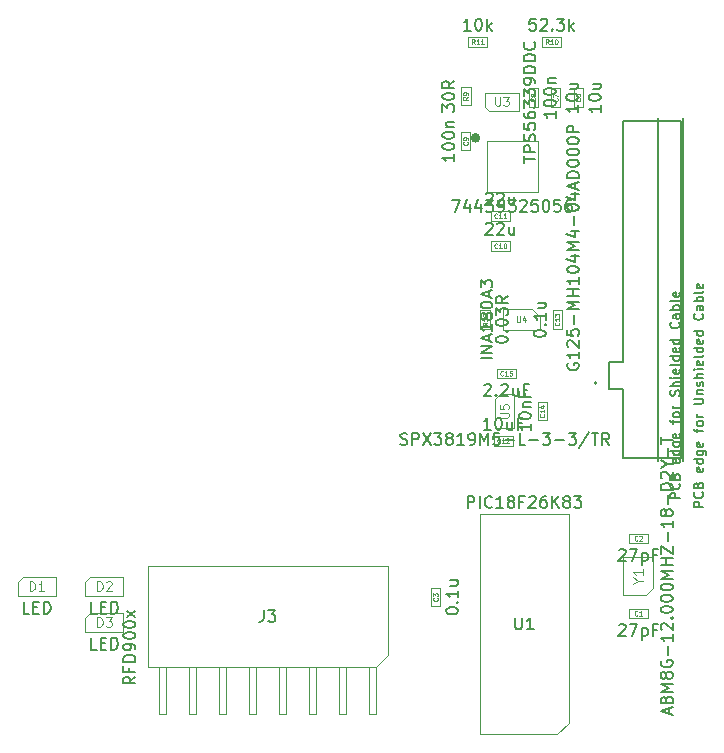
<source format=gbr>
G04 #@! TF.GenerationSoftware,KiCad,Pcbnew,9.0.6*
G04 #@! TF.CreationDate,2026-01-15T23:38:00-05:00*
G04 #@! TF.ProjectId,telemetry_transmitter,74656c65-6d65-4747-9279-5f7472616e73,rev?*
G04 #@! TF.SameCoordinates,Original*
G04 #@! TF.FileFunction,AssemblyDrawing,Top*
%FSLAX46Y46*%
G04 Gerber Fmt 4.6, Leading zero omitted, Abs format (unit mm)*
G04 Created by KiCad (PCBNEW 9.0.6) date 2026-01-15 23:38:00*
%MOMM*%
%LPD*%
G01*
G04 APERTURE LIST*
%ADD10C,0.150000*%
%ADD11C,0.060000*%
%ADD12C,0.075000*%
%ADD13C,0.120000*%
%ADD14C,0.110000*%
%ADD15C,0.100000*%
%ADD16C,0.400000*%
%ADD17C,0.127000*%
%ADD18C,0.200000*%
G04 APERTURE END LIST*
D10*
X147538619Y-84481847D02*
X147538619Y-85053275D01*
X147538619Y-84767561D02*
X146538619Y-84767561D01*
X146538619Y-84767561D02*
X146681476Y-84862799D01*
X146681476Y-84862799D02*
X146776714Y-84958037D01*
X146776714Y-84958037D02*
X146824333Y-85053275D01*
X146538619Y-83862799D02*
X146538619Y-83767561D01*
X146538619Y-83767561D02*
X146586238Y-83672323D01*
X146586238Y-83672323D02*
X146633857Y-83624704D01*
X146633857Y-83624704D02*
X146729095Y-83577085D01*
X146729095Y-83577085D02*
X146919571Y-83529466D01*
X146919571Y-83529466D02*
X147157666Y-83529466D01*
X147157666Y-83529466D02*
X147348142Y-83577085D01*
X147348142Y-83577085D02*
X147443380Y-83624704D01*
X147443380Y-83624704D02*
X147491000Y-83672323D01*
X147491000Y-83672323D02*
X147538619Y-83767561D01*
X147538619Y-83767561D02*
X147538619Y-83862799D01*
X147538619Y-83862799D02*
X147491000Y-83958037D01*
X147491000Y-83958037D02*
X147443380Y-84005656D01*
X147443380Y-84005656D02*
X147348142Y-84053275D01*
X147348142Y-84053275D02*
X147157666Y-84100894D01*
X147157666Y-84100894D02*
X146919571Y-84100894D01*
X146919571Y-84100894D02*
X146729095Y-84053275D01*
X146729095Y-84053275D02*
X146633857Y-84005656D01*
X146633857Y-84005656D02*
X146586238Y-83958037D01*
X146586238Y-83958037D02*
X146538619Y-83862799D01*
X146538619Y-82910418D02*
X146538619Y-82815180D01*
X146538619Y-82815180D02*
X146586238Y-82719942D01*
X146586238Y-82719942D02*
X146633857Y-82672323D01*
X146633857Y-82672323D02*
X146729095Y-82624704D01*
X146729095Y-82624704D02*
X146919571Y-82577085D01*
X146919571Y-82577085D02*
X147157666Y-82577085D01*
X147157666Y-82577085D02*
X147348142Y-82624704D01*
X147348142Y-82624704D02*
X147443380Y-82672323D01*
X147443380Y-82672323D02*
X147491000Y-82719942D01*
X147491000Y-82719942D02*
X147538619Y-82815180D01*
X147538619Y-82815180D02*
X147538619Y-82910418D01*
X147538619Y-82910418D02*
X147491000Y-83005656D01*
X147491000Y-83005656D02*
X147443380Y-83053275D01*
X147443380Y-83053275D02*
X147348142Y-83100894D01*
X147348142Y-83100894D02*
X147157666Y-83148513D01*
X147157666Y-83148513D02*
X146919571Y-83148513D01*
X146919571Y-83148513D02*
X146729095Y-83100894D01*
X146729095Y-83100894D02*
X146633857Y-83053275D01*
X146633857Y-83053275D02*
X146586238Y-83005656D01*
X146586238Y-83005656D02*
X146538619Y-82910418D01*
X146871952Y-82148513D02*
X147538619Y-82148513D01*
X146967190Y-82148513D02*
X146919571Y-82100894D01*
X146919571Y-82100894D02*
X146871952Y-82005656D01*
X146871952Y-82005656D02*
X146871952Y-81862799D01*
X146871952Y-81862799D02*
X146919571Y-81767561D01*
X146919571Y-81767561D02*
X147014809Y-81719942D01*
X147014809Y-81719942D02*
X147538619Y-81719942D01*
D11*
X148657632Y-83429466D02*
X148676680Y-83448514D01*
X148676680Y-83448514D02*
X148695727Y-83505656D01*
X148695727Y-83505656D02*
X148695727Y-83543752D01*
X148695727Y-83543752D02*
X148676680Y-83600895D01*
X148676680Y-83600895D02*
X148638584Y-83638990D01*
X148638584Y-83638990D02*
X148600489Y-83658037D01*
X148600489Y-83658037D02*
X148524299Y-83677085D01*
X148524299Y-83677085D02*
X148467156Y-83677085D01*
X148467156Y-83677085D02*
X148390965Y-83658037D01*
X148390965Y-83658037D02*
X148352870Y-83638990D01*
X148352870Y-83638990D02*
X148314775Y-83600895D01*
X148314775Y-83600895D02*
X148295727Y-83543752D01*
X148295727Y-83543752D02*
X148295727Y-83505656D01*
X148295727Y-83505656D02*
X148314775Y-83448514D01*
X148314775Y-83448514D02*
X148333822Y-83429466D01*
X148695727Y-83238990D02*
X148695727Y-83162799D01*
X148695727Y-83162799D02*
X148676680Y-83124704D01*
X148676680Y-83124704D02*
X148657632Y-83105656D01*
X148657632Y-83105656D02*
X148600489Y-83067561D01*
X148600489Y-83067561D02*
X148524299Y-83048514D01*
X148524299Y-83048514D02*
X148371918Y-83048514D01*
X148371918Y-83048514D02*
X148333822Y-83067561D01*
X148333822Y-83067561D02*
X148314775Y-83086609D01*
X148314775Y-83086609D02*
X148295727Y-83124704D01*
X148295727Y-83124704D02*
X148295727Y-83200895D01*
X148295727Y-83200895D02*
X148314775Y-83238990D01*
X148314775Y-83238990D02*
X148333822Y-83258037D01*
X148333822Y-83258037D02*
X148371918Y-83277085D01*
X148371918Y-83277085D02*
X148467156Y-83277085D01*
X148467156Y-83277085D02*
X148505251Y-83258037D01*
X148505251Y-83258037D02*
X148524299Y-83238990D01*
X148524299Y-83238990D02*
X148543346Y-83200895D01*
X148543346Y-83200895D02*
X148543346Y-83124704D01*
X148543346Y-83124704D02*
X148524299Y-83086609D01*
X148524299Y-83086609D02*
X148505251Y-83067561D01*
X148505251Y-83067561D02*
X148467156Y-83048514D01*
D10*
X154421057Y-73005619D02*
X153944867Y-73005619D01*
X153944867Y-73005619D02*
X153897248Y-73481809D01*
X153897248Y-73481809D02*
X153944867Y-73434190D01*
X153944867Y-73434190D02*
X154040105Y-73386571D01*
X154040105Y-73386571D02*
X154278200Y-73386571D01*
X154278200Y-73386571D02*
X154373438Y-73434190D01*
X154373438Y-73434190D02*
X154421057Y-73481809D01*
X154421057Y-73481809D02*
X154468676Y-73577047D01*
X154468676Y-73577047D02*
X154468676Y-73815142D01*
X154468676Y-73815142D02*
X154421057Y-73910380D01*
X154421057Y-73910380D02*
X154373438Y-73958000D01*
X154373438Y-73958000D02*
X154278200Y-74005619D01*
X154278200Y-74005619D02*
X154040105Y-74005619D01*
X154040105Y-74005619D02*
X153944867Y-73958000D01*
X153944867Y-73958000D02*
X153897248Y-73910380D01*
X154849629Y-73100857D02*
X154897248Y-73053238D01*
X154897248Y-73053238D02*
X154992486Y-73005619D01*
X154992486Y-73005619D02*
X155230581Y-73005619D01*
X155230581Y-73005619D02*
X155325819Y-73053238D01*
X155325819Y-73053238D02*
X155373438Y-73100857D01*
X155373438Y-73100857D02*
X155421057Y-73196095D01*
X155421057Y-73196095D02*
X155421057Y-73291333D01*
X155421057Y-73291333D02*
X155373438Y-73434190D01*
X155373438Y-73434190D02*
X154802010Y-74005619D01*
X154802010Y-74005619D02*
X155421057Y-74005619D01*
X155849629Y-73910380D02*
X155897248Y-73958000D01*
X155897248Y-73958000D02*
X155849629Y-74005619D01*
X155849629Y-74005619D02*
X155802010Y-73958000D01*
X155802010Y-73958000D02*
X155849629Y-73910380D01*
X155849629Y-73910380D02*
X155849629Y-74005619D01*
X156230581Y-73005619D02*
X156849628Y-73005619D01*
X156849628Y-73005619D02*
X156516295Y-73386571D01*
X156516295Y-73386571D02*
X156659152Y-73386571D01*
X156659152Y-73386571D02*
X156754390Y-73434190D01*
X156754390Y-73434190D02*
X156802009Y-73481809D01*
X156802009Y-73481809D02*
X156849628Y-73577047D01*
X156849628Y-73577047D02*
X156849628Y-73815142D01*
X156849628Y-73815142D02*
X156802009Y-73910380D01*
X156802009Y-73910380D02*
X156754390Y-73958000D01*
X156754390Y-73958000D02*
X156659152Y-74005619D01*
X156659152Y-74005619D02*
X156373438Y-74005619D01*
X156373438Y-74005619D02*
X156278200Y-73958000D01*
X156278200Y-73958000D02*
X156230581Y-73910380D01*
X157278200Y-74005619D02*
X157278200Y-73005619D01*
X157373438Y-73624666D02*
X157659152Y-74005619D01*
X157659152Y-73338952D02*
X157278200Y-73719904D01*
D11*
X155521057Y-75162727D02*
X155387724Y-74972251D01*
X155292486Y-75162727D02*
X155292486Y-74762727D01*
X155292486Y-74762727D02*
X155444867Y-74762727D01*
X155444867Y-74762727D02*
X155482962Y-74781775D01*
X155482962Y-74781775D02*
X155502009Y-74800822D01*
X155502009Y-74800822D02*
X155521057Y-74838918D01*
X155521057Y-74838918D02*
X155521057Y-74896060D01*
X155521057Y-74896060D02*
X155502009Y-74934156D01*
X155502009Y-74934156D02*
X155482962Y-74953203D01*
X155482962Y-74953203D02*
X155444867Y-74972251D01*
X155444867Y-74972251D02*
X155292486Y-74972251D01*
X155902009Y-75162727D02*
X155673438Y-75162727D01*
X155787724Y-75162727D02*
X155787724Y-74762727D01*
X155787724Y-74762727D02*
X155749628Y-74819870D01*
X155749628Y-74819870D02*
X155711533Y-74857965D01*
X155711533Y-74857965D02*
X155673438Y-74877013D01*
X156149628Y-74762727D02*
X156187723Y-74762727D01*
X156187723Y-74762727D02*
X156225819Y-74781775D01*
X156225819Y-74781775D02*
X156244866Y-74800822D01*
X156244866Y-74800822D02*
X156263914Y-74838918D01*
X156263914Y-74838918D02*
X156282961Y-74915108D01*
X156282961Y-74915108D02*
X156282961Y-75010346D01*
X156282961Y-75010346D02*
X156263914Y-75086537D01*
X156263914Y-75086537D02*
X156244866Y-75124632D01*
X156244866Y-75124632D02*
X156225819Y-75143680D01*
X156225819Y-75143680D02*
X156187723Y-75162727D01*
X156187723Y-75162727D02*
X156149628Y-75162727D01*
X156149628Y-75162727D02*
X156111533Y-75143680D01*
X156111533Y-75143680D02*
X156092485Y-75124632D01*
X156092485Y-75124632D02*
X156073438Y-75086537D01*
X156073438Y-75086537D02*
X156054390Y-75010346D01*
X156054390Y-75010346D02*
X156054390Y-74915108D01*
X156054390Y-74915108D02*
X156073438Y-74838918D01*
X156073438Y-74838918D02*
X156092485Y-74800822D01*
X156092485Y-74800822D02*
X156111533Y-74781775D01*
X156111533Y-74781775D02*
X156149628Y-74762727D01*
D10*
X161475943Y-124347857D02*
X161523562Y-124300238D01*
X161523562Y-124300238D02*
X161618800Y-124252619D01*
X161618800Y-124252619D02*
X161856895Y-124252619D01*
X161856895Y-124252619D02*
X161952133Y-124300238D01*
X161952133Y-124300238D02*
X161999752Y-124347857D01*
X161999752Y-124347857D02*
X162047371Y-124443095D01*
X162047371Y-124443095D02*
X162047371Y-124538333D01*
X162047371Y-124538333D02*
X161999752Y-124681190D01*
X161999752Y-124681190D02*
X161428324Y-125252619D01*
X161428324Y-125252619D02*
X162047371Y-125252619D01*
X162380705Y-124252619D02*
X163047371Y-124252619D01*
X163047371Y-124252619D02*
X162618800Y-125252619D01*
X163428324Y-124585952D02*
X163428324Y-125585952D01*
X163428324Y-124633571D02*
X163523562Y-124585952D01*
X163523562Y-124585952D02*
X163714038Y-124585952D01*
X163714038Y-124585952D02*
X163809276Y-124633571D01*
X163809276Y-124633571D02*
X163856895Y-124681190D01*
X163856895Y-124681190D02*
X163904514Y-124776428D01*
X163904514Y-124776428D02*
X163904514Y-125062142D01*
X163904514Y-125062142D02*
X163856895Y-125157380D01*
X163856895Y-125157380D02*
X163809276Y-125205000D01*
X163809276Y-125205000D02*
X163714038Y-125252619D01*
X163714038Y-125252619D02*
X163523562Y-125252619D01*
X163523562Y-125252619D02*
X163428324Y-125205000D01*
X164666419Y-124728809D02*
X164333086Y-124728809D01*
X164333086Y-125252619D02*
X164333086Y-124252619D01*
X164333086Y-124252619D02*
X164809276Y-124252619D01*
D11*
X163052133Y-123511632D02*
X163033085Y-123530680D01*
X163033085Y-123530680D02*
X162975943Y-123549727D01*
X162975943Y-123549727D02*
X162937847Y-123549727D01*
X162937847Y-123549727D02*
X162880704Y-123530680D01*
X162880704Y-123530680D02*
X162842609Y-123492584D01*
X162842609Y-123492584D02*
X162823562Y-123454489D01*
X162823562Y-123454489D02*
X162804514Y-123378299D01*
X162804514Y-123378299D02*
X162804514Y-123321156D01*
X162804514Y-123321156D02*
X162823562Y-123244965D01*
X162823562Y-123244965D02*
X162842609Y-123206870D01*
X162842609Y-123206870D02*
X162880704Y-123168775D01*
X162880704Y-123168775D02*
X162937847Y-123149727D01*
X162937847Y-123149727D02*
X162975943Y-123149727D01*
X162975943Y-123149727D02*
X163033085Y-123168775D01*
X163033085Y-123168775D02*
X163052133Y-123187822D01*
X163433085Y-123549727D02*
X163204514Y-123549727D01*
X163318800Y-123549727D02*
X163318800Y-123149727D01*
X163318800Y-123149727D02*
X163280704Y-123206870D01*
X163280704Y-123206870D02*
X163242609Y-123244965D01*
X163242609Y-123244965D02*
X163204514Y-123264013D01*
D10*
X159923619Y-80322657D02*
X159923619Y-80894085D01*
X159923619Y-80608371D02*
X158923619Y-80608371D01*
X158923619Y-80608371D02*
X159066476Y-80703609D01*
X159066476Y-80703609D02*
X159161714Y-80798847D01*
X159161714Y-80798847D02*
X159209333Y-80894085D01*
X158923619Y-79703609D02*
X158923619Y-79608371D01*
X158923619Y-79608371D02*
X158971238Y-79513133D01*
X158971238Y-79513133D02*
X159018857Y-79465514D01*
X159018857Y-79465514D02*
X159114095Y-79417895D01*
X159114095Y-79417895D02*
X159304571Y-79370276D01*
X159304571Y-79370276D02*
X159542666Y-79370276D01*
X159542666Y-79370276D02*
X159733142Y-79417895D01*
X159733142Y-79417895D02*
X159828380Y-79465514D01*
X159828380Y-79465514D02*
X159876000Y-79513133D01*
X159876000Y-79513133D02*
X159923619Y-79608371D01*
X159923619Y-79608371D02*
X159923619Y-79703609D01*
X159923619Y-79703609D02*
X159876000Y-79798847D01*
X159876000Y-79798847D02*
X159828380Y-79846466D01*
X159828380Y-79846466D02*
X159733142Y-79894085D01*
X159733142Y-79894085D02*
X159542666Y-79941704D01*
X159542666Y-79941704D02*
X159304571Y-79941704D01*
X159304571Y-79941704D02*
X159114095Y-79894085D01*
X159114095Y-79894085D02*
X159018857Y-79846466D01*
X159018857Y-79846466D02*
X158971238Y-79798847D01*
X158971238Y-79798847D02*
X158923619Y-79703609D01*
X159256952Y-78513133D02*
X159923619Y-78513133D01*
X159256952Y-78941704D02*
X159780761Y-78941704D01*
X159780761Y-78941704D02*
X159876000Y-78894085D01*
X159876000Y-78894085D02*
X159923619Y-78798847D01*
X159923619Y-78798847D02*
X159923619Y-78655990D01*
X159923619Y-78655990D02*
X159876000Y-78560752D01*
X159876000Y-78560752D02*
X159828380Y-78513133D01*
D11*
X158182632Y-79746466D02*
X158201680Y-79765514D01*
X158201680Y-79765514D02*
X158220727Y-79822656D01*
X158220727Y-79822656D02*
X158220727Y-79860752D01*
X158220727Y-79860752D02*
X158201680Y-79917895D01*
X158201680Y-79917895D02*
X158163584Y-79955990D01*
X158163584Y-79955990D02*
X158125489Y-79975037D01*
X158125489Y-79975037D02*
X158049299Y-79994085D01*
X158049299Y-79994085D02*
X157992156Y-79994085D01*
X157992156Y-79994085D02*
X157915965Y-79975037D01*
X157915965Y-79975037D02*
X157877870Y-79955990D01*
X157877870Y-79955990D02*
X157839775Y-79917895D01*
X157839775Y-79917895D02*
X157820727Y-79860752D01*
X157820727Y-79860752D02*
X157820727Y-79822656D01*
X157820727Y-79822656D02*
X157839775Y-79765514D01*
X157839775Y-79765514D02*
X157858822Y-79746466D01*
X157820727Y-79403609D02*
X157820727Y-79479799D01*
X157820727Y-79479799D02*
X157839775Y-79517895D01*
X157839775Y-79517895D02*
X157858822Y-79536942D01*
X157858822Y-79536942D02*
X157915965Y-79575037D01*
X157915965Y-79575037D02*
X157992156Y-79594085D01*
X157992156Y-79594085D02*
X158144537Y-79594085D01*
X158144537Y-79594085D02*
X158182632Y-79575037D01*
X158182632Y-79575037D02*
X158201680Y-79555990D01*
X158201680Y-79555990D02*
X158220727Y-79517895D01*
X158220727Y-79517895D02*
X158220727Y-79441704D01*
X158220727Y-79441704D02*
X158201680Y-79403609D01*
X158201680Y-79403609D02*
X158182632Y-79384561D01*
X158182632Y-79384561D02*
X158144537Y-79365514D01*
X158144537Y-79365514D02*
X158049299Y-79365514D01*
X158049299Y-79365514D02*
X158011203Y-79384561D01*
X158011203Y-79384561D02*
X157992156Y-79403609D01*
X157992156Y-79403609D02*
X157973108Y-79441704D01*
X157973108Y-79441704D02*
X157973108Y-79517895D01*
X157973108Y-79517895D02*
X157992156Y-79555990D01*
X157992156Y-79555990D02*
X158011203Y-79575037D01*
X158011203Y-79575037D02*
X158049299Y-79594085D01*
D10*
X150767619Y-101761513D02*
X149767619Y-101761513D01*
X150767619Y-101285323D02*
X149767619Y-101285323D01*
X149767619Y-101285323D02*
X150767619Y-100713895D01*
X150767619Y-100713895D02*
X149767619Y-100713895D01*
X150481904Y-100285323D02*
X150481904Y-99809133D01*
X150767619Y-100380561D02*
X149767619Y-100047228D01*
X149767619Y-100047228D02*
X150767619Y-99713895D01*
X150767619Y-98856752D02*
X150767619Y-99428180D01*
X150767619Y-99142466D02*
X149767619Y-99142466D01*
X149767619Y-99142466D02*
X149910476Y-99237704D01*
X149910476Y-99237704D02*
X150005714Y-99332942D01*
X150005714Y-99332942D02*
X150053333Y-99428180D01*
X150196190Y-98285323D02*
X150148571Y-98380561D01*
X150148571Y-98380561D02*
X150100952Y-98428180D01*
X150100952Y-98428180D02*
X150005714Y-98475799D01*
X150005714Y-98475799D02*
X149958095Y-98475799D01*
X149958095Y-98475799D02*
X149862857Y-98428180D01*
X149862857Y-98428180D02*
X149815238Y-98380561D01*
X149815238Y-98380561D02*
X149767619Y-98285323D01*
X149767619Y-98285323D02*
X149767619Y-98094847D01*
X149767619Y-98094847D02*
X149815238Y-97999609D01*
X149815238Y-97999609D02*
X149862857Y-97951990D01*
X149862857Y-97951990D02*
X149958095Y-97904371D01*
X149958095Y-97904371D02*
X150005714Y-97904371D01*
X150005714Y-97904371D02*
X150100952Y-97951990D01*
X150100952Y-97951990D02*
X150148571Y-97999609D01*
X150148571Y-97999609D02*
X150196190Y-98094847D01*
X150196190Y-98094847D02*
X150196190Y-98285323D01*
X150196190Y-98285323D02*
X150243809Y-98380561D01*
X150243809Y-98380561D02*
X150291428Y-98428180D01*
X150291428Y-98428180D02*
X150386666Y-98475799D01*
X150386666Y-98475799D02*
X150577142Y-98475799D01*
X150577142Y-98475799D02*
X150672380Y-98428180D01*
X150672380Y-98428180D02*
X150720000Y-98380561D01*
X150720000Y-98380561D02*
X150767619Y-98285323D01*
X150767619Y-98285323D02*
X150767619Y-98094847D01*
X150767619Y-98094847D02*
X150720000Y-97999609D01*
X150720000Y-97999609D02*
X150672380Y-97951990D01*
X150672380Y-97951990D02*
X150577142Y-97904371D01*
X150577142Y-97904371D02*
X150386666Y-97904371D01*
X150386666Y-97904371D02*
X150291428Y-97951990D01*
X150291428Y-97951990D02*
X150243809Y-97999609D01*
X150243809Y-97999609D02*
X150196190Y-98094847D01*
X149767619Y-97285323D02*
X149767619Y-97190085D01*
X149767619Y-97190085D02*
X149815238Y-97094847D01*
X149815238Y-97094847D02*
X149862857Y-97047228D01*
X149862857Y-97047228D02*
X149958095Y-96999609D01*
X149958095Y-96999609D02*
X150148571Y-96951990D01*
X150148571Y-96951990D02*
X150386666Y-96951990D01*
X150386666Y-96951990D02*
X150577142Y-96999609D01*
X150577142Y-96999609D02*
X150672380Y-97047228D01*
X150672380Y-97047228D02*
X150720000Y-97094847D01*
X150720000Y-97094847D02*
X150767619Y-97190085D01*
X150767619Y-97190085D02*
X150767619Y-97285323D01*
X150767619Y-97285323D02*
X150720000Y-97380561D01*
X150720000Y-97380561D02*
X150672380Y-97428180D01*
X150672380Y-97428180D02*
X150577142Y-97475799D01*
X150577142Y-97475799D02*
X150386666Y-97523418D01*
X150386666Y-97523418D02*
X150148571Y-97523418D01*
X150148571Y-97523418D02*
X149958095Y-97475799D01*
X149958095Y-97475799D02*
X149862857Y-97428180D01*
X149862857Y-97428180D02*
X149815238Y-97380561D01*
X149815238Y-97380561D02*
X149767619Y-97285323D01*
X150481904Y-96571037D02*
X150481904Y-96094847D01*
X150767619Y-96666275D02*
X149767619Y-96332942D01*
X149767619Y-96332942D02*
X150767619Y-95999609D01*
X149767619Y-95761513D02*
X149767619Y-95142466D01*
X149767619Y-95142466D02*
X150148571Y-95475799D01*
X150148571Y-95475799D02*
X150148571Y-95332942D01*
X150148571Y-95332942D02*
X150196190Y-95237704D01*
X150196190Y-95237704D02*
X150243809Y-95190085D01*
X150243809Y-95190085D02*
X150339047Y-95142466D01*
X150339047Y-95142466D02*
X150577142Y-95142466D01*
X150577142Y-95142466D02*
X150672380Y-95190085D01*
X150672380Y-95190085D02*
X150720000Y-95237704D01*
X150720000Y-95237704D02*
X150767619Y-95332942D01*
X150767619Y-95332942D02*
X150767619Y-95618656D01*
X150767619Y-95618656D02*
X150720000Y-95713894D01*
X150720000Y-95713894D02*
X150672380Y-95761513D01*
D12*
X152831847Y-98203209D02*
X152831847Y-98607971D01*
X152831847Y-98607971D02*
X152855657Y-98655590D01*
X152855657Y-98655590D02*
X152879466Y-98679400D01*
X152879466Y-98679400D02*
X152927085Y-98703209D01*
X152927085Y-98703209D02*
X153022323Y-98703209D01*
X153022323Y-98703209D02*
X153069942Y-98679400D01*
X153069942Y-98679400D02*
X153093752Y-98655590D01*
X153093752Y-98655590D02*
X153117561Y-98607971D01*
X153117561Y-98607971D02*
X153117561Y-98203209D01*
X153569943Y-98369876D02*
X153569943Y-98703209D01*
X153450895Y-98179400D02*
X153331848Y-98536542D01*
X153331848Y-98536542D02*
X153641371Y-98536542D01*
D10*
X111548942Y-123366619D02*
X111072752Y-123366619D01*
X111072752Y-123366619D02*
X111072752Y-122366619D01*
X111882276Y-122842809D02*
X112215609Y-122842809D01*
X112358466Y-123366619D02*
X111882276Y-123366619D01*
X111882276Y-123366619D02*
X111882276Y-122366619D01*
X111882276Y-122366619D02*
X112358466Y-122366619D01*
X112787038Y-123366619D02*
X112787038Y-122366619D01*
X112787038Y-122366619D02*
X113025133Y-122366619D01*
X113025133Y-122366619D02*
X113167990Y-122414238D01*
X113167990Y-122414238D02*
X113263228Y-122509476D01*
X113263228Y-122509476D02*
X113310847Y-122604714D01*
X113310847Y-122604714D02*
X113358466Y-122795190D01*
X113358466Y-122795190D02*
X113358466Y-122938047D01*
X113358466Y-122938047D02*
X113310847Y-123128523D01*
X113310847Y-123128523D02*
X113263228Y-123223761D01*
X113263228Y-123223761D02*
X113167990Y-123319000D01*
X113167990Y-123319000D02*
X113025133Y-123366619D01*
X113025133Y-123366619D02*
X112787038Y-123366619D01*
D13*
X111601324Y-121445655D02*
X111601324Y-120645655D01*
X111601324Y-120645655D02*
X111791800Y-120645655D01*
X111791800Y-120645655D02*
X111906086Y-120683750D01*
X111906086Y-120683750D02*
X111982276Y-120759940D01*
X111982276Y-120759940D02*
X112020371Y-120836131D01*
X112020371Y-120836131D02*
X112058467Y-120988512D01*
X112058467Y-120988512D02*
X112058467Y-121102798D01*
X112058467Y-121102798D02*
X112020371Y-121255179D01*
X112020371Y-121255179D02*
X111982276Y-121331369D01*
X111982276Y-121331369D02*
X111906086Y-121407560D01*
X111906086Y-121407560D02*
X111791800Y-121445655D01*
X111791800Y-121445655D02*
X111601324Y-121445655D01*
X112820371Y-121445655D02*
X112363228Y-121445655D01*
X112591800Y-121445655D02*
X112591800Y-120645655D01*
X112591800Y-120645655D02*
X112515609Y-120759940D01*
X112515609Y-120759940D02*
X112439419Y-120836131D01*
X112439419Y-120836131D02*
X112363228Y-120874226D01*
D10*
X147355562Y-88341619D02*
X148022228Y-88341619D01*
X148022228Y-88341619D02*
X147593657Y-89341619D01*
X148831752Y-88674952D02*
X148831752Y-89341619D01*
X148593657Y-88294000D02*
X148355562Y-89008285D01*
X148355562Y-89008285D02*
X148974609Y-89008285D01*
X149784133Y-88674952D02*
X149784133Y-89341619D01*
X149546038Y-88294000D02*
X149307943Y-89008285D01*
X149307943Y-89008285D02*
X149926990Y-89008285D01*
X150212705Y-88341619D02*
X150831752Y-88341619D01*
X150831752Y-88341619D02*
X150498419Y-88722571D01*
X150498419Y-88722571D02*
X150641276Y-88722571D01*
X150641276Y-88722571D02*
X150736514Y-88770190D01*
X150736514Y-88770190D02*
X150784133Y-88817809D01*
X150784133Y-88817809D02*
X150831752Y-88913047D01*
X150831752Y-88913047D02*
X150831752Y-89151142D01*
X150831752Y-89151142D02*
X150784133Y-89246380D01*
X150784133Y-89246380D02*
X150736514Y-89294000D01*
X150736514Y-89294000D02*
X150641276Y-89341619D01*
X150641276Y-89341619D02*
X150355562Y-89341619D01*
X150355562Y-89341619D02*
X150260324Y-89294000D01*
X150260324Y-89294000D02*
X150212705Y-89246380D01*
X151307943Y-89341619D02*
X151498419Y-89341619D01*
X151498419Y-89341619D02*
X151593657Y-89294000D01*
X151593657Y-89294000D02*
X151641276Y-89246380D01*
X151641276Y-89246380D02*
X151736514Y-89103523D01*
X151736514Y-89103523D02*
X151784133Y-88913047D01*
X151784133Y-88913047D02*
X151784133Y-88532095D01*
X151784133Y-88532095D02*
X151736514Y-88436857D01*
X151736514Y-88436857D02*
X151688895Y-88389238D01*
X151688895Y-88389238D02*
X151593657Y-88341619D01*
X151593657Y-88341619D02*
X151403181Y-88341619D01*
X151403181Y-88341619D02*
X151307943Y-88389238D01*
X151307943Y-88389238D02*
X151260324Y-88436857D01*
X151260324Y-88436857D02*
X151212705Y-88532095D01*
X151212705Y-88532095D02*
X151212705Y-88770190D01*
X151212705Y-88770190D02*
X151260324Y-88865428D01*
X151260324Y-88865428D02*
X151307943Y-88913047D01*
X151307943Y-88913047D02*
X151403181Y-88960666D01*
X151403181Y-88960666D02*
X151593657Y-88960666D01*
X151593657Y-88960666D02*
X151688895Y-88913047D01*
X151688895Y-88913047D02*
X151736514Y-88865428D01*
X151736514Y-88865428D02*
X151784133Y-88770190D01*
X152117467Y-88341619D02*
X152736514Y-88341619D01*
X152736514Y-88341619D02*
X152403181Y-88722571D01*
X152403181Y-88722571D02*
X152546038Y-88722571D01*
X152546038Y-88722571D02*
X152641276Y-88770190D01*
X152641276Y-88770190D02*
X152688895Y-88817809D01*
X152688895Y-88817809D02*
X152736514Y-88913047D01*
X152736514Y-88913047D02*
X152736514Y-89151142D01*
X152736514Y-89151142D02*
X152688895Y-89246380D01*
X152688895Y-89246380D02*
X152641276Y-89294000D01*
X152641276Y-89294000D02*
X152546038Y-89341619D01*
X152546038Y-89341619D02*
X152260324Y-89341619D01*
X152260324Y-89341619D02*
X152165086Y-89294000D01*
X152165086Y-89294000D02*
X152117467Y-89246380D01*
X153117467Y-88436857D02*
X153165086Y-88389238D01*
X153165086Y-88389238D02*
X153260324Y-88341619D01*
X153260324Y-88341619D02*
X153498419Y-88341619D01*
X153498419Y-88341619D02*
X153593657Y-88389238D01*
X153593657Y-88389238D02*
X153641276Y-88436857D01*
X153641276Y-88436857D02*
X153688895Y-88532095D01*
X153688895Y-88532095D02*
X153688895Y-88627333D01*
X153688895Y-88627333D02*
X153641276Y-88770190D01*
X153641276Y-88770190D02*
X153069848Y-89341619D01*
X153069848Y-89341619D02*
X153688895Y-89341619D01*
X154593657Y-88341619D02*
X154117467Y-88341619D01*
X154117467Y-88341619D02*
X154069848Y-88817809D01*
X154069848Y-88817809D02*
X154117467Y-88770190D01*
X154117467Y-88770190D02*
X154212705Y-88722571D01*
X154212705Y-88722571D02*
X154450800Y-88722571D01*
X154450800Y-88722571D02*
X154546038Y-88770190D01*
X154546038Y-88770190D02*
X154593657Y-88817809D01*
X154593657Y-88817809D02*
X154641276Y-88913047D01*
X154641276Y-88913047D02*
X154641276Y-89151142D01*
X154641276Y-89151142D02*
X154593657Y-89246380D01*
X154593657Y-89246380D02*
X154546038Y-89294000D01*
X154546038Y-89294000D02*
X154450800Y-89341619D01*
X154450800Y-89341619D02*
X154212705Y-89341619D01*
X154212705Y-89341619D02*
X154117467Y-89294000D01*
X154117467Y-89294000D02*
X154069848Y-89246380D01*
X155260324Y-88341619D02*
X155355562Y-88341619D01*
X155355562Y-88341619D02*
X155450800Y-88389238D01*
X155450800Y-88389238D02*
X155498419Y-88436857D01*
X155498419Y-88436857D02*
X155546038Y-88532095D01*
X155546038Y-88532095D02*
X155593657Y-88722571D01*
X155593657Y-88722571D02*
X155593657Y-88960666D01*
X155593657Y-88960666D02*
X155546038Y-89151142D01*
X155546038Y-89151142D02*
X155498419Y-89246380D01*
X155498419Y-89246380D02*
X155450800Y-89294000D01*
X155450800Y-89294000D02*
X155355562Y-89341619D01*
X155355562Y-89341619D02*
X155260324Y-89341619D01*
X155260324Y-89341619D02*
X155165086Y-89294000D01*
X155165086Y-89294000D02*
X155117467Y-89246380D01*
X155117467Y-89246380D02*
X155069848Y-89151142D01*
X155069848Y-89151142D02*
X155022229Y-88960666D01*
X155022229Y-88960666D02*
X155022229Y-88722571D01*
X155022229Y-88722571D02*
X155069848Y-88532095D01*
X155069848Y-88532095D02*
X155117467Y-88436857D01*
X155117467Y-88436857D02*
X155165086Y-88389238D01*
X155165086Y-88389238D02*
X155260324Y-88341619D01*
X156498419Y-88341619D02*
X156022229Y-88341619D01*
X156022229Y-88341619D02*
X155974610Y-88817809D01*
X155974610Y-88817809D02*
X156022229Y-88770190D01*
X156022229Y-88770190D02*
X156117467Y-88722571D01*
X156117467Y-88722571D02*
X156355562Y-88722571D01*
X156355562Y-88722571D02*
X156450800Y-88770190D01*
X156450800Y-88770190D02*
X156498419Y-88817809D01*
X156498419Y-88817809D02*
X156546038Y-88913047D01*
X156546038Y-88913047D02*
X156546038Y-89151142D01*
X156546038Y-89151142D02*
X156498419Y-89246380D01*
X156498419Y-89246380D02*
X156450800Y-89294000D01*
X156450800Y-89294000D02*
X156355562Y-89341619D01*
X156355562Y-89341619D02*
X156117467Y-89341619D01*
X156117467Y-89341619D02*
X156022229Y-89294000D01*
X156022229Y-89294000D02*
X155974610Y-89246380D01*
X157403181Y-88341619D02*
X157212705Y-88341619D01*
X157212705Y-88341619D02*
X157117467Y-88389238D01*
X157117467Y-88389238D02*
X157069848Y-88436857D01*
X157069848Y-88436857D02*
X156974610Y-88579714D01*
X156974610Y-88579714D02*
X156926991Y-88770190D01*
X156926991Y-88770190D02*
X156926991Y-89151142D01*
X156926991Y-89151142D02*
X156974610Y-89246380D01*
X156974610Y-89246380D02*
X157022229Y-89294000D01*
X157022229Y-89294000D02*
X157117467Y-89341619D01*
X157117467Y-89341619D02*
X157307943Y-89341619D01*
X157307943Y-89341619D02*
X157403181Y-89294000D01*
X157403181Y-89294000D02*
X157450800Y-89246380D01*
X157450800Y-89246380D02*
X157498419Y-89151142D01*
X157498419Y-89151142D02*
X157498419Y-88913047D01*
X157498419Y-88913047D02*
X157450800Y-88817809D01*
X157450800Y-88817809D02*
X157403181Y-88770190D01*
X157403181Y-88770190D02*
X157307943Y-88722571D01*
X157307943Y-88722571D02*
X157117467Y-88722571D01*
X157117467Y-88722571D02*
X157022229Y-88770190D01*
X157022229Y-88770190D02*
X156974610Y-88817809D01*
X156974610Y-88817809D02*
X156926991Y-88913047D01*
X154015619Y-107294228D02*
X154015619Y-107865656D01*
X154015619Y-107579942D02*
X153015619Y-107579942D01*
X153015619Y-107579942D02*
X153158476Y-107675180D01*
X153158476Y-107675180D02*
X153253714Y-107770418D01*
X153253714Y-107770418D02*
X153301333Y-107865656D01*
X153015619Y-106675180D02*
X153015619Y-106579942D01*
X153015619Y-106579942D02*
X153063238Y-106484704D01*
X153063238Y-106484704D02*
X153110857Y-106437085D01*
X153110857Y-106437085D02*
X153206095Y-106389466D01*
X153206095Y-106389466D02*
X153396571Y-106341847D01*
X153396571Y-106341847D02*
X153634666Y-106341847D01*
X153634666Y-106341847D02*
X153825142Y-106389466D01*
X153825142Y-106389466D02*
X153920380Y-106437085D01*
X153920380Y-106437085D02*
X153968000Y-106484704D01*
X153968000Y-106484704D02*
X154015619Y-106579942D01*
X154015619Y-106579942D02*
X154015619Y-106675180D01*
X154015619Y-106675180D02*
X153968000Y-106770418D01*
X153968000Y-106770418D02*
X153920380Y-106818037D01*
X153920380Y-106818037D02*
X153825142Y-106865656D01*
X153825142Y-106865656D02*
X153634666Y-106913275D01*
X153634666Y-106913275D02*
X153396571Y-106913275D01*
X153396571Y-106913275D02*
X153206095Y-106865656D01*
X153206095Y-106865656D02*
X153110857Y-106818037D01*
X153110857Y-106818037D02*
X153063238Y-106770418D01*
X153063238Y-106770418D02*
X153015619Y-106675180D01*
X153348952Y-105913275D02*
X154015619Y-105913275D01*
X153444190Y-105913275D02*
X153396571Y-105865656D01*
X153396571Y-105865656D02*
X153348952Y-105770418D01*
X153348952Y-105770418D02*
X153348952Y-105627561D01*
X153348952Y-105627561D02*
X153396571Y-105532323D01*
X153396571Y-105532323D02*
X153491809Y-105484704D01*
X153491809Y-105484704D02*
X154015619Y-105484704D01*
X153491809Y-104675180D02*
X153491809Y-105008513D01*
X154015619Y-105008513D02*
X153015619Y-105008513D01*
X153015619Y-105008513D02*
X153015619Y-104532323D01*
D11*
X155134632Y-106479942D02*
X155153680Y-106498990D01*
X155153680Y-106498990D02*
X155172727Y-106556132D01*
X155172727Y-106556132D02*
X155172727Y-106594228D01*
X155172727Y-106594228D02*
X155153680Y-106651371D01*
X155153680Y-106651371D02*
X155115584Y-106689466D01*
X155115584Y-106689466D02*
X155077489Y-106708513D01*
X155077489Y-106708513D02*
X155001299Y-106727561D01*
X155001299Y-106727561D02*
X154944156Y-106727561D01*
X154944156Y-106727561D02*
X154867965Y-106708513D01*
X154867965Y-106708513D02*
X154829870Y-106689466D01*
X154829870Y-106689466D02*
X154791775Y-106651371D01*
X154791775Y-106651371D02*
X154772727Y-106594228D01*
X154772727Y-106594228D02*
X154772727Y-106556132D01*
X154772727Y-106556132D02*
X154791775Y-106498990D01*
X154791775Y-106498990D02*
X154810822Y-106479942D01*
X155172727Y-106098990D02*
X155172727Y-106327561D01*
X155172727Y-106213275D02*
X154772727Y-106213275D01*
X154772727Y-106213275D02*
X154829870Y-106251371D01*
X154829870Y-106251371D02*
X154867965Y-106289466D01*
X154867965Y-106289466D02*
X154887013Y-106327561D01*
X154906060Y-105756133D02*
X155172727Y-105756133D01*
X154753680Y-105851371D02*
X155039394Y-105946609D01*
X155039394Y-105946609D02*
X155039394Y-105698990D01*
D10*
X161475943Y-117997857D02*
X161523562Y-117950238D01*
X161523562Y-117950238D02*
X161618800Y-117902619D01*
X161618800Y-117902619D02*
X161856895Y-117902619D01*
X161856895Y-117902619D02*
X161952133Y-117950238D01*
X161952133Y-117950238D02*
X161999752Y-117997857D01*
X161999752Y-117997857D02*
X162047371Y-118093095D01*
X162047371Y-118093095D02*
X162047371Y-118188333D01*
X162047371Y-118188333D02*
X161999752Y-118331190D01*
X161999752Y-118331190D02*
X161428324Y-118902619D01*
X161428324Y-118902619D02*
X162047371Y-118902619D01*
X162380705Y-117902619D02*
X163047371Y-117902619D01*
X163047371Y-117902619D02*
X162618800Y-118902619D01*
X163428324Y-118235952D02*
X163428324Y-119235952D01*
X163428324Y-118283571D02*
X163523562Y-118235952D01*
X163523562Y-118235952D02*
X163714038Y-118235952D01*
X163714038Y-118235952D02*
X163809276Y-118283571D01*
X163809276Y-118283571D02*
X163856895Y-118331190D01*
X163856895Y-118331190D02*
X163904514Y-118426428D01*
X163904514Y-118426428D02*
X163904514Y-118712142D01*
X163904514Y-118712142D02*
X163856895Y-118807380D01*
X163856895Y-118807380D02*
X163809276Y-118855000D01*
X163809276Y-118855000D02*
X163714038Y-118902619D01*
X163714038Y-118902619D02*
X163523562Y-118902619D01*
X163523562Y-118902619D02*
X163428324Y-118855000D01*
X164666419Y-118378809D02*
X164333086Y-118378809D01*
X164333086Y-118902619D02*
X164333086Y-117902619D01*
X164333086Y-117902619D02*
X164809276Y-117902619D01*
D11*
X163052133Y-117161632D02*
X163033085Y-117180680D01*
X163033085Y-117180680D02*
X162975943Y-117199727D01*
X162975943Y-117199727D02*
X162937847Y-117199727D01*
X162937847Y-117199727D02*
X162880704Y-117180680D01*
X162880704Y-117180680D02*
X162842609Y-117142584D01*
X162842609Y-117142584D02*
X162823562Y-117104489D01*
X162823562Y-117104489D02*
X162804514Y-117028299D01*
X162804514Y-117028299D02*
X162804514Y-116971156D01*
X162804514Y-116971156D02*
X162823562Y-116894965D01*
X162823562Y-116894965D02*
X162842609Y-116856870D01*
X162842609Y-116856870D02*
X162880704Y-116818775D01*
X162880704Y-116818775D02*
X162937847Y-116799727D01*
X162937847Y-116799727D02*
X162975943Y-116799727D01*
X162975943Y-116799727D02*
X163033085Y-116818775D01*
X163033085Y-116818775D02*
X163052133Y-116837822D01*
X163204514Y-116837822D02*
X163223562Y-116818775D01*
X163223562Y-116818775D02*
X163261657Y-116799727D01*
X163261657Y-116799727D02*
X163356895Y-116799727D01*
X163356895Y-116799727D02*
X163394990Y-116818775D01*
X163394990Y-116818775D02*
X163414038Y-116837822D01*
X163414038Y-116837822D02*
X163433085Y-116875918D01*
X163433085Y-116875918D02*
X163433085Y-116914013D01*
X163433085Y-116914013D02*
X163414038Y-116971156D01*
X163414038Y-116971156D02*
X163185466Y-117199727D01*
X163185466Y-117199727D02*
X163433085Y-117199727D01*
D10*
X156113619Y-80798847D02*
X156113619Y-81370275D01*
X156113619Y-81084561D02*
X155113619Y-81084561D01*
X155113619Y-81084561D02*
X155256476Y-81179799D01*
X155256476Y-81179799D02*
X155351714Y-81275037D01*
X155351714Y-81275037D02*
X155399333Y-81370275D01*
X155113619Y-80179799D02*
X155113619Y-80084561D01*
X155113619Y-80084561D02*
X155161238Y-79989323D01*
X155161238Y-79989323D02*
X155208857Y-79941704D01*
X155208857Y-79941704D02*
X155304095Y-79894085D01*
X155304095Y-79894085D02*
X155494571Y-79846466D01*
X155494571Y-79846466D02*
X155732666Y-79846466D01*
X155732666Y-79846466D02*
X155923142Y-79894085D01*
X155923142Y-79894085D02*
X156018380Y-79941704D01*
X156018380Y-79941704D02*
X156066000Y-79989323D01*
X156066000Y-79989323D02*
X156113619Y-80084561D01*
X156113619Y-80084561D02*
X156113619Y-80179799D01*
X156113619Y-80179799D02*
X156066000Y-80275037D01*
X156066000Y-80275037D02*
X156018380Y-80322656D01*
X156018380Y-80322656D02*
X155923142Y-80370275D01*
X155923142Y-80370275D02*
X155732666Y-80417894D01*
X155732666Y-80417894D02*
X155494571Y-80417894D01*
X155494571Y-80417894D02*
X155304095Y-80370275D01*
X155304095Y-80370275D02*
X155208857Y-80322656D01*
X155208857Y-80322656D02*
X155161238Y-80275037D01*
X155161238Y-80275037D02*
X155113619Y-80179799D01*
X155113619Y-79227418D02*
X155113619Y-79132180D01*
X155113619Y-79132180D02*
X155161238Y-79036942D01*
X155161238Y-79036942D02*
X155208857Y-78989323D01*
X155208857Y-78989323D02*
X155304095Y-78941704D01*
X155304095Y-78941704D02*
X155494571Y-78894085D01*
X155494571Y-78894085D02*
X155732666Y-78894085D01*
X155732666Y-78894085D02*
X155923142Y-78941704D01*
X155923142Y-78941704D02*
X156018380Y-78989323D01*
X156018380Y-78989323D02*
X156066000Y-79036942D01*
X156066000Y-79036942D02*
X156113619Y-79132180D01*
X156113619Y-79132180D02*
X156113619Y-79227418D01*
X156113619Y-79227418D02*
X156066000Y-79322656D01*
X156066000Y-79322656D02*
X156018380Y-79370275D01*
X156018380Y-79370275D02*
X155923142Y-79417894D01*
X155923142Y-79417894D02*
X155732666Y-79465513D01*
X155732666Y-79465513D02*
X155494571Y-79465513D01*
X155494571Y-79465513D02*
X155304095Y-79417894D01*
X155304095Y-79417894D02*
X155208857Y-79370275D01*
X155208857Y-79370275D02*
X155161238Y-79322656D01*
X155161238Y-79322656D02*
X155113619Y-79227418D01*
X155446952Y-78465513D02*
X156113619Y-78465513D01*
X155542190Y-78465513D02*
X155494571Y-78417894D01*
X155494571Y-78417894D02*
X155446952Y-78322656D01*
X155446952Y-78322656D02*
X155446952Y-78179799D01*
X155446952Y-78179799D02*
X155494571Y-78084561D01*
X155494571Y-78084561D02*
X155589809Y-78036942D01*
X155589809Y-78036942D02*
X156113619Y-78036942D01*
D11*
X154372632Y-79746466D02*
X154391680Y-79765514D01*
X154391680Y-79765514D02*
X154410727Y-79822656D01*
X154410727Y-79822656D02*
X154410727Y-79860752D01*
X154410727Y-79860752D02*
X154391680Y-79917895D01*
X154391680Y-79917895D02*
X154353584Y-79955990D01*
X154353584Y-79955990D02*
X154315489Y-79975037D01*
X154315489Y-79975037D02*
X154239299Y-79994085D01*
X154239299Y-79994085D02*
X154182156Y-79994085D01*
X154182156Y-79994085D02*
X154105965Y-79975037D01*
X154105965Y-79975037D02*
X154067870Y-79955990D01*
X154067870Y-79955990D02*
X154029775Y-79917895D01*
X154029775Y-79917895D02*
X154010727Y-79860752D01*
X154010727Y-79860752D02*
X154010727Y-79822656D01*
X154010727Y-79822656D02*
X154029775Y-79765514D01*
X154029775Y-79765514D02*
X154048822Y-79746466D01*
X154182156Y-79517895D02*
X154163108Y-79555990D01*
X154163108Y-79555990D02*
X154144060Y-79575037D01*
X154144060Y-79575037D02*
X154105965Y-79594085D01*
X154105965Y-79594085D02*
X154086918Y-79594085D01*
X154086918Y-79594085D02*
X154048822Y-79575037D01*
X154048822Y-79575037D02*
X154029775Y-79555990D01*
X154029775Y-79555990D02*
X154010727Y-79517895D01*
X154010727Y-79517895D02*
X154010727Y-79441704D01*
X154010727Y-79441704D02*
X154029775Y-79403609D01*
X154029775Y-79403609D02*
X154048822Y-79384561D01*
X154048822Y-79384561D02*
X154086918Y-79365514D01*
X154086918Y-79365514D02*
X154105965Y-79365514D01*
X154105965Y-79365514D02*
X154144060Y-79384561D01*
X154144060Y-79384561D02*
X154163108Y-79403609D01*
X154163108Y-79403609D02*
X154182156Y-79441704D01*
X154182156Y-79441704D02*
X154182156Y-79517895D01*
X154182156Y-79517895D02*
X154201203Y-79555990D01*
X154201203Y-79555990D02*
X154220251Y-79575037D01*
X154220251Y-79575037D02*
X154258346Y-79594085D01*
X154258346Y-79594085D02*
X154334537Y-79594085D01*
X154334537Y-79594085D02*
X154372632Y-79575037D01*
X154372632Y-79575037D02*
X154391680Y-79555990D01*
X154391680Y-79555990D02*
X154410727Y-79517895D01*
X154410727Y-79517895D02*
X154410727Y-79441704D01*
X154410727Y-79441704D02*
X154391680Y-79403609D01*
X154391680Y-79403609D02*
X154372632Y-79384561D01*
X154372632Y-79384561D02*
X154334537Y-79365514D01*
X154334537Y-79365514D02*
X154258346Y-79365514D01*
X154258346Y-79365514D02*
X154220251Y-79384561D01*
X154220251Y-79384561D02*
X154201203Y-79403609D01*
X154201203Y-79403609D02*
X154182156Y-79441704D01*
D10*
X150617371Y-107787619D02*
X150045943Y-107787619D01*
X150331657Y-107787619D02*
X150331657Y-106787619D01*
X150331657Y-106787619D02*
X150236419Y-106930476D01*
X150236419Y-106930476D02*
X150141181Y-107025714D01*
X150141181Y-107025714D02*
X150045943Y-107073333D01*
X151236419Y-106787619D02*
X151331657Y-106787619D01*
X151331657Y-106787619D02*
X151426895Y-106835238D01*
X151426895Y-106835238D02*
X151474514Y-106882857D01*
X151474514Y-106882857D02*
X151522133Y-106978095D01*
X151522133Y-106978095D02*
X151569752Y-107168571D01*
X151569752Y-107168571D02*
X151569752Y-107406666D01*
X151569752Y-107406666D02*
X151522133Y-107597142D01*
X151522133Y-107597142D02*
X151474514Y-107692380D01*
X151474514Y-107692380D02*
X151426895Y-107740000D01*
X151426895Y-107740000D02*
X151331657Y-107787619D01*
X151331657Y-107787619D02*
X151236419Y-107787619D01*
X151236419Y-107787619D02*
X151141181Y-107740000D01*
X151141181Y-107740000D02*
X151093562Y-107692380D01*
X151093562Y-107692380D02*
X151045943Y-107597142D01*
X151045943Y-107597142D02*
X150998324Y-107406666D01*
X150998324Y-107406666D02*
X150998324Y-107168571D01*
X150998324Y-107168571D02*
X151045943Y-106978095D01*
X151045943Y-106978095D02*
X151093562Y-106882857D01*
X151093562Y-106882857D02*
X151141181Y-106835238D01*
X151141181Y-106835238D02*
X151236419Y-106787619D01*
X152426895Y-107120952D02*
X152426895Y-107787619D01*
X151998324Y-107120952D02*
X151998324Y-107644761D01*
X151998324Y-107644761D02*
X152045943Y-107740000D01*
X152045943Y-107740000D02*
X152141181Y-107787619D01*
X152141181Y-107787619D02*
X152284038Y-107787619D01*
X152284038Y-107787619D02*
X152379276Y-107740000D01*
X152379276Y-107740000D02*
X152426895Y-107692380D01*
X153236419Y-107263809D02*
X152903086Y-107263809D01*
X152903086Y-107787619D02*
X152903086Y-106787619D01*
X152903086Y-106787619D02*
X153379276Y-106787619D01*
D11*
X151431657Y-108906632D02*
X151412609Y-108925680D01*
X151412609Y-108925680D02*
X151355467Y-108944727D01*
X151355467Y-108944727D02*
X151317371Y-108944727D01*
X151317371Y-108944727D02*
X151260228Y-108925680D01*
X151260228Y-108925680D02*
X151222133Y-108887584D01*
X151222133Y-108887584D02*
X151203086Y-108849489D01*
X151203086Y-108849489D02*
X151184038Y-108773299D01*
X151184038Y-108773299D02*
X151184038Y-108716156D01*
X151184038Y-108716156D02*
X151203086Y-108639965D01*
X151203086Y-108639965D02*
X151222133Y-108601870D01*
X151222133Y-108601870D02*
X151260228Y-108563775D01*
X151260228Y-108563775D02*
X151317371Y-108544727D01*
X151317371Y-108544727D02*
X151355467Y-108544727D01*
X151355467Y-108544727D02*
X151412609Y-108563775D01*
X151412609Y-108563775D02*
X151431657Y-108582822D01*
X151812609Y-108944727D02*
X151584038Y-108944727D01*
X151698324Y-108944727D02*
X151698324Y-108544727D01*
X151698324Y-108544727D02*
X151660228Y-108601870D01*
X151660228Y-108601870D02*
X151622133Y-108639965D01*
X151622133Y-108639965D02*
X151584038Y-108659013D01*
X151964990Y-108582822D02*
X151984038Y-108563775D01*
X151984038Y-108563775D02*
X152022133Y-108544727D01*
X152022133Y-108544727D02*
X152117371Y-108544727D01*
X152117371Y-108544727D02*
X152155466Y-108563775D01*
X152155466Y-108563775D02*
X152174514Y-108582822D01*
X152174514Y-108582822D02*
X152193561Y-108620918D01*
X152193561Y-108620918D02*
X152193561Y-108659013D01*
X152193561Y-108659013D02*
X152174514Y-108716156D01*
X152174514Y-108716156D02*
X151945942Y-108944727D01*
X151945942Y-108944727D02*
X152193561Y-108944727D01*
D10*
X146538619Y-80862323D02*
X146538619Y-80243276D01*
X146538619Y-80243276D02*
X146919571Y-80576609D01*
X146919571Y-80576609D02*
X146919571Y-80433752D01*
X146919571Y-80433752D02*
X146967190Y-80338514D01*
X146967190Y-80338514D02*
X147014809Y-80290895D01*
X147014809Y-80290895D02*
X147110047Y-80243276D01*
X147110047Y-80243276D02*
X147348142Y-80243276D01*
X147348142Y-80243276D02*
X147443380Y-80290895D01*
X147443380Y-80290895D02*
X147491000Y-80338514D01*
X147491000Y-80338514D02*
X147538619Y-80433752D01*
X147538619Y-80433752D02*
X147538619Y-80719466D01*
X147538619Y-80719466D02*
X147491000Y-80814704D01*
X147491000Y-80814704D02*
X147443380Y-80862323D01*
X146538619Y-79624228D02*
X146538619Y-79528990D01*
X146538619Y-79528990D02*
X146586238Y-79433752D01*
X146586238Y-79433752D02*
X146633857Y-79386133D01*
X146633857Y-79386133D02*
X146729095Y-79338514D01*
X146729095Y-79338514D02*
X146919571Y-79290895D01*
X146919571Y-79290895D02*
X147157666Y-79290895D01*
X147157666Y-79290895D02*
X147348142Y-79338514D01*
X147348142Y-79338514D02*
X147443380Y-79386133D01*
X147443380Y-79386133D02*
X147491000Y-79433752D01*
X147491000Y-79433752D02*
X147538619Y-79528990D01*
X147538619Y-79528990D02*
X147538619Y-79624228D01*
X147538619Y-79624228D02*
X147491000Y-79719466D01*
X147491000Y-79719466D02*
X147443380Y-79767085D01*
X147443380Y-79767085D02*
X147348142Y-79814704D01*
X147348142Y-79814704D02*
X147157666Y-79862323D01*
X147157666Y-79862323D02*
X146919571Y-79862323D01*
X146919571Y-79862323D02*
X146729095Y-79814704D01*
X146729095Y-79814704D02*
X146633857Y-79767085D01*
X146633857Y-79767085D02*
X146586238Y-79719466D01*
X146586238Y-79719466D02*
X146538619Y-79624228D01*
X147538619Y-78290895D02*
X147062428Y-78624228D01*
X147538619Y-78862323D02*
X146538619Y-78862323D01*
X146538619Y-78862323D02*
X146538619Y-78481371D01*
X146538619Y-78481371D02*
X146586238Y-78386133D01*
X146586238Y-78386133D02*
X146633857Y-78338514D01*
X146633857Y-78338514D02*
X146729095Y-78290895D01*
X146729095Y-78290895D02*
X146871952Y-78290895D01*
X146871952Y-78290895D02*
X146967190Y-78338514D01*
X146967190Y-78338514D02*
X147014809Y-78386133D01*
X147014809Y-78386133D02*
X147062428Y-78481371D01*
X147062428Y-78481371D02*
X147062428Y-78862323D01*
D11*
X148695727Y-79619466D02*
X148505251Y-79752799D01*
X148695727Y-79848037D02*
X148295727Y-79848037D01*
X148295727Y-79848037D02*
X148295727Y-79695656D01*
X148295727Y-79695656D02*
X148314775Y-79657561D01*
X148314775Y-79657561D02*
X148333822Y-79638514D01*
X148333822Y-79638514D02*
X148371918Y-79619466D01*
X148371918Y-79619466D02*
X148429060Y-79619466D01*
X148429060Y-79619466D02*
X148467156Y-79638514D01*
X148467156Y-79638514D02*
X148486203Y-79657561D01*
X148486203Y-79657561D02*
X148505251Y-79695656D01*
X148505251Y-79695656D02*
X148505251Y-79848037D01*
X148695727Y-79428990D02*
X148695727Y-79352799D01*
X148695727Y-79352799D02*
X148676680Y-79314704D01*
X148676680Y-79314704D02*
X148657632Y-79295656D01*
X148657632Y-79295656D02*
X148600489Y-79257561D01*
X148600489Y-79257561D02*
X148524299Y-79238514D01*
X148524299Y-79238514D02*
X148371918Y-79238514D01*
X148371918Y-79238514D02*
X148333822Y-79257561D01*
X148333822Y-79257561D02*
X148314775Y-79276609D01*
X148314775Y-79276609D02*
X148295727Y-79314704D01*
X148295727Y-79314704D02*
X148295727Y-79390895D01*
X148295727Y-79390895D02*
X148314775Y-79428990D01*
X148314775Y-79428990D02*
X148333822Y-79448037D01*
X148333822Y-79448037D02*
X148371918Y-79467085D01*
X148371918Y-79467085D02*
X148467156Y-79467085D01*
X148467156Y-79467085D02*
X148505251Y-79448037D01*
X148505251Y-79448037D02*
X148524299Y-79428990D01*
X148524299Y-79428990D02*
X148543346Y-79390895D01*
X148543346Y-79390895D02*
X148543346Y-79314704D01*
X148543346Y-79314704D02*
X148524299Y-79276609D01*
X148524299Y-79276609D02*
X148505251Y-79257561D01*
X148505251Y-79257561D02*
X148467156Y-79238514D01*
D10*
X150072848Y-104030857D02*
X150120467Y-103983238D01*
X150120467Y-103983238D02*
X150215705Y-103935619D01*
X150215705Y-103935619D02*
X150453800Y-103935619D01*
X150453800Y-103935619D02*
X150549038Y-103983238D01*
X150549038Y-103983238D02*
X150596657Y-104030857D01*
X150596657Y-104030857D02*
X150644276Y-104126095D01*
X150644276Y-104126095D02*
X150644276Y-104221333D01*
X150644276Y-104221333D02*
X150596657Y-104364190D01*
X150596657Y-104364190D02*
X150025229Y-104935619D01*
X150025229Y-104935619D02*
X150644276Y-104935619D01*
X151072848Y-104840380D02*
X151120467Y-104888000D01*
X151120467Y-104888000D02*
X151072848Y-104935619D01*
X151072848Y-104935619D02*
X151025229Y-104888000D01*
X151025229Y-104888000D02*
X151072848Y-104840380D01*
X151072848Y-104840380D02*
X151072848Y-104935619D01*
X151501419Y-104030857D02*
X151549038Y-103983238D01*
X151549038Y-103983238D02*
X151644276Y-103935619D01*
X151644276Y-103935619D02*
X151882371Y-103935619D01*
X151882371Y-103935619D02*
X151977609Y-103983238D01*
X151977609Y-103983238D02*
X152025228Y-104030857D01*
X152025228Y-104030857D02*
X152072847Y-104126095D01*
X152072847Y-104126095D02*
X152072847Y-104221333D01*
X152072847Y-104221333D02*
X152025228Y-104364190D01*
X152025228Y-104364190D02*
X151453800Y-104935619D01*
X151453800Y-104935619D02*
X152072847Y-104935619D01*
X152929990Y-104268952D02*
X152929990Y-104935619D01*
X152501419Y-104268952D02*
X152501419Y-104792761D01*
X152501419Y-104792761D02*
X152549038Y-104888000D01*
X152549038Y-104888000D02*
X152644276Y-104935619D01*
X152644276Y-104935619D02*
X152787133Y-104935619D01*
X152787133Y-104935619D02*
X152882371Y-104888000D01*
X152882371Y-104888000D02*
X152929990Y-104840380D01*
X153739514Y-104411809D02*
X153406181Y-104411809D01*
X153406181Y-104935619D02*
X153406181Y-103935619D01*
X153406181Y-103935619D02*
X153882371Y-103935619D01*
D11*
X151696657Y-103194632D02*
X151677609Y-103213680D01*
X151677609Y-103213680D02*
X151620467Y-103232727D01*
X151620467Y-103232727D02*
X151582371Y-103232727D01*
X151582371Y-103232727D02*
X151525228Y-103213680D01*
X151525228Y-103213680D02*
X151487133Y-103175584D01*
X151487133Y-103175584D02*
X151468086Y-103137489D01*
X151468086Y-103137489D02*
X151449038Y-103061299D01*
X151449038Y-103061299D02*
X151449038Y-103004156D01*
X151449038Y-103004156D02*
X151468086Y-102927965D01*
X151468086Y-102927965D02*
X151487133Y-102889870D01*
X151487133Y-102889870D02*
X151525228Y-102851775D01*
X151525228Y-102851775D02*
X151582371Y-102832727D01*
X151582371Y-102832727D02*
X151620467Y-102832727D01*
X151620467Y-102832727D02*
X151677609Y-102851775D01*
X151677609Y-102851775D02*
X151696657Y-102870822D01*
X152077609Y-103232727D02*
X151849038Y-103232727D01*
X151963324Y-103232727D02*
X151963324Y-102832727D01*
X151963324Y-102832727D02*
X151925228Y-102889870D01*
X151925228Y-102889870D02*
X151887133Y-102927965D01*
X151887133Y-102927965D02*
X151849038Y-102947013D01*
X152439514Y-102832727D02*
X152249038Y-102832727D01*
X152249038Y-102832727D02*
X152229990Y-103023203D01*
X152229990Y-103023203D02*
X152249038Y-103004156D01*
X152249038Y-103004156D02*
X152287133Y-102985108D01*
X152287133Y-102985108D02*
X152382371Y-102985108D01*
X152382371Y-102985108D02*
X152420466Y-103004156D01*
X152420466Y-103004156D02*
X152439514Y-103023203D01*
X152439514Y-103023203D02*
X152458561Y-103061299D01*
X152458561Y-103061299D02*
X152458561Y-103156537D01*
X152458561Y-103156537D02*
X152439514Y-103194632D01*
X152439514Y-103194632D02*
X152420466Y-103213680D01*
X152420466Y-103213680D02*
X152382371Y-103232727D01*
X152382371Y-103232727D02*
X152287133Y-103232727D01*
X152287133Y-103232727D02*
X152249038Y-103213680D01*
X152249038Y-103213680D02*
X152229990Y-103194632D01*
D10*
X146858619Y-123185085D02*
X146858619Y-123089847D01*
X146858619Y-123089847D02*
X146906238Y-122994609D01*
X146906238Y-122994609D02*
X146953857Y-122946990D01*
X146953857Y-122946990D02*
X147049095Y-122899371D01*
X147049095Y-122899371D02*
X147239571Y-122851752D01*
X147239571Y-122851752D02*
X147477666Y-122851752D01*
X147477666Y-122851752D02*
X147668142Y-122899371D01*
X147668142Y-122899371D02*
X147763380Y-122946990D01*
X147763380Y-122946990D02*
X147811000Y-122994609D01*
X147811000Y-122994609D02*
X147858619Y-123089847D01*
X147858619Y-123089847D02*
X147858619Y-123185085D01*
X147858619Y-123185085D02*
X147811000Y-123280323D01*
X147811000Y-123280323D02*
X147763380Y-123327942D01*
X147763380Y-123327942D02*
X147668142Y-123375561D01*
X147668142Y-123375561D02*
X147477666Y-123423180D01*
X147477666Y-123423180D02*
X147239571Y-123423180D01*
X147239571Y-123423180D02*
X147049095Y-123375561D01*
X147049095Y-123375561D02*
X146953857Y-123327942D01*
X146953857Y-123327942D02*
X146906238Y-123280323D01*
X146906238Y-123280323D02*
X146858619Y-123185085D01*
X147763380Y-122423180D02*
X147811000Y-122375561D01*
X147811000Y-122375561D02*
X147858619Y-122423180D01*
X147858619Y-122423180D02*
X147811000Y-122470799D01*
X147811000Y-122470799D02*
X147763380Y-122423180D01*
X147763380Y-122423180D02*
X147858619Y-122423180D01*
X147858619Y-121423181D02*
X147858619Y-121994609D01*
X147858619Y-121708895D02*
X146858619Y-121708895D01*
X146858619Y-121708895D02*
X147001476Y-121804133D01*
X147001476Y-121804133D02*
X147096714Y-121899371D01*
X147096714Y-121899371D02*
X147144333Y-121994609D01*
X147191952Y-120566038D02*
X147858619Y-120566038D01*
X147191952Y-120994609D02*
X147715761Y-120994609D01*
X147715761Y-120994609D02*
X147811000Y-120946990D01*
X147811000Y-120946990D02*
X147858619Y-120851752D01*
X147858619Y-120851752D02*
X147858619Y-120708895D01*
X147858619Y-120708895D02*
X147811000Y-120613657D01*
X147811000Y-120613657D02*
X147763380Y-120566038D01*
D11*
X146117632Y-122037466D02*
X146136680Y-122056514D01*
X146136680Y-122056514D02*
X146155727Y-122113656D01*
X146155727Y-122113656D02*
X146155727Y-122151752D01*
X146155727Y-122151752D02*
X146136680Y-122208895D01*
X146136680Y-122208895D02*
X146098584Y-122246990D01*
X146098584Y-122246990D02*
X146060489Y-122266037D01*
X146060489Y-122266037D02*
X145984299Y-122285085D01*
X145984299Y-122285085D02*
X145927156Y-122285085D01*
X145927156Y-122285085D02*
X145850965Y-122266037D01*
X145850965Y-122266037D02*
X145812870Y-122246990D01*
X145812870Y-122246990D02*
X145774775Y-122208895D01*
X145774775Y-122208895D02*
X145755727Y-122151752D01*
X145755727Y-122151752D02*
X145755727Y-122113656D01*
X145755727Y-122113656D02*
X145774775Y-122056514D01*
X145774775Y-122056514D02*
X145793822Y-122037466D01*
X145755727Y-121904133D02*
X145755727Y-121656514D01*
X145755727Y-121656514D02*
X145908108Y-121789847D01*
X145908108Y-121789847D02*
X145908108Y-121732704D01*
X145908108Y-121732704D02*
X145927156Y-121694609D01*
X145927156Y-121694609D02*
X145946203Y-121675561D01*
X145946203Y-121675561D02*
X145984299Y-121656514D01*
X145984299Y-121656514D02*
X146079537Y-121656514D01*
X146079537Y-121656514D02*
X146117632Y-121675561D01*
X146117632Y-121675561D02*
X146136680Y-121694609D01*
X146136680Y-121694609D02*
X146155727Y-121732704D01*
X146155727Y-121732704D02*
X146155727Y-121846990D01*
X146155727Y-121846990D02*
X146136680Y-121885085D01*
X146136680Y-121885085D02*
X146117632Y-121904133D01*
D10*
X117263942Y-123366619D02*
X116787752Y-123366619D01*
X116787752Y-123366619D02*
X116787752Y-122366619D01*
X117597276Y-122842809D02*
X117930609Y-122842809D01*
X118073466Y-123366619D02*
X117597276Y-123366619D01*
X117597276Y-123366619D02*
X117597276Y-122366619D01*
X117597276Y-122366619D02*
X118073466Y-122366619D01*
X118502038Y-123366619D02*
X118502038Y-122366619D01*
X118502038Y-122366619D02*
X118740133Y-122366619D01*
X118740133Y-122366619D02*
X118882990Y-122414238D01*
X118882990Y-122414238D02*
X118978228Y-122509476D01*
X118978228Y-122509476D02*
X119025847Y-122604714D01*
X119025847Y-122604714D02*
X119073466Y-122795190D01*
X119073466Y-122795190D02*
X119073466Y-122938047D01*
X119073466Y-122938047D02*
X119025847Y-123128523D01*
X119025847Y-123128523D02*
X118978228Y-123223761D01*
X118978228Y-123223761D02*
X118882990Y-123319000D01*
X118882990Y-123319000D02*
X118740133Y-123366619D01*
X118740133Y-123366619D02*
X118502038Y-123366619D01*
D13*
X117316324Y-121445655D02*
X117316324Y-120645655D01*
X117316324Y-120645655D02*
X117506800Y-120645655D01*
X117506800Y-120645655D02*
X117621086Y-120683750D01*
X117621086Y-120683750D02*
X117697276Y-120759940D01*
X117697276Y-120759940D02*
X117735371Y-120836131D01*
X117735371Y-120836131D02*
X117773467Y-120988512D01*
X117773467Y-120988512D02*
X117773467Y-121102798D01*
X117773467Y-121102798D02*
X117735371Y-121255179D01*
X117735371Y-121255179D02*
X117697276Y-121331369D01*
X117697276Y-121331369D02*
X117621086Y-121407560D01*
X117621086Y-121407560D02*
X117506800Y-121445655D01*
X117506800Y-121445655D02*
X117316324Y-121445655D01*
X118078228Y-120721845D02*
X118116324Y-120683750D01*
X118116324Y-120683750D02*
X118192514Y-120645655D01*
X118192514Y-120645655D02*
X118382990Y-120645655D01*
X118382990Y-120645655D02*
X118459181Y-120683750D01*
X118459181Y-120683750D02*
X118497276Y-120721845D01*
X118497276Y-120721845D02*
X118535371Y-120798036D01*
X118535371Y-120798036D02*
X118535371Y-120874226D01*
X118535371Y-120874226D02*
X118497276Y-120988512D01*
X118497276Y-120988512D02*
X118040133Y-121445655D01*
X118040133Y-121445655D02*
X118535371Y-121445655D01*
D10*
X153416619Y-85203656D02*
X153416619Y-84632228D01*
X154416619Y-84917942D02*
X153416619Y-84917942D01*
X154416619Y-84298894D02*
X153416619Y-84298894D01*
X153416619Y-84298894D02*
X153416619Y-83917942D01*
X153416619Y-83917942D02*
X153464238Y-83822704D01*
X153464238Y-83822704D02*
X153511857Y-83775085D01*
X153511857Y-83775085D02*
X153607095Y-83727466D01*
X153607095Y-83727466D02*
X153749952Y-83727466D01*
X153749952Y-83727466D02*
X153845190Y-83775085D01*
X153845190Y-83775085D02*
X153892809Y-83822704D01*
X153892809Y-83822704D02*
X153940428Y-83917942D01*
X153940428Y-83917942D02*
X153940428Y-84298894D01*
X154369000Y-83346513D02*
X154416619Y-83203656D01*
X154416619Y-83203656D02*
X154416619Y-82965561D01*
X154416619Y-82965561D02*
X154369000Y-82870323D01*
X154369000Y-82870323D02*
X154321380Y-82822704D01*
X154321380Y-82822704D02*
X154226142Y-82775085D01*
X154226142Y-82775085D02*
X154130904Y-82775085D01*
X154130904Y-82775085D02*
X154035666Y-82822704D01*
X154035666Y-82822704D02*
X153988047Y-82870323D01*
X153988047Y-82870323D02*
X153940428Y-82965561D01*
X153940428Y-82965561D02*
X153892809Y-83156037D01*
X153892809Y-83156037D02*
X153845190Y-83251275D01*
X153845190Y-83251275D02*
X153797571Y-83298894D01*
X153797571Y-83298894D02*
X153702333Y-83346513D01*
X153702333Y-83346513D02*
X153607095Y-83346513D01*
X153607095Y-83346513D02*
X153511857Y-83298894D01*
X153511857Y-83298894D02*
X153464238Y-83251275D01*
X153464238Y-83251275D02*
X153416619Y-83156037D01*
X153416619Y-83156037D02*
X153416619Y-82917942D01*
X153416619Y-82917942D02*
X153464238Y-82775085D01*
X153416619Y-81870323D02*
X153416619Y-82346513D01*
X153416619Y-82346513D02*
X153892809Y-82394132D01*
X153892809Y-82394132D02*
X153845190Y-82346513D01*
X153845190Y-82346513D02*
X153797571Y-82251275D01*
X153797571Y-82251275D02*
X153797571Y-82013180D01*
X153797571Y-82013180D02*
X153845190Y-81917942D01*
X153845190Y-81917942D02*
X153892809Y-81870323D01*
X153892809Y-81870323D02*
X153988047Y-81822704D01*
X153988047Y-81822704D02*
X154226142Y-81822704D01*
X154226142Y-81822704D02*
X154321380Y-81870323D01*
X154321380Y-81870323D02*
X154369000Y-81917942D01*
X154369000Y-81917942D02*
X154416619Y-82013180D01*
X154416619Y-82013180D02*
X154416619Y-82251275D01*
X154416619Y-82251275D02*
X154369000Y-82346513D01*
X154369000Y-82346513D02*
X154321380Y-82394132D01*
X153416619Y-80965561D02*
X153416619Y-81156037D01*
X153416619Y-81156037D02*
X153464238Y-81251275D01*
X153464238Y-81251275D02*
X153511857Y-81298894D01*
X153511857Y-81298894D02*
X153654714Y-81394132D01*
X153654714Y-81394132D02*
X153845190Y-81441751D01*
X153845190Y-81441751D02*
X154226142Y-81441751D01*
X154226142Y-81441751D02*
X154321380Y-81394132D01*
X154321380Y-81394132D02*
X154369000Y-81346513D01*
X154369000Y-81346513D02*
X154416619Y-81251275D01*
X154416619Y-81251275D02*
X154416619Y-81060799D01*
X154416619Y-81060799D02*
X154369000Y-80965561D01*
X154369000Y-80965561D02*
X154321380Y-80917942D01*
X154321380Y-80917942D02*
X154226142Y-80870323D01*
X154226142Y-80870323D02*
X153988047Y-80870323D01*
X153988047Y-80870323D02*
X153892809Y-80917942D01*
X153892809Y-80917942D02*
X153845190Y-80965561D01*
X153845190Y-80965561D02*
X153797571Y-81060799D01*
X153797571Y-81060799D02*
X153797571Y-81251275D01*
X153797571Y-81251275D02*
X153845190Y-81346513D01*
X153845190Y-81346513D02*
X153892809Y-81394132D01*
X153892809Y-81394132D02*
X153988047Y-81441751D01*
X153416619Y-80536989D02*
X153416619Y-79917942D01*
X153416619Y-79917942D02*
X153797571Y-80251275D01*
X153797571Y-80251275D02*
X153797571Y-80108418D01*
X153797571Y-80108418D02*
X153845190Y-80013180D01*
X153845190Y-80013180D02*
X153892809Y-79965561D01*
X153892809Y-79965561D02*
X153988047Y-79917942D01*
X153988047Y-79917942D02*
X154226142Y-79917942D01*
X154226142Y-79917942D02*
X154321380Y-79965561D01*
X154321380Y-79965561D02*
X154369000Y-80013180D01*
X154369000Y-80013180D02*
X154416619Y-80108418D01*
X154416619Y-80108418D02*
X154416619Y-80394132D01*
X154416619Y-80394132D02*
X154369000Y-80489370D01*
X154369000Y-80489370D02*
X154321380Y-80536989D01*
X153416619Y-79584608D02*
X153416619Y-78965561D01*
X153416619Y-78965561D02*
X153797571Y-79298894D01*
X153797571Y-79298894D02*
X153797571Y-79156037D01*
X153797571Y-79156037D02*
X153845190Y-79060799D01*
X153845190Y-79060799D02*
X153892809Y-79013180D01*
X153892809Y-79013180D02*
X153988047Y-78965561D01*
X153988047Y-78965561D02*
X154226142Y-78965561D01*
X154226142Y-78965561D02*
X154321380Y-79013180D01*
X154321380Y-79013180D02*
X154369000Y-79060799D01*
X154369000Y-79060799D02*
X154416619Y-79156037D01*
X154416619Y-79156037D02*
X154416619Y-79441751D01*
X154416619Y-79441751D02*
X154369000Y-79536989D01*
X154369000Y-79536989D02*
X154321380Y-79584608D01*
X154416619Y-78489370D02*
X154416619Y-78298894D01*
X154416619Y-78298894D02*
X154369000Y-78203656D01*
X154369000Y-78203656D02*
X154321380Y-78156037D01*
X154321380Y-78156037D02*
X154178523Y-78060799D01*
X154178523Y-78060799D02*
X153988047Y-78013180D01*
X153988047Y-78013180D02*
X153607095Y-78013180D01*
X153607095Y-78013180D02*
X153511857Y-78060799D01*
X153511857Y-78060799D02*
X153464238Y-78108418D01*
X153464238Y-78108418D02*
X153416619Y-78203656D01*
X153416619Y-78203656D02*
X153416619Y-78394132D01*
X153416619Y-78394132D02*
X153464238Y-78489370D01*
X153464238Y-78489370D02*
X153511857Y-78536989D01*
X153511857Y-78536989D02*
X153607095Y-78584608D01*
X153607095Y-78584608D02*
X153845190Y-78584608D01*
X153845190Y-78584608D02*
X153940428Y-78536989D01*
X153940428Y-78536989D02*
X153988047Y-78489370D01*
X153988047Y-78489370D02*
X154035666Y-78394132D01*
X154035666Y-78394132D02*
X154035666Y-78203656D01*
X154035666Y-78203656D02*
X153988047Y-78108418D01*
X153988047Y-78108418D02*
X153940428Y-78060799D01*
X153940428Y-78060799D02*
X153845190Y-78013180D01*
X154416619Y-77584608D02*
X153416619Y-77584608D01*
X153416619Y-77584608D02*
X153416619Y-77346513D01*
X153416619Y-77346513D02*
X153464238Y-77203656D01*
X153464238Y-77203656D02*
X153559476Y-77108418D01*
X153559476Y-77108418D02*
X153654714Y-77060799D01*
X153654714Y-77060799D02*
X153845190Y-77013180D01*
X153845190Y-77013180D02*
X153988047Y-77013180D01*
X153988047Y-77013180D02*
X154178523Y-77060799D01*
X154178523Y-77060799D02*
X154273761Y-77108418D01*
X154273761Y-77108418D02*
X154369000Y-77203656D01*
X154369000Y-77203656D02*
X154416619Y-77346513D01*
X154416619Y-77346513D02*
X154416619Y-77584608D01*
X154416619Y-76584608D02*
X153416619Y-76584608D01*
X153416619Y-76584608D02*
X153416619Y-76346513D01*
X153416619Y-76346513D02*
X153464238Y-76203656D01*
X153464238Y-76203656D02*
X153559476Y-76108418D01*
X153559476Y-76108418D02*
X153654714Y-76060799D01*
X153654714Y-76060799D02*
X153845190Y-76013180D01*
X153845190Y-76013180D02*
X153988047Y-76013180D01*
X153988047Y-76013180D02*
X154178523Y-76060799D01*
X154178523Y-76060799D02*
X154273761Y-76108418D01*
X154273761Y-76108418D02*
X154369000Y-76203656D01*
X154369000Y-76203656D02*
X154416619Y-76346513D01*
X154416619Y-76346513D02*
X154416619Y-76584608D01*
X154321380Y-75013180D02*
X154369000Y-75060799D01*
X154369000Y-75060799D02*
X154416619Y-75203656D01*
X154416619Y-75203656D02*
X154416619Y-75298894D01*
X154416619Y-75298894D02*
X154369000Y-75441751D01*
X154369000Y-75441751D02*
X154273761Y-75536989D01*
X154273761Y-75536989D02*
X154178523Y-75584608D01*
X154178523Y-75584608D02*
X153988047Y-75632227D01*
X153988047Y-75632227D02*
X153845190Y-75632227D01*
X153845190Y-75632227D02*
X153654714Y-75584608D01*
X153654714Y-75584608D02*
X153559476Y-75536989D01*
X153559476Y-75536989D02*
X153464238Y-75441751D01*
X153464238Y-75441751D02*
X153416619Y-75298894D01*
X153416619Y-75298894D02*
X153416619Y-75203656D01*
X153416619Y-75203656D02*
X153464238Y-75060799D01*
X153464238Y-75060799D02*
X153511857Y-75013180D01*
D14*
X151013228Y-79668165D02*
X151013228Y-80251022D01*
X151013228Y-80251022D02*
X151047514Y-80319594D01*
X151047514Y-80319594D02*
X151081800Y-80353880D01*
X151081800Y-80353880D02*
X151150371Y-80388165D01*
X151150371Y-80388165D02*
X151287514Y-80388165D01*
X151287514Y-80388165D02*
X151356085Y-80353880D01*
X151356085Y-80353880D02*
X151390371Y-80319594D01*
X151390371Y-80319594D02*
X151424657Y-80251022D01*
X151424657Y-80251022D02*
X151424657Y-79668165D01*
X151698943Y-79668165D02*
X152144657Y-79668165D01*
X152144657Y-79668165D02*
X151904657Y-79942451D01*
X151904657Y-79942451D02*
X152007514Y-79942451D01*
X152007514Y-79942451D02*
X152076086Y-79976737D01*
X152076086Y-79976737D02*
X152110371Y-80011022D01*
X152110371Y-80011022D02*
X152144657Y-80079594D01*
X152144657Y-80079594D02*
X152144657Y-80251022D01*
X152144657Y-80251022D02*
X152110371Y-80319594D01*
X152110371Y-80319594D02*
X152076086Y-80353880D01*
X152076086Y-80353880D02*
X152007514Y-80388165D01*
X152007514Y-80388165D02*
X151801800Y-80388165D01*
X151801800Y-80388165D02*
X151733228Y-80353880D01*
X151733228Y-80353880D02*
X151698943Y-80319594D01*
D10*
X142982467Y-109030000D02*
X143125324Y-109077619D01*
X143125324Y-109077619D02*
X143363419Y-109077619D01*
X143363419Y-109077619D02*
X143458657Y-109030000D01*
X143458657Y-109030000D02*
X143506276Y-108982380D01*
X143506276Y-108982380D02*
X143553895Y-108887142D01*
X143553895Y-108887142D02*
X143553895Y-108791904D01*
X143553895Y-108791904D02*
X143506276Y-108696666D01*
X143506276Y-108696666D02*
X143458657Y-108649047D01*
X143458657Y-108649047D02*
X143363419Y-108601428D01*
X143363419Y-108601428D02*
X143172943Y-108553809D01*
X143172943Y-108553809D02*
X143077705Y-108506190D01*
X143077705Y-108506190D02*
X143030086Y-108458571D01*
X143030086Y-108458571D02*
X142982467Y-108363333D01*
X142982467Y-108363333D02*
X142982467Y-108268095D01*
X142982467Y-108268095D02*
X143030086Y-108172857D01*
X143030086Y-108172857D02*
X143077705Y-108125238D01*
X143077705Y-108125238D02*
X143172943Y-108077619D01*
X143172943Y-108077619D02*
X143411038Y-108077619D01*
X143411038Y-108077619D02*
X143553895Y-108125238D01*
X143982467Y-109077619D02*
X143982467Y-108077619D01*
X143982467Y-108077619D02*
X144363419Y-108077619D01*
X144363419Y-108077619D02*
X144458657Y-108125238D01*
X144458657Y-108125238D02*
X144506276Y-108172857D01*
X144506276Y-108172857D02*
X144553895Y-108268095D01*
X144553895Y-108268095D02*
X144553895Y-108410952D01*
X144553895Y-108410952D02*
X144506276Y-108506190D01*
X144506276Y-108506190D02*
X144458657Y-108553809D01*
X144458657Y-108553809D02*
X144363419Y-108601428D01*
X144363419Y-108601428D02*
X143982467Y-108601428D01*
X144887229Y-108077619D02*
X145553895Y-109077619D01*
X145553895Y-108077619D02*
X144887229Y-109077619D01*
X145839610Y-108077619D02*
X146458657Y-108077619D01*
X146458657Y-108077619D02*
X146125324Y-108458571D01*
X146125324Y-108458571D02*
X146268181Y-108458571D01*
X146268181Y-108458571D02*
X146363419Y-108506190D01*
X146363419Y-108506190D02*
X146411038Y-108553809D01*
X146411038Y-108553809D02*
X146458657Y-108649047D01*
X146458657Y-108649047D02*
X146458657Y-108887142D01*
X146458657Y-108887142D02*
X146411038Y-108982380D01*
X146411038Y-108982380D02*
X146363419Y-109030000D01*
X146363419Y-109030000D02*
X146268181Y-109077619D01*
X146268181Y-109077619D02*
X145982467Y-109077619D01*
X145982467Y-109077619D02*
X145887229Y-109030000D01*
X145887229Y-109030000D02*
X145839610Y-108982380D01*
X147030086Y-108506190D02*
X146934848Y-108458571D01*
X146934848Y-108458571D02*
X146887229Y-108410952D01*
X146887229Y-108410952D02*
X146839610Y-108315714D01*
X146839610Y-108315714D02*
X146839610Y-108268095D01*
X146839610Y-108268095D02*
X146887229Y-108172857D01*
X146887229Y-108172857D02*
X146934848Y-108125238D01*
X146934848Y-108125238D02*
X147030086Y-108077619D01*
X147030086Y-108077619D02*
X147220562Y-108077619D01*
X147220562Y-108077619D02*
X147315800Y-108125238D01*
X147315800Y-108125238D02*
X147363419Y-108172857D01*
X147363419Y-108172857D02*
X147411038Y-108268095D01*
X147411038Y-108268095D02*
X147411038Y-108315714D01*
X147411038Y-108315714D02*
X147363419Y-108410952D01*
X147363419Y-108410952D02*
X147315800Y-108458571D01*
X147315800Y-108458571D02*
X147220562Y-108506190D01*
X147220562Y-108506190D02*
X147030086Y-108506190D01*
X147030086Y-108506190D02*
X146934848Y-108553809D01*
X146934848Y-108553809D02*
X146887229Y-108601428D01*
X146887229Y-108601428D02*
X146839610Y-108696666D01*
X146839610Y-108696666D02*
X146839610Y-108887142D01*
X146839610Y-108887142D02*
X146887229Y-108982380D01*
X146887229Y-108982380D02*
X146934848Y-109030000D01*
X146934848Y-109030000D02*
X147030086Y-109077619D01*
X147030086Y-109077619D02*
X147220562Y-109077619D01*
X147220562Y-109077619D02*
X147315800Y-109030000D01*
X147315800Y-109030000D02*
X147363419Y-108982380D01*
X147363419Y-108982380D02*
X147411038Y-108887142D01*
X147411038Y-108887142D02*
X147411038Y-108696666D01*
X147411038Y-108696666D02*
X147363419Y-108601428D01*
X147363419Y-108601428D02*
X147315800Y-108553809D01*
X147315800Y-108553809D02*
X147220562Y-108506190D01*
X148363419Y-109077619D02*
X147791991Y-109077619D01*
X148077705Y-109077619D02*
X148077705Y-108077619D01*
X148077705Y-108077619D02*
X147982467Y-108220476D01*
X147982467Y-108220476D02*
X147887229Y-108315714D01*
X147887229Y-108315714D02*
X147791991Y-108363333D01*
X148839610Y-109077619D02*
X149030086Y-109077619D01*
X149030086Y-109077619D02*
X149125324Y-109030000D01*
X149125324Y-109030000D02*
X149172943Y-108982380D01*
X149172943Y-108982380D02*
X149268181Y-108839523D01*
X149268181Y-108839523D02*
X149315800Y-108649047D01*
X149315800Y-108649047D02*
X149315800Y-108268095D01*
X149315800Y-108268095D02*
X149268181Y-108172857D01*
X149268181Y-108172857D02*
X149220562Y-108125238D01*
X149220562Y-108125238D02*
X149125324Y-108077619D01*
X149125324Y-108077619D02*
X148934848Y-108077619D01*
X148934848Y-108077619D02*
X148839610Y-108125238D01*
X148839610Y-108125238D02*
X148791991Y-108172857D01*
X148791991Y-108172857D02*
X148744372Y-108268095D01*
X148744372Y-108268095D02*
X148744372Y-108506190D01*
X148744372Y-108506190D02*
X148791991Y-108601428D01*
X148791991Y-108601428D02*
X148839610Y-108649047D01*
X148839610Y-108649047D02*
X148934848Y-108696666D01*
X148934848Y-108696666D02*
X149125324Y-108696666D01*
X149125324Y-108696666D02*
X149220562Y-108649047D01*
X149220562Y-108649047D02*
X149268181Y-108601428D01*
X149268181Y-108601428D02*
X149315800Y-108506190D01*
X149744372Y-109077619D02*
X149744372Y-108077619D01*
X149744372Y-108077619D02*
X150077705Y-108791904D01*
X150077705Y-108791904D02*
X150411038Y-108077619D01*
X150411038Y-108077619D02*
X150411038Y-109077619D01*
X151363419Y-108077619D02*
X150887229Y-108077619D01*
X150887229Y-108077619D02*
X150839610Y-108553809D01*
X150839610Y-108553809D02*
X150887229Y-108506190D01*
X150887229Y-108506190D02*
X150982467Y-108458571D01*
X150982467Y-108458571D02*
X151220562Y-108458571D01*
X151220562Y-108458571D02*
X151315800Y-108506190D01*
X151315800Y-108506190D02*
X151363419Y-108553809D01*
X151363419Y-108553809D02*
X151411038Y-108649047D01*
X151411038Y-108649047D02*
X151411038Y-108887142D01*
X151411038Y-108887142D02*
X151363419Y-108982380D01*
X151363419Y-108982380D02*
X151315800Y-109030000D01*
X151315800Y-109030000D02*
X151220562Y-109077619D01*
X151220562Y-109077619D02*
X150982467Y-109077619D01*
X150982467Y-109077619D02*
X150887229Y-109030000D01*
X150887229Y-109030000D02*
X150839610Y-108982380D01*
X151839610Y-108696666D02*
X152601515Y-108696666D01*
X153553895Y-109077619D02*
X153077705Y-109077619D01*
X153077705Y-109077619D02*
X153077705Y-108077619D01*
X153887229Y-108696666D02*
X154649134Y-108696666D01*
X155030086Y-108077619D02*
X155649133Y-108077619D01*
X155649133Y-108077619D02*
X155315800Y-108458571D01*
X155315800Y-108458571D02*
X155458657Y-108458571D01*
X155458657Y-108458571D02*
X155553895Y-108506190D01*
X155553895Y-108506190D02*
X155601514Y-108553809D01*
X155601514Y-108553809D02*
X155649133Y-108649047D01*
X155649133Y-108649047D02*
X155649133Y-108887142D01*
X155649133Y-108887142D02*
X155601514Y-108982380D01*
X155601514Y-108982380D02*
X155553895Y-109030000D01*
X155553895Y-109030000D02*
X155458657Y-109077619D01*
X155458657Y-109077619D02*
X155172943Y-109077619D01*
X155172943Y-109077619D02*
X155077705Y-109030000D01*
X155077705Y-109030000D02*
X155030086Y-108982380D01*
X156077705Y-108696666D02*
X156839610Y-108696666D01*
X157220562Y-108077619D02*
X157839609Y-108077619D01*
X157839609Y-108077619D02*
X157506276Y-108458571D01*
X157506276Y-108458571D02*
X157649133Y-108458571D01*
X157649133Y-108458571D02*
X157744371Y-108506190D01*
X157744371Y-108506190D02*
X157791990Y-108553809D01*
X157791990Y-108553809D02*
X157839609Y-108649047D01*
X157839609Y-108649047D02*
X157839609Y-108887142D01*
X157839609Y-108887142D02*
X157791990Y-108982380D01*
X157791990Y-108982380D02*
X157744371Y-109030000D01*
X157744371Y-109030000D02*
X157649133Y-109077619D01*
X157649133Y-109077619D02*
X157363419Y-109077619D01*
X157363419Y-109077619D02*
X157268181Y-109030000D01*
X157268181Y-109030000D02*
X157220562Y-108982380D01*
X158982466Y-108030000D02*
X158125324Y-109315714D01*
X159172943Y-108077619D02*
X159744371Y-108077619D01*
X159458657Y-109077619D02*
X159458657Y-108077619D01*
X160649133Y-109077619D02*
X160315800Y-108601428D01*
X160077705Y-109077619D02*
X160077705Y-108077619D01*
X160077705Y-108077619D02*
X160458657Y-108077619D01*
X160458657Y-108077619D02*
X160553895Y-108125238D01*
X160553895Y-108125238D02*
X160601514Y-108172857D01*
X160601514Y-108172857D02*
X160649133Y-108268095D01*
X160649133Y-108268095D02*
X160649133Y-108410952D01*
X160649133Y-108410952D02*
X160601514Y-108506190D01*
X160601514Y-108506190D02*
X160553895Y-108553809D01*
X160553895Y-108553809D02*
X160458657Y-108601428D01*
X160458657Y-108601428D02*
X160077705Y-108601428D01*
D14*
X151423165Y-106771371D02*
X152006022Y-106771371D01*
X152006022Y-106771371D02*
X152074594Y-106737085D01*
X152074594Y-106737085D02*
X152108880Y-106702800D01*
X152108880Y-106702800D02*
X152143165Y-106634228D01*
X152143165Y-106634228D02*
X152143165Y-106497085D01*
X152143165Y-106497085D02*
X152108880Y-106428514D01*
X152108880Y-106428514D02*
X152074594Y-106394228D01*
X152074594Y-106394228D02*
X152006022Y-106359942D01*
X152006022Y-106359942D02*
X151423165Y-106359942D01*
X151423165Y-105674228D02*
X151423165Y-106017085D01*
X151423165Y-106017085D02*
X151766022Y-106051371D01*
X151766022Y-106051371D02*
X151731737Y-106017085D01*
X151731737Y-106017085D02*
X151697451Y-105948514D01*
X151697451Y-105948514D02*
X151697451Y-105777085D01*
X151697451Y-105777085D02*
X151731737Y-105708514D01*
X151731737Y-105708514D02*
X151766022Y-105674228D01*
X151766022Y-105674228D02*
X151834594Y-105639942D01*
X151834594Y-105639942D02*
X152006022Y-105639942D01*
X152006022Y-105639942D02*
X152074594Y-105674228D01*
X152074594Y-105674228D02*
X152108880Y-105708514D01*
X152108880Y-105708514D02*
X152143165Y-105777085D01*
X152143165Y-105777085D02*
X152143165Y-105948514D01*
X152143165Y-105948514D02*
X152108880Y-106017085D01*
X152108880Y-106017085D02*
X152074594Y-106051371D01*
D10*
X148934561Y-74005619D02*
X148363133Y-74005619D01*
X148648847Y-74005619D02*
X148648847Y-73005619D01*
X148648847Y-73005619D02*
X148553609Y-73148476D01*
X148553609Y-73148476D02*
X148458371Y-73243714D01*
X148458371Y-73243714D02*
X148363133Y-73291333D01*
X149553609Y-73005619D02*
X149648847Y-73005619D01*
X149648847Y-73005619D02*
X149744085Y-73053238D01*
X149744085Y-73053238D02*
X149791704Y-73100857D01*
X149791704Y-73100857D02*
X149839323Y-73196095D01*
X149839323Y-73196095D02*
X149886942Y-73386571D01*
X149886942Y-73386571D02*
X149886942Y-73624666D01*
X149886942Y-73624666D02*
X149839323Y-73815142D01*
X149839323Y-73815142D02*
X149791704Y-73910380D01*
X149791704Y-73910380D02*
X149744085Y-73958000D01*
X149744085Y-73958000D02*
X149648847Y-74005619D01*
X149648847Y-74005619D02*
X149553609Y-74005619D01*
X149553609Y-74005619D02*
X149458371Y-73958000D01*
X149458371Y-73958000D02*
X149410752Y-73910380D01*
X149410752Y-73910380D02*
X149363133Y-73815142D01*
X149363133Y-73815142D02*
X149315514Y-73624666D01*
X149315514Y-73624666D02*
X149315514Y-73386571D01*
X149315514Y-73386571D02*
X149363133Y-73196095D01*
X149363133Y-73196095D02*
X149410752Y-73100857D01*
X149410752Y-73100857D02*
X149458371Y-73053238D01*
X149458371Y-73053238D02*
X149553609Y-73005619D01*
X150315514Y-74005619D02*
X150315514Y-73005619D01*
X150410752Y-73624666D02*
X150696466Y-74005619D01*
X150696466Y-73338952D02*
X150315514Y-73719904D01*
D11*
X149272657Y-75162727D02*
X149139324Y-74972251D01*
X149044086Y-75162727D02*
X149044086Y-74762727D01*
X149044086Y-74762727D02*
X149196467Y-74762727D01*
X149196467Y-74762727D02*
X149234562Y-74781775D01*
X149234562Y-74781775D02*
X149253609Y-74800822D01*
X149253609Y-74800822D02*
X149272657Y-74838918D01*
X149272657Y-74838918D02*
X149272657Y-74896060D01*
X149272657Y-74896060D02*
X149253609Y-74934156D01*
X149253609Y-74934156D02*
X149234562Y-74953203D01*
X149234562Y-74953203D02*
X149196467Y-74972251D01*
X149196467Y-74972251D02*
X149044086Y-74972251D01*
X149653609Y-75162727D02*
X149425038Y-75162727D01*
X149539324Y-75162727D02*
X149539324Y-74762727D01*
X149539324Y-74762727D02*
X149501228Y-74819870D01*
X149501228Y-74819870D02*
X149463133Y-74857965D01*
X149463133Y-74857965D02*
X149425038Y-74877013D01*
X150034561Y-75162727D02*
X149805990Y-75162727D01*
X149920276Y-75162727D02*
X149920276Y-74762727D01*
X149920276Y-74762727D02*
X149882180Y-74819870D01*
X149882180Y-74819870D02*
X149844085Y-74857965D01*
X149844085Y-74857965D02*
X149805990Y-74877013D01*
D10*
X117263942Y-126414619D02*
X116787752Y-126414619D01*
X116787752Y-126414619D02*
X116787752Y-125414619D01*
X117597276Y-125890809D02*
X117930609Y-125890809D01*
X118073466Y-126414619D02*
X117597276Y-126414619D01*
X117597276Y-126414619D02*
X117597276Y-125414619D01*
X117597276Y-125414619D02*
X118073466Y-125414619D01*
X118502038Y-126414619D02*
X118502038Y-125414619D01*
X118502038Y-125414619D02*
X118740133Y-125414619D01*
X118740133Y-125414619D02*
X118882990Y-125462238D01*
X118882990Y-125462238D02*
X118978228Y-125557476D01*
X118978228Y-125557476D02*
X119025847Y-125652714D01*
X119025847Y-125652714D02*
X119073466Y-125843190D01*
X119073466Y-125843190D02*
X119073466Y-125986047D01*
X119073466Y-125986047D02*
X119025847Y-126176523D01*
X119025847Y-126176523D02*
X118978228Y-126271761D01*
X118978228Y-126271761D02*
X118882990Y-126367000D01*
X118882990Y-126367000D02*
X118740133Y-126414619D01*
X118740133Y-126414619D02*
X118502038Y-126414619D01*
D13*
X117316324Y-124493655D02*
X117316324Y-123693655D01*
X117316324Y-123693655D02*
X117506800Y-123693655D01*
X117506800Y-123693655D02*
X117621086Y-123731750D01*
X117621086Y-123731750D02*
X117697276Y-123807940D01*
X117697276Y-123807940D02*
X117735371Y-123884131D01*
X117735371Y-123884131D02*
X117773467Y-124036512D01*
X117773467Y-124036512D02*
X117773467Y-124150798D01*
X117773467Y-124150798D02*
X117735371Y-124303179D01*
X117735371Y-124303179D02*
X117697276Y-124379369D01*
X117697276Y-124379369D02*
X117621086Y-124455560D01*
X117621086Y-124455560D02*
X117506800Y-124493655D01*
X117506800Y-124493655D02*
X117316324Y-124493655D01*
X118040133Y-123693655D02*
X118535371Y-123693655D01*
X118535371Y-123693655D02*
X118268705Y-123998417D01*
X118268705Y-123998417D02*
X118382990Y-123998417D01*
X118382990Y-123998417D02*
X118459181Y-124036512D01*
X118459181Y-124036512D02*
X118497276Y-124074607D01*
X118497276Y-124074607D02*
X118535371Y-124150798D01*
X118535371Y-124150798D02*
X118535371Y-124341274D01*
X118535371Y-124341274D02*
X118497276Y-124417464D01*
X118497276Y-124417464D02*
X118459181Y-124455560D01*
X118459181Y-124455560D02*
X118382990Y-124493655D01*
X118382990Y-124493655D02*
X118154419Y-124493655D01*
X118154419Y-124493655D02*
X118078228Y-124455560D01*
X118078228Y-124455560D02*
X118040133Y-124417464D01*
D10*
X150220514Y-90372857D02*
X150268133Y-90325238D01*
X150268133Y-90325238D02*
X150363371Y-90277619D01*
X150363371Y-90277619D02*
X150601466Y-90277619D01*
X150601466Y-90277619D02*
X150696704Y-90325238D01*
X150696704Y-90325238D02*
X150744323Y-90372857D01*
X150744323Y-90372857D02*
X150791942Y-90468095D01*
X150791942Y-90468095D02*
X150791942Y-90563333D01*
X150791942Y-90563333D02*
X150744323Y-90706190D01*
X150744323Y-90706190D02*
X150172895Y-91277619D01*
X150172895Y-91277619D02*
X150791942Y-91277619D01*
X151172895Y-90372857D02*
X151220514Y-90325238D01*
X151220514Y-90325238D02*
X151315752Y-90277619D01*
X151315752Y-90277619D02*
X151553847Y-90277619D01*
X151553847Y-90277619D02*
X151649085Y-90325238D01*
X151649085Y-90325238D02*
X151696704Y-90372857D01*
X151696704Y-90372857D02*
X151744323Y-90468095D01*
X151744323Y-90468095D02*
X151744323Y-90563333D01*
X151744323Y-90563333D02*
X151696704Y-90706190D01*
X151696704Y-90706190D02*
X151125276Y-91277619D01*
X151125276Y-91277619D02*
X151744323Y-91277619D01*
X152601466Y-90610952D02*
X152601466Y-91277619D01*
X152172895Y-90610952D02*
X152172895Y-91134761D01*
X152172895Y-91134761D02*
X152220514Y-91230000D01*
X152220514Y-91230000D02*
X152315752Y-91277619D01*
X152315752Y-91277619D02*
X152458609Y-91277619D01*
X152458609Y-91277619D02*
X152553847Y-91230000D01*
X152553847Y-91230000D02*
X152601466Y-91182380D01*
D11*
X151177657Y-92396632D02*
X151158609Y-92415680D01*
X151158609Y-92415680D02*
X151101467Y-92434727D01*
X151101467Y-92434727D02*
X151063371Y-92434727D01*
X151063371Y-92434727D02*
X151006228Y-92415680D01*
X151006228Y-92415680D02*
X150968133Y-92377584D01*
X150968133Y-92377584D02*
X150949086Y-92339489D01*
X150949086Y-92339489D02*
X150930038Y-92263299D01*
X150930038Y-92263299D02*
X150930038Y-92206156D01*
X150930038Y-92206156D02*
X150949086Y-92129965D01*
X150949086Y-92129965D02*
X150968133Y-92091870D01*
X150968133Y-92091870D02*
X151006228Y-92053775D01*
X151006228Y-92053775D02*
X151063371Y-92034727D01*
X151063371Y-92034727D02*
X151101467Y-92034727D01*
X151101467Y-92034727D02*
X151158609Y-92053775D01*
X151158609Y-92053775D02*
X151177657Y-92072822D01*
X151558609Y-92434727D02*
X151330038Y-92434727D01*
X151444324Y-92434727D02*
X151444324Y-92034727D01*
X151444324Y-92034727D02*
X151406228Y-92091870D01*
X151406228Y-92091870D02*
X151368133Y-92129965D01*
X151368133Y-92129965D02*
X151330038Y-92149013D01*
X151806228Y-92034727D02*
X151844323Y-92034727D01*
X151844323Y-92034727D02*
X151882419Y-92053775D01*
X151882419Y-92053775D02*
X151901466Y-92072822D01*
X151901466Y-92072822D02*
X151920514Y-92110918D01*
X151920514Y-92110918D02*
X151939561Y-92187108D01*
X151939561Y-92187108D02*
X151939561Y-92282346D01*
X151939561Y-92282346D02*
X151920514Y-92358537D01*
X151920514Y-92358537D02*
X151901466Y-92396632D01*
X151901466Y-92396632D02*
X151882419Y-92415680D01*
X151882419Y-92415680D02*
X151844323Y-92434727D01*
X151844323Y-92434727D02*
X151806228Y-92434727D01*
X151806228Y-92434727D02*
X151768133Y-92415680D01*
X151768133Y-92415680D02*
X151749085Y-92396632D01*
X151749085Y-92396632D02*
X151730038Y-92358537D01*
X151730038Y-92358537D02*
X151710990Y-92282346D01*
X151710990Y-92282346D02*
X151710990Y-92187108D01*
X151710990Y-92187108D02*
X151730038Y-92110918D01*
X151730038Y-92110918D02*
X151749085Y-92072822D01*
X151749085Y-92072822D02*
X151768133Y-92053775D01*
X151768133Y-92053775D02*
X151806228Y-92034727D01*
D10*
X151049619Y-100213894D02*
X151049619Y-100118656D01*
X151049619Y-100118656D02*
X151097238Y-100023418D01*
X151097238Y-100023418D02*
X151144857Y-99975799D01*
X151144857Y-99975799D02*
X151240095Y-99928180D01*
X151240095Y-99928180D02*
X151430571Y-99880561D01*
X151430571Y-99880561D02*
X151668666Y-99880561D01*
X151668666Y-99880561D02*
X151859142Y-99928180D01*
X151859142Y-99928180D02*
X151954380Y-99975799D01*
X151954380Y-99975799D02*
X152002000Y-100023418D01*
X152002000Y-100023418D02*
X152049619Y-100118656D01*
X152049619Y-100118656D02*
X152049619Y-100213894D01*
X152049619Y-100213894D02*
X152002000Y-100309132D01*
X152002000Y-100309132D02*
X151954380Y-100356751D01*
X151954380Y-100356751D02*
X151859142Y-100404370D01*
X151859142Y-100404370D02*
X151668666Y-100451989D01*
X151668666Y-100451989D02*
X151430571Y-100451989D01*
X151430571Y-100451989D02*
X151240095Y-100404370D01*
X151240095Y-100404370D02*
X151144857Y-100356751D01*
X151144857Y-100356751D02*
X151097238Y-100309132D01*
X151097238Y-100309132D02*
X151049619Y-100213894D01*
X151954380Y-99451989D02*
X152002000Y-99404370D01*
X152002000Y-99404370D02*
X152049619Y-99451989D01*
X152049619Y-99451989D02*
X152002000Y-99499608D01*
X152002000Y-99499608D02*
X151954380Y-99451989D01*
X151954380Y-99451989D02*
X152049619Y-99451989D01*
X151049619Y-98785323D02*
X151049619Y-98690085D01*
X151049619Y-98690085D02*
X151097238Y-98594847D01*
X151097238Y-98594847D02*
X151144857Y-98547228D01*
X151144857Y-98547228D02*
X151240095Y-98499609D01*
X151240095Y-98499609D02*
X151430571Y-98451990D01*
X151430571Y-98451990D02*
X151668666Y-98451990D01*
X151668666Y-98451990D02*
X151859142Y-98499609D01*
X151859142Y-98499609D02*
X151954380Y-98547228D01*
X151954380Y-98547228D02*
X152002000Y-98594847D01*
X152002000Y-98594847D02*
X152049619Y-98690085D01*
X152049619Y-98690085D02*
X152049619Y-98785323D01*
X152049619Y-98785323D02*
X152002000Y-98880561D01*
X152002000Y-98880561D02*
X151954380Y-98928180D01*
X151954380Y-98928180D02*
X151859142Y-98975799D01*
X151859142Y-98975799D02*
X151668666Y-99023418D01*
X151668666Y-99023418D02*
X151430571Y-99023418D01*
X151430571Y-99023418D02*
X151240095Y-98975799D01*
X151240095Y-98975799D02*
X151144857Y-98928180D01*
X151144857Y-98928180D02*
X151097238Y-98880561D01*
X151097238Y-98880561D02*
X151049619Y-98785323D01*
X151049619Y-98118656D02*
X151049619Y-97499609D01*
X151049619Y-97499609D02*
X151430571Y-97832942D01*
X151430571Y-97832942D02*
X151430571Y-97690085D01*
X151430571Y-97690085D02*
X151478190Y-97594847D01*
X151478190Y-97594847D02*
X151525809Y-97547228D01*
X151525809Y-97547228D02*
X151621047Y-97499609D01*
X151621047Y-97499609D02*
X151859142Y-97499609D01*
X151859142Y-97499609D02*
X151954380Y-97547228D01*
X151954380Y-97547228D02*
X152002000Y-97594847D01*
X152002000Y-97594847D02*
X152049619Y-97690085D01*
X152049619Y-97690085D02*
X152049619Y-97975799D01*
X152049619Y-97975799D02*
X152002000Y-98071037D01*
X152002000Y-98071037D02*
X151954380Y-98118656D01*
X152049619Y-96499609D02*
X151573428Y-96832942D01*
X152049619Y-97071037D02*
X151049619Y-97071037D01*
X151049619Y-97071037D02*
X151049619Y-96690085D01*
X151049619Y-96690085D02*
X151097238Y-96594847D01*
X151097238Y-96594847D02*
X151144857Y-96547228D01*
X151144857Y-96547228D02*
X151240095Y-96499609D01*
X151240095Y-96499609D02*
X151382952Y-96499609D01*
X151382952Y-96499609D02*
X151478190Y-96547228D01*
X151478190Y-96547228D02*
X151525809Y-96594847D01*
X151525809Y-96594847D02*
X151573428Y-96690085D01*
X151573428Y-96690085D02*
X151573428Y-97071037D01*
D11*
X150346727Y-98732942D02*
X150156251Y-98866275D01*
X150346727Y-98961513D02*
X149946727Y-98961513D01*
X149946727Y-98961513D02*
X149946727Y-98809132D01*
X149946727Y-98809132D02*
X149965775Y-98771037D01*
X149965775Y-98771037D02*
X149984822Y-98751990D01*
X149984822Y-98751990D02*
X150022918Y-98732942D01*
X150022918Y-98732942D02*
X150080060Y-98732942D01*
X150080060Y-98732942D02*
X150118156Y-98751990D01*
X150118156Y-98751990D02*
X150137203Y-98771037D01*
X150137203Y-98771037D02*
X150156251Y-98809132D01*
X150156251Y-98809132D02*
X150156251Y-98961513D01*
X150346727Y-98351990D02*
X150346727Y-98580561D01*
X150346727Y-98466275D02*
X149946727Y-98466275D01*
X149946727Y-98466275D02*
X150003870Y-98504371D01*
X150003870Y-98504371D02*
X150041965Y-98542466D01*
X150041965Y-98542466D02*
X150061013Y-98580561D01*
X149984822Y-98199609D02*
X149965775Y-98180561D01*
X149965775Y-98180561D02*
X149946727Y-98142466D01*
X149946727Y-98142466D02*
X149946727Y-98047228D01*
X149946727Y-98047228D02*
X149965775Y-98009133D01*
X149965775Y-98009133D02*
X149984822Y-97990085D01*
X149984822Y-97990085D02*
X150022918Y-97971038D01*
X150022918Y-97971038D02*
X150061013Y-97971038D01*
X150061013Y-97971038D02*
X150118156Y-97990085D01*
X150118156Y-97990085D02*
X150346727Y-98218657D01*
X150346727Y-98218657D02*
X150346727Y-97971038D01*
D10*
X154285619Y-99690085D02*
X154285619Y-99594847D01*
X154285619Y-99594847D02*
X154333238Y-99499609D01*
X154333238Y-99499609D02*
X154380857Y-99451990D01*
X154380857Y-99451990D02*
X154476095Y-99404371D01*
X154476095Y-99404371D02*
X154666571Y-99356752D01*
X154666571Y-99356752D02*
X154904666Y-99356752D01*
X154904666Y-99356752D02*
X155095142Y-99404371D01*
X155095142Y-99404371D02*
X155190380Y-99451990D01*
X155190380Y-99451990D02*
X155238000Y-99499609D01*
X155238000Y-99499609D02*
X155285619Y-99594847D01*
X155285619Y-99594847D02*
X155285619Y-99690085D01*
X155285619Y-99690085D02*
X155238000Y-99785323D01*
X155238000Y-99785323D02*
X155190380Y-99832942D01*
X155190380Y-99832942D02*
X155095142Y-99880561D01*
X155095142Y-99880561D02*
X154904666Y-99928180D01*
X154904666Y-99928180D02*
X154666571Y-99928180D01*
X154666571Y-99928180D02*
X154476095Y-99880561D01*
X154476095Y-99880561D02*
X154380857Y-99832942D01*
X154380857Y-99832942D02*
X154333238Y-99785323D01*
X154333238Y-99785323D02*
X154285619Y-99690085D01*
X155190380Y-98928180D02*
X155238000Y-98880561D01*
X155238000Y-98880561D02*
X155285619Y-98928180D01*
X155285619Y-98928180D02*
X155238000Y-98975799D01*
X155238000Y-98975799D02*
X155190380Y-98928180D01*
X155190380Y-98928180D02*
X155285619Y-98928180D01*
X155285619Y-97928181D02*
X155285619Y-98499609D01*
X155285619Y-98213895D02*
X154285619Y-98213895D01*
X154285619Y-98213895D02*
X154428476Y-98309133D01*
X154428476Y-98309133D02*
X154523714Y-98404371D01*
X154523714Y-98404371D02*
X154571333Y-98499609D01*
X154618952Y-97071038D02*
X155285619Y-97071038D01*
X154618952Y-97499609D02*
X155142761Y-97499609D01*
X155142761Y-97499609D02*
X155238000Y-97451990D01*
X155238000Y-97451990D02*
X155285619Y-97356752D01*
X155285619Y-97356752D02*
X155285619Y-97213895D01*
X155285619Y-97213895D02*
X155238000Y-97118657D01*
X155238000Y-97118657D02*
X155190380Y-97071038D01*
D11*
X156404632Y-98732942D02*
X156423680Y-98751990D01*
X156423680Y-98751990D02*
X156442727Y-98809132D01*
X156442727Y-98809132D02*
X156442727Y-98847228D01*
X156442727Y-98847228D02*
X156423680Y-98904371D01*
X156423680Y-98904371D02*
X156385584Y-98942466D01*
X156385584Y-98942466D02*
X156347489Y-98961513D01*
X156347489Y-98961513D02*
X156271299Y-98980561D01*
X156271299Y-98980561D02*
X156214156Y-98980561D01*
X156214156Y-98980561D02*
X156137965Y-98961513D01*
X156137965Y-98961513D02*
X156099870Y-98942466D01*
X156099870Y-98942466D02*
X156061775Y-98904371D01*
X156061775Y-98904371D02*
X156042727Y-98847228D01*
X156042727Y-98847228D02*
X156042727Y-98809132D01*
X156042727Y-98809132D02*
X156061775Y-98751990D01*
X156061775Y-98751990D02*
X156080822Y-98732942D01*
X156442727Y-98351990D02*
X156442727Y-98580561D01*
X156442727Y-98466275D02*
X156042727Y-98466275D01*
X156042727Y-98466275D02*
X156099870Y-98504371D01*
X156099870Y-98504371D02*
X156137965Y-98542466D01*
X156137965Y-98542466D02*
X156157013Y-98580561D01*
X156042727Y-98218657D02*
X156042727Y-97971038D01*
X156042727Y-97971038D02*
X156195108Y-98104371D01*
X156195108Y-98104371D02*
X156195108Y-98047228D01*
X156195108Y-98047228D02*
X156214156Y-98009133D01*
X156214156Y-98009133D02*
X156233203Y-97990085D01*
X156233203Y-97990085D02*
X156271299Y-97971038D01*
X156271299Y-97971038D02*
X156366537Y-97971038D01*
X156366537Y-97971038D02*
X156404632Y-97990085D01*
X156404632Y-97990085D02*
X156423680Y-98009133D01*
X156423680Y-98009133D02*
X156442727Y-98047228D01*
X156442727Y-98047228D02*
X156442727Y-98161514D01*
X156442727Y-98161514D02*
X156423680Y-98199609D01*
X156423680Y-98199609D02*
X156404632Y-98218657D01*
D10*
X120529619Y-128716181D02*
X120053428Y-129049514D01*
X120529619Y-129287609D02*
X119529619Y-129287609D01*
X119529619Y-129287609D02*
X119529619Y-128906657D01*
X119529619Y-128906657D02*
X119577238Y-128811419D01*
X119577238Y-128811419D02*
X119624857Y-128763800D01*
X119624857Y-128763800D02*
X119720095Y-128716181D01*
X119720095Y-128716181D02*
X119862952Y-128716181D01*
X119862952Y-128716181D02*
X119958190Y-128763800D01*
X119958190Y-128763800D02*
X120005809Y-128811419D01*
X120005809Y-128811419D02*
X120053428Y-128906657D01*
X120053428Y-128906657D02*
X120053428Y-129287609D01*
X120005809Y-127954276D02*
X120005809Y-128287609D01*
X120529619Y-128287609D02*
X119529619Y-128287609D01*
X119529619Y-128287609D02*
X119529619Y-127811419D01*
X120529619Y-127430466D02*
X119529619Y-127430466D01*
X119529619Y-127430466D02*
X119529619Y-127192371D01*
X119529619Y-127192371D02*
X119577238Y-127049514D01*
X119577238Y-127049514D02*
X119672476Y-126954276D01*
X119672476Y-126954276D02*
X119767714Y-126906657D01*
X119767714Y-126906657D02*
X119958190Y-126859038D01*
X119958190Y-126859038D02*
X120101047Y-126859038D01*
X120101047Y-126859038D02*
X120291523Y-126906657D01*
X120291523Y-126906657D02*
X120386761Y-126954276D01*
X120386761Y-126954276D02*
X120482000Y-127049514D01*
X120482000Y-127049514D02*
X120529619Y-127192371D01*
X120529619Y-127192371D02*
X120529619Y-127430466D01*
X120529619Y-126382847D02*
X120529619Y-126192371D01*
X120529619Y-126192371D02*
X120482000Y-126097133D01*
X120482000Y-126097133D02*
X120434380Y-126049514D01*
X120434380Y-126049514D02*
X120291523Y-125954276D01*
X120291523Y-125954276D02*
X120101047Y-125906657D01*
X120101047Y-125906657D02*
X119720095Y-125906657D01*
X119720095Y-125906657D02*
X119624857Y-125954276D01*
X119624857Y-125954276D02*
X119577238Y-126001895D01*
X119577238Y-126001895D02*
X119529619Y-126097133D01*
X119529619Y-126097133D02*
X119529619Y-126287609D01*
X119529619Y-126287609D02*
X119577238Y-126382847D01*
X119577238Y-126382847D02*
X119624857Y-126430466D01*
X119624857Y-126430466D02*
X119720095Y-126478085D01*
X119720095Y-126478085D02*
X119958190Y-126478085D01*
X119958190Y-126478085D02*
X120053428Y-126430466D01*
X120053428Y-126430466D02*
X120101047Y-126382847D01*
X120101047Y-126382847D02*
X120148666Y-126287609D01*
X120148666Y-126287609D02*
X120148666Y-126097133D01*
X120148666Y-126097133D02*
X120101047Y-126001895D01*
X120101047Y-126001895D02*
X120053428Y-125954276D01*
X120053428Y-125954276D02*
X119958190Y-125906657D01*
X119529619Y-125287609D02*
X119529619Y-125192371D01*
X119529619Y-125192371D02*
X119577238Y-125097133D01*
X119577238Y-125097133D02*
X119624857Y-125049514D01*
X119624857Y-125049514D02*
X119720095Y-125001895D01*
X119720095Y-125001895D02*
X119910571Y-124954276D01*
X119910571Y-124954276D02*
X120148666Y-124954276D01*
X120148666Y-124954276D02*
X120339142Y-125001895D01*
X120339142Y-125001895D02*
X120434380Y-125049514D01*
X120434380Y-125049514D02*
X120482000Y-125097133D01*
X120482000Y-125097133D02*
X120529619Y-125192371D01*
X120529619Y-125192371D02*
X120529619Y-125287609D01*
X120529619Y-125287609D02*
X120482000Y-125382847D01*
X120482000Y-125382847D02*
X120434380Y-125430466D01*
X120434380Y-125430466D02*
X120339142Y-125478085D01*
X120339142Y-125478085D02*
X120148666Y-125525704D01*
X120148666Y-125525704D02*
X119910571Y-125525704D01*
X119910571Y-125525704D02*
X119720095Y-125478085D01*
X119720095Y-125478085D02*
X119624857Y-125430466D01*
X119624857Y-125430466D02*
X119577238Y-125382847D01*
X119577238Y-125382847D02*
X119529619Y-125287609D01*
X119529619Y-124335228D02*
X119529619Y-124239990D01*
X119529619Y-124239990D02*
X119577238Y-124144752D01*
X119577238Y-124144752D02*
X119624857Y-124097133D01*
X119624857Y-124097133D02*
X119720095Y-124049514D01*
X119720095Y-124049514D02*
X119910571Y-124001895D01*
X119910571Y-124001895D02*
X120148666Y-124001895D01*
X120148666Y-124001895D02*
X120339142Y-124049514D01*
X120339142Y-124049514D02*
X120434380Y-124097133D01*
X120434380Y-124097133D02*
X120482000Y-124144752D01*
X120482000Y-124144752D02*
X120529619Y-124239990D01*
X120529619Y-124239990D02*
X120529619Y-124335228D01*
X120529619Y-124335228D02*
X120482000Y-124430466D01*
X120482000Y-124430466D02*
X120434380Y-124478085D01*
X120434380Y-124478085D02*
X120339142Y-124525704D01*
X120339142Y-124525704D02*
X120148666Y-124573323D01*
X120148666Y-124573323D02*
X119910571Y-124573323D01*
X119910571Y-124573323D02*
X119720095Y-124525704D01*
X119720095Y-124525704D02*
X119624857Y-124478085D01*
X119624857Y-124478085D02*
X119577238Y-124430466D01*
X119577238Y-124430466D02*
X119529619Y-124335228D01*
X120529619Y-123668561D02*
X119862952Y-123144752D01*
X119862952Y-123668561D02*
X120529619Y-123144752D01*
X131401466Y-123053619D02*
X131401466Y-123767904D01*
X131401466Y-123767904D02*
X131353847Y-123910761D01*
X131353847Y-123910761D02*
X131258609Y-124006000D01*
X131258609Y-124006000D02*
X131115752Y-124053619D01*
X131115752Y-124053619D02*
X131020514Y-124053619D01*
X131782419Y-123053619D02*
X132401466Y-123053619D01*
X132401466Y-123053619D02*
X132068133Y-123434571D01*
X132068133Y-123434571D02*
X132210990Y-123434571D01*
X132210990Y-123434571D02*
X132306228Y-123482190D01*
X132306228Y-123482190D02*
X132353847Y-123529809D01*
X132353847Y-123529809D02*
X132401466Y-123625047D01*
X132401466Y-123625047D02*
X132401466Y-123863142D01*
X132401466Y-123863142D02*
X132353847Y-123958380D01*
X132353847Y-123958380D02*
X132306228Y-124006000D01*
X132306228Y-124006000D02*
X132210990Y-124053619D01*
X132210990Y-124053619D02*
X131925276Y-124053619D01*
X131925276Y-124053619D02*
X131830038Y-124006000D01*
X131830038Y-124006000D02*
X131782419Y-123958380D01*
X148681086Y-114411619D02*
X148681086Y-113411619D01*
X148681086Y-113411619D02*
X149062038Y-113411619D01*
X149062038Y-113411619D02*
X149157276Y-113459238D01*
X149157276Y-113459238D02*
X149204895Y-113506857D01*
X149204895Y-113506857D02*
X149252514Y-113602095D01*
X149252514Y-113602095D02*
X149252514Y-113744952D01*
X149252514Y-113744952D02*
X149204895Y-113840190D01*
X149204895Y-113840190D02*
X149157276Y-113887809D01*
X149157276Y-113887809D02*
X149062038Y-113935428D01*
X149062038Y-113935428D02*
X148681086Y-113935428D01*
X149681086Y-114411619D02*
X149681086Y-113411619D01*
X150728704Y-114316380D02*
X150681085Y-114364000D01*
X150681085Y-114364000D02*
X150538228Y-114411619D01*
X150538228Y-114411619D02*
X150442990Y-114411619D01*
X150442990Y-114411619D02*
X150300133Y-114364000D01*
X150300133Y-114364000D02*
X150204895Y-114268761D01*
X150204895Y-114268761D02*
X150157276Y-114173523D01*
X150157276Y-114173523D02*
X150109657Y-113983047D01*
X150109657Y-113983047D02*
X150109657Y-113840190D01*
X150109657Y-113840190D02*
X150157276Y-113649714D01*
X150157276Y-113649714D02*
X150204895Y-113554476D01*
X150204895Y-113554476D02*
X150300133Y-113459238D01*
X150300133Y-113459238D02*
X150442990Y-113411619D01*
X150442990Y-113411619D02*
X150538228Y-113411619D01*
X150538228Y-113411619D02*
X150681085Y-113459238D01*
X150681085Y-113459238D02*
X150728704Y-113506857D01*
X151681085Y-114411619D02*
X151109657Y-114411619D01*
X151395371Y-114411619D02*
X151395371Y-113411619D01*
X151395371Y-113411619D02*
X151300133Y-113554476D01*
X151300133Y-113554476D02*
X151204895Y-113649714D01*
X151204895Y-113649714D02*
X151109657Y-113697333D01*
X152252514Y-113840190D02*
X152157276Y-113792571D01*
X152157276Y-113792571D02*
X152109657Y-113744952D01*
X152109657Y-113744952D02*
X152062038Y-113649714D01*
X152062038Y-113649714D02*
X152062038Y-113602095D01*
X152062038Y-113602095D02*
X152109657Y-113506857D01*
X152109657Y-113506857D02*
X152157276Y-113459238D01*
X152157276Y-113459238D02*
X152252514Y-113411619D01*
X152252514Y-113411619D02*
X152442990Y-113411619D01*
X152442990Y-113411619D02*
X152538228Y-113459238D01*
X152538228Y-113459238D02*
X152585847Y-113506857D01*
X152585847Y-113506857D02*
X152633466Y-113602095D01*
X152633466Y-113602095D02*
X152633466Y-113649714D01*
X152633466Y-113649714D02*
X152585847Y-113744952D01*
X152585847Y-113744952D02*
X152538228Y-113792571D01*
X152538228Y-113792571D02*
X152442990Y-113840190D01*
X152442990Y-113840190D02*
X152252514Y-113840190D01*
X152252514Y-113840190D02*
X152157276Y-113887809D01*
X152157276Y-113887809D02*
X152109657Y-113935428D01*
X152109657Y-113935428D02*
X152062038Y-114030666D01*
X152062038Y-114030666D02*
X152062038Y-114221142D01*
X152062038Y-114221142D02*
X152109657Y-114316380D01*
X152109657Y-114316380D02*
X152157276Y-114364000D01*
X152157276Y-114364000D02*
X152252514Y-114411619D01*
X152252514Y-114411619D02*
X152442990Y-114411619D01*
X152442990Y-114411619D02*
X152538228Y-114364000D01*
X152538228Y-114364000D02*
X152585847Y-114316380D01*
X152585847Y-114316380D02*
X152633466Y-114221142D01*
X152633466Y-114221142D02*
X152633466Y-114030666D01*
X152633466Y-114030666D02*
X152585847Y-113935428D01*
X152585847Y-113935428D02*
X152538228Y-113887809D01*
X152538228Y-113887809D02*
X152442990Y-113840190D01*
X153395371Y-113887809D02*
X153062038Y-113887809D01*
X153062038Y-114411619D02*
X153062038Y-113411619D01*
X153062038Y-113411619D02*
X153538228Y-113411619D01*
X153871562Y-113506857D02*
X153919181Y-113459238D01*
X153919181Y-113459238D02*
X154014419Y-113411619D01*
X154014419Y-113411619D02*
X154252514Y-113411619D01*
X154252514Y-113411619D02*
X154347752Y-113459238D01*
X154347752Y-113459238D02*
X154395371Y-113506857D01*
X154395371Y-113506857D02*
X154442990Y-113602095D01*
X154442990Y-113602095D02*
X154442990Y-113697333D01*
X154442990Y-113697333D02*
X154395371Y-113840190D01*
X154395371Y-113840190D02*
X153823943Y-114411619D01*
X153823943Y-114411619D02*
X154442990Y-114411619D01*
X155300133Y-113411619D02*
X155109657Y-113411619D01*
X155109657Y-113411619D02*
X155014419Y-113459238D01*
X155014419Y-113459238D02*
X154966800Y-113506857D01*
X154966800Y-113506857D02*
X154871562Y-113649714D01*
X154871562Y-113649714D02*
X154823943Y-113840190D01*
X154823943Y-113840190D02*
X154823943Y-114221142D01*
X154823943Y-114221142D02*
X154871562Y-114316380D01*
X154871562Y-114316380D02*
X154919181Y-114364000D01*
X154919181Y-114364000D02*
X155014419Y-114411619D01*
X155014419Y-114411619D02*
X155204895Y-114411619D01*
X155204895Y-114411619D02*
X155300133Y-114364000D01*
X155300133Y-114364000D02*
X155347752Y-114316380D01*
X155347752Y-114316380D02*
X155395371Y-114221142D01*
X155395371Y-114221142D02*
X155395371Y-113983047D01*
X155395371Y-113983047D02*
X155347752Y-113887809D01*
X155347752Y-113887809D02*
X155300133Y-113840190D01*
X155300133Y-113840190D02*
X155204895Y-113792571D01*
X155204895Y-113792571D02*
X155014419Y-113792571D01*
X155014419Y-113792571D02*
X154919181Y-113840190D01*
X154919181Y-113840190D02*
X154871562Y-113887809D01*
X154871562Y-113887809D02*
X154823943Y-113983047D01*
X155823943Y-114411619D02*
X155823943Y-113411619D01*
X156395371Y-114411619D02*
X155966800Y-113840190D01*
X156395371Y-113411619D02*
X155823943Y-113983047D01*
X156966800Y-113840190D02*
X156871562Y-113792571D01*
X156871562Y-113792571D02*
X156823943Y-113744952D01*
X156823943Y-113744952D02*
X156776324Y-113649714D01*
X156776324Y-113649714D02*
X156776324Y-113602095D01*
X156776324Y-113602095D02*
X156823943Y-113506857D01*
X156823943Y-113506857D02*
X156871562Y-113459238D01*
X156871562Y-113459238D02*
X156966800Y-113411619D01*
X156966800Y-113411619D02*
X157157276Y-113411619D01*
X157157276Y-113411619D02*
X157252514Y-113459238D01*
X157252514Y-113459238D02*
X157300133Y-113506857D01*
X157300133Y-113506857D02*
X157347752Y-113602095D01*
X157347752Y-113602095D02*
X157347752Y-113649714D01*
X157347752Y-113649714D02*
X157300133Y-113744952D01*
X157300133Y-113744952D02*
X157252514Y-113792571D01*
X157252514Y-113792571D02*
X157157276Y-113840190D01*
X157157276Y-113840190D02*
X156966800Y-113840190D01*
X156966800Y-113840190D02*
X156871562Y-113887809D01*
X156871562Y-113887809D02*
X156823943Y-113935428D01*
X156823943Y-113935428D02*
X156776324Y-114030666D01*
X156776324Y-114030666D02*
X156776324Y-114221142D01*
X156776324Y-114221142D02*
X156823943Y-114316380D01*
X156823943Y-114316380D02*
X156871562Y-114364000D01*
X156871562Y-114364000D02*
X156966800Y-114411619D01*
X156966800Y-114411619D02*
X157157276Y-114411619D01*
X157157276Y-114411619D02*
X157252514Y-114364000D01*
X157252514Y-114364000D02*
X157300133Y-114316380D01*
X157300133Y-114316380D02*
X157347752Y-114221142D01*
X157347752Y-114221142D02*
X157347752Y-114030666D01*
X157347752Y-114030666D02*
X157300133Y-113935428D01*
X157300133Y-113935428D02*
X157252514Y-113887809D01*
X157252514Y-113887809D02*
X157157276Y-113840190D01*
X157681086Y-113411619D02*
X158300133Y-113411619D01*
X158300133Y-113411619D02*
X157966800Y-113792571D01*
X157966800Y-113792571D02*
X158109657Y-113792571D01*
X158109657Y-113792571D02*
X158204895Y-113840190D01*
X158204895Y-113840190D02*
X158252514Y-113887809D01*
X158252514Y-113887809D02*
X158300133Y-113983047D01*
X158300133Y-113983047D02*
X158300133Y-114221142D01*
X158300133Y-114221142D02*
X158252514Y-114316380D01*
X158252514Y-114316380D02*
X158204895Y-114364000D01*
X158204895Y-114364000D02*
X158109657Y-114411619D01*
X158109657Y-114411619D02*
X157823943Y-114411619D01*
X157823943Y-114411619D02*
X157728705Y-114364000D01*
X157728705Y-114364000D02*
X157681086Y-114316380D01*
X152704895Y-123711619D02*
X152704895Y-124521142D01*
X152704895Y-124521142D02*
X152752514Y-124616380D01*
X152752514Y-124616380D02*
X152800133Y-124664000D01*
X152800133Y-124664000D02*
X152895371Y-124711619D01*
X152895371Y-124711619D02*
X153085847Y-124711619D01*
X153085847Y-124711619D02*
X153181085Y-124664000D01*
X153181085Y-124664000D02*
X153228704Y-124616380D01*
X153228704Y-124616380D02*
X153276323Y-124521142D01*
X153276323Y-124521142D02*
X153276323Y-123711619D01*
X154276323Y-124711619D02*
X153704895Y-124711619D01*
X153990609Y-124711619D02*
X153990609Y-123711619D01*
X153990609Y-123711619D02*
X153895371Y-123854476D01*
X153895371Y-123854476D02*
X153800133Y-123949714D01*
X153800133Y-123949714D02*
X153704895Y-123997333D01*
X157129238Y-102191514D02*
X157081619Y-102286752D01*
X157081619Y-102286752D02*
X157081619Y-102429609D01*
X157081619Y-102429609D02*
X157129238Y-102572466D01*
X157129238Y-102572466D02*
X157224476Y-102667704D01*
X157224476Y-102667704D02*
X157319714Y-102715323D01*
X157319714Y-102715323D02*
X157510190Y-102762942D01*
X157510190Y-102762942D02*
X157653047Y-102762942D01*
X157653047Y-102762942D02*
X157843523Y-102715323D01*
X157843523Y-102715323D02*
X157938761Y-102667704D01*
X157938761Y-102667704D02*
X158034000Y-102572466D01*
X158034000Y-102572466D02*
X158081619Y-102429609D01*
X158081619Y-102429609D02*
X158081619Y-102334371D01*
X158081619Y-102334371D02*
X158034000Y-102191514D01*
X158034000Y-102191514D02*
X157986380Y-102143895D01*
X157986380Y-102143895D02*
X157653047Y-102143895D01*
X157653047Y-102143895D02*
X157653047Y-102334371D01*
X158081619Y-101191514D02*
X158081619Y-101762942D01*
X158081619Y-101477228D02*
X157081619Y-101477228D01*
X157081619Y-101477228D02*
X157224476Y-101572466D01*
X157224476Y-101572466D02*
X157319714Y-101667704D01*
X157319714Y-101667704D02*
X157367333Y-101762942D01*
X157176857Y-100810561D02*
X157129238Y-100762942D01*
X157129238Y-100762942D02*
X157081619Y-100667704D01*
X157081619Y-100667704D02*
X157081619Y-100429609D01*
X157081619Y-100429609D02*
X157129238Y-100334371D01*
X157129238Y-100334371D02*
X157176857Y-100286752D01*
X157176857Y-100286752D02*
X157272095Y-100239133D01*
X157272095Y-100239133D02*
X157367333Y-100239133D01*
X157367333Y-100239133D02*
X157510190Y-100286752D01*
X157510190Y-100286752D02*
X158081619Y-100858180D01*
X158081619Y-100858180D02*
X158081619Y-100239133D01*
X157081619Y-99334371D02*
X157081619Y-99810561D01*
X157081619Y-99810561D02*
X157557809Y-99858180D01*
X157557809Y-99858180D02*
X157510190Y-99810561D01*
X157510190Y-99810561D02*
X157462571Y-99715323D01*
X157462571Y-99715323D02*
X157462571Y-99477228D01*
X157462571Y-99477228D02*
X157510190Y-99381990D01*
X157510190Y-99381990D02*
X157557809Y-99334371D01*
X157557809Y-99334371D02*
X157653047Y-99286752D01*
X157653047Y-99286752D02*
X157891142Y-99286752D01*
X157891142Y-99286752D02*
X157986380Y-99334371D01*
X157986380Y-99334371D02*
X158034000Y-99381990D01*
X158034000Y-99381990D02*
X158081619Y-99477228D01*
X158081619Y-99477228D02*
X158081619Y-99715323D01*
X158081619Y-99715323D02*
X158034000Y-99810561D01*
X158034000Y-99810561D02*
X157986380Y-99858180D01*
X157700666Y-98858180D02*
X157700666Y-98096276D01*
X158081619Y-97620085D02*
X157081619Y-97620085D01*
X157081619Y-97620085D02*
X157795904Y-97286752D01*
X157795904Y-97286752D02*
X157081619Y-96953419D01*
X157081619Y-96953419D02*
X158081619Y-96953419D01*
X158081619Y-96477228D02*
X157081619Y-96477228D01*
X157557809Y-96477228D02*
X157557809Y-95905800D01*
X158081619Y-95905800D02*
X157081619Y-95905800D01*
X158081619Y-94905800D02*
X158081619Y-95477228D01*
X158081619Y-95191514D02*
X157081619Y-95191514D01*
X157081619Y-95191514D02*
X157224476Y-95286752D01*
X157224476Y-95286752D02*
X157319714Y-95381990D01*
X157319714Y-95381990D02*
X157367333Y-95477228D01*
X157081619Y-94286752D02*
X157081619Y-94191514D01*
X157081619Y-94191514D02*
X157129238Y-94096276D01*
X157129238Y-94096276D02*
X157176857Y-94048657D01*
X157176857Y-94048657D02*
X157272095Y-94001038D01*
X157272095Y-94001038D02*
X157462571Y-93953419D01*
X157462571Y-93953419D02*
X157700666Y-93953419D01*
X157700666Y-93953419D02*
X157891142Y-94001038D01*
X157891142Y-94001038D02*
X157986380Y-94048657D01*
X157986380Y-94048657D02*
X158034000Y-94096276D01*
X158034000Y-94096276D02*
X158081619Y-94191514D01*
X158081619Y-94191514D02*
X158081619Y-94286752D01*
X158081619Y-94286752D02*
X158034000Y-94381990D01*
X158034000Y-94381990D02*
X157986380Y-94429609D01*
X157986380Y-94429609D02*
X157891142Y-94477228D01*
X157891142Y-94477228D02*
X157700666Y-94524847D01*
X157700666Y-94524847D02*
X157462571Y-94524847D01*
X157462571Y-94524847D02*
X157272095Y-94477228D01*
X157272095Y-94477228D02*
X157176857Y-94429609D01*
X157176857Y-94429609D02*
X157129238Y-94381990D01*
X157129238Y-94381990D02*
X157081619Y-94286752D01*
X157414952Y-93096276D02*
X158081619Y-93096276D01*
X157034000Y-93334371D02*
X157748285Y-93572466D01*
X157748285Y-93572466D02*
X157748285Y-92953419D01*
X158081619Y-92572466D02*
X157081619Y-92572466D01*
X157081619Y-92572466D02*
X157795904Y-92239133D01*
X157795904Y-92239133D02*
X157081619Y-91905800D01*
X157081619Y-91905800D02*
X158081619Y-91905800D01*
X157414952Y-91001038D02*
X158081619Y-91001038D01*
X157034000Y-91239133D02*
X157748285Y-91477228D01*
X157748285Y-91477228D02*
X157748285Y-90858181D01*
X157700666Y-90477228D02*
X157700666Y-89715324D01*
X157081619Y-89048657D02*
X157081619Y-88953419D01*
X157081619Y-88953419D02*
X157129238Y-88858181D01*
X157129238Y-88858181D02*
X157176857Y-88810562D01*
X157176857Y-88810562D02*
X157272095Y-88762943D01*
X157272095Y-88762943D02*
X157462571Y-88715324D01*
X157462571Y-88715324D02*
X157700666Y-88715324D01*
X157700666Y-88715324D02*
X157891142Y-88762943D01*
X157891142Y-88762943D02*
X157986380Y-88810562D01*
X157986380Y-88810562D02*
X158034000Y-88858181D01*
X158034000Y-88858181D02*
X158081619Y-88953419D01*
X158081619Y-88953419D02*
X158081619Y-89048657D01*
X158081619Y-89048657D02*
X158034000Y-89143895D01*
X158034000Y-89143895D02*
X157986380Y-89191514D01*
X157986380Y-89191514D02*
X157891142Y-89239133D01*
X157891142Y-89239133D02*
X157700666Y-89286752D01*
X157700666Y-89286752D02*
X157462571Y-89286752D01*
X157462571Y-89286752D02*
X157272095Y-89239133D01*
X157272095Y-89239133D02*
X157176857Y-89191514D01*
X157176857Y-89191514D02*
X157129238Y-89143895D01*
X157129238Y-89143895D02*
X157081619Y-89048657D01*
X157414952Y-87858181D02*
X158081619Y-87858181D01*
X157034000Y-88096276D02*
X157748285Y-88334371D01*
X157748285Y-88334371D02*
X157748285Y-87715324D01*
X157795904Y-87381990D02*
X157795904Y-86905800D01*
X158081619Y-87477228D02*
X157081619Y-87143895D01*
X157081619Y-87143895D02*
X158081619Y-86810562D01*
X158081619Y-86477228D02*
X157081619Y-86477228D01*
X157081619Y-86477228D02*
X157081619Y-86239133D01*
X157081619Y-86239133D02*
X157129238Y-86096276D01*
X157129238Y-86096276D02*
X157224476Y-86001038D01*
X157224476Y-86001038D02*
X157319714Y-85953419D01*
X157319714Y-85953419D02*
X157510190Y-85905800D01*
X157510190Y-85905800D02*
X157653047Y-85905800D01*
X157653047Y-85905800D02*
X157843523Y-85953419D01*
X157843523Y-85953419D02*
X157938761Y-86001038D01*
X157938761Y-86001038D02*
X158034000Y-86096276D01*
X158034000Y-86096276D02*
X158081619Y-86239133D01*
X158081619Y-86239133D02*
X158081619Y-86477228D01*
X157081619Y-85286752D02*
X157081619Y-85191514D01*
X157081619Y-85191514D02*
X157129238Y-85096276D01*
X157129238Y-85096276D02*
X157176857Y-85048657D01*
X157176857Y-85048657D02*
X157272095Y-85001038D01*
X157272095Y-85001038D02*
X157462571Y-84953419D01*
X157462571Y-84953419D02*
X157700666Y-84953419D01*
X157700666Y-84953419D02*
X157891142Y-85001038D01*
X157891142Y-85001038D02*
X157986380Y-85048657D01*
X157986380Y-85048657D02*
X158034000Y-85096276D01*
X158034000Y-85096276D02*
X158081619Y-85191514D01*
X158081619Y-85191514D02*
X158081619Y-85286752D01*
X158081619Y-85286752D02*
X158034000Y-85381990D01*
X158034000Y-85381990D02*
X157986380Y-85429609D01*
X157986380Y-85429609D02*
X157891142Y-85477228D01*
X157891142Y-85477228D02*
X157700666Y-85524847D01*
X157700666Y-85524847D02*
X157462571Y-85524847D01*
X157462571Y-85524847D02*
X157272095Y-85477228D01*
X157272095Y-85477228D02*
X157176857Y-85429609D01*
X157176857Y-85429609D02*
X157129238Y-85381990D01*
X157129238Y-85381990D02*
X157081619Y-85286752D01*
X157081619Y-84334371D02*
X157081619Y-84239133D01*
X157081619Y-84239133D02*
X157129238Y-84143895D01*
X157129238Y-84143895D02*
X157176857Y-84096276D01*
X157176857Y-84096276D02*
X157272095Y-84048657D01*
X157272095Y-84048657D02*
X157462571Y-84001038D01*
X157462571Y-84001038D02*
X157700666Y-84001038D01*
X157700666Y-84001038D02*
X157891142Y-84048657D01*
X157891142Y-84048657D02*
X157986380Y-84096276D01*
X157986380Y-84096276D02*
X158034000Y-84143895D01*
X158034000Y-84143895D02*
X158081619Y-84239133D01*
X158081619Y-84239133D02*
X158081619Y-84334371D01*
X158081619Y-84334371D02*
X158034000Y-84429609D01*
X158034000Y-84429609D02*
X157986380Y-84477228D01*
X157986380Y-84477228D02*
X157891142Y-84524847D01*
X157891142Y-84524847D02*
X157700666Y-84572466D01*
X157700666Y-84572466D02*
X157462571Y-84572466D01*
X157462571Y-84572466D02*
X157272095Y-84524847D01*
X157272095Y-84524847D02*
X157176857Y-84477228D01*
X157176857Y-84477228D02*
X157129238Y-84429609D01*
X157129238Y-84429609D02*
X157081619Y-84334371D01*
X157081619Y-83381990D02*
X157081619Y-83286752D01*
X157081619Y-83286752D02*
X157129238Y-83191514D01*
X157129238Y-83191514D02*
X157176857Y-83143895D01*
X157176857Y-83143895D02*
X157272095Y-83096276D01*
X157272095Y-83096276D02*
X157462571Y-83048657D01*
X157462571Y-83048657D02*
X157700666Y-83048657D01*
X157700666Y-83048657D02*
X157891142Y-83096276D01*
X157891142Y-83096276D02*
X157986380Y-83143895D01*
X157986380Y-83143895D02*
X158034000Y-83191514D01*
X158034000Y-83191514D02*
X158081619Y-83286752D01*
X158081619Y-83286752D02*
X158081619Y-83381990D01*
X158081619Y-83381990D02*
X158034000Y-83477228D01*
X158034000Y-83477228D02*
X157986380Y-83524847D01*
X157986380Y-83524847D02*
X157891142Y-83572466D01*
X157891142Y-83572466D02*
X157700666Y-83620085D01*
X157700666Y-83620085D02*
X157462571Y-83620085D01*
X157462571Y-83620085D02*
X157272095Y-83572466D01*
X157272095Y-83572466D02*
X157176857Y-83524847D01*
X157176857Y-83524847D02*
X157129238Y-83477228D01*
X157129238Y-83477228D02*
X157081619Y-83381990D01*
X158081619Y-82620085D02*
X157081619Y-82620085D01*
X157081619Y-82620085D02*
X157081619Y-82239133D01*
X157081619Y-82239133D02*
X157129238Y-82143895D01*
X157129238Y-82143895D02*
X157176857Y-82096276D01*
X157176857Y-82096276D02*
X157272095Y-82048657D01*
X157272095Y-82048657D02*
X157414952Y-82048657D01*
X157414952Y-82048657D02*
X157510190Y-82096276D01*
X157510190Y-82096276D02*
X157557809Y-82143895D01*
X157557809Y-82143895D02*
X157605428Y-82239133D01*
X157605428Y-82239133D02*
X157605428Y-82620085D01*
X168624095Y-114344372D02*
X167824095Y-114344372D01*
X167824095Y-114344372D02*
X167824095Y-114039610D01*
X167824095Y-114039610D02*
X167862190Y-113963420D01*
X167862190Y-113963420D02*
X167900285Y-113925325D01*
X167900285Y-113925325D02*
X167976476Y-113887229D01*
X167976476Y-113887229D02*
X168090761Y-113887229D01*
X168090761Y-113887229D02*
X168166952Y-113925325D01*
X168166952Y-113925325D02*
X168205047Y-113963420D01*
X168205047Y-113963420D02*
X168243142Y-114039610D01*
X168243142Y-114039610D02*
X168243142Y-114344372D01*
X168547904Y-113087229D02*
X168586000Y-113125325D01*
X168586000Y-113125325D02*
X168624095Y-113239610D01*
X168624095Y-113239610D02*
X168624095Y-113315801D01*
X168624095Y-113315801D02*
X168586000Y-113430087D01*
X168586000Y-113430087D02*
X168509809Y-113506277D01*
X168509809Y-113506277D02*
X168433619Y-113544372D01*
X168433619Y-113544372D02*
X168281238Y-113582468D01*
X168281238Y-113582468D02*
X168166952Y-113582468D01*
X168166952Y-113582468D02*
X168014571Y-113544372D01*
X168014571Y-113544372D02*
X167938380Y-113506277D01*
X167938380Y-113506277D02*
X167862190Y-113430087D01*
X167862190Y-113430087D02*
X167824095Y-113315801D01*
X167824095Y-113315801D02*
X167824095Y-113239610D01*
X167824095Y-113239610D02*
X167862190Y-113125325D01*
X167862190Y-113125325D02*
X167900285Y-113087229D01*
X168205047Y-112477706D02*
X168243142Y-112363420D01*
X168243142Y-112363420D02*
X168281238Y-112325325D01*
X168281238Y-112325325D02*
X168357428Y-112287229D01*
X168357428Y-112287229D02*
X168471714Y-112287229D01*
X168471714Y-112287229D02*
X168547904Y-112325325D01*
X168547904Y-112325325D02*
X168586000Y-112363420D01*
X168586000Y-112363420D02*
X168624095Y-112439610D01*
X168624095Y-112439610D02*
X168624095Y-112744372D01*
X168624095Y-112744372D02*
X167824095Y-112744372D01*
X167824095Y-112744372D02*
X167824095Y-112477706D01*
X167824095Y-112477706D02*
X167862190Y-112401515D01*
X167862190Y-112401515D02*
X167900285Y-112363420D01*
X167900285Y-112363420D02*
X167976476Y-112325325D01*
X167976476Y-112325325D02*
X168052666Y-112325325D01*
X168052666Y-112325325D02*
X168128857Y-112363420D01*
X168128857Y-112363420D02*
X168166952Y-112401515D01*
X168166952Y-112401515D02*
X168205047Y-112477706D01*
X168205047Y-112477706D02*
X168205047Y-112744372D01*
X168586000Y-111030086D02*
X168624095Y-111106277D01*
X168624095Y-111106277D02*
X168624095Y-111258658D01*
X168624095Y-111258658D02*
X168586000Y-111334848D01*
X168586000Y-111334848D02*
X168509809Y-111372944D01*
X168509809Y-111372944D02*
X168205047Y-111372944D01*
X168205047Y-111372944D02*
X168128857Y-111334848D01*
X168128857Y-111334848D02*
X168090761Y-111258658D01*
X168090761Y-111258658D02*
X168090761Y-111106277D01*
X168090761Y-111106277D02*
X168128857Y-111030086D01*
X168128857Y-111030086D02*
X168205047Y-110991991D01*
X168205047Y-110991991D02*
X168281238Y-110991991D01*
X168281238Y-110991991D02*
X168357428Y-111372944D01*
X168624095Y-110306277D02*
X167824095Y-110306277D01*
X168586000Y-110306277D02*
X168624095Y-110382468D01*
X168624095Y-110382468D02*
X168624095Y-110534849D01*
X168624095Y-110534849D02*
X168586000Y-110611039D01*
X168586000Y-110611039D02*
X168547904Y-110649134D01*
X168547904Y-110649134D02*
X168471714Y-110687230D01*
X168471714Y-110687230D02*
X168243142Y-110687230D01*
X168243142Y-110687230D02*
X168166952Y-110649134D01*
X168166952Y-110649134D02*
X168128857Y-110611039D01*
X168128857Y-110611039D02*
X168090761Y-110534849D01*
X168090761Y-110534849D02*
X168090761Y-110382468D01*
X168090761Y-110382468D02*
X168128857Y-110306277D01*
X168090761Y-109582467D02*
X168738380Y-109582467D01*
X168738380Y-109582467D02*
X168814571Y-109620562D01*
X168814571Y-109620562D02*
X168852666Y-109658658D01*
X168852666Y-109658658D02*
X168890761Y-109734848D01*
X168890761Y-109734848D02*
X168890761Y-109849134D01*
X168890761Y-109849134D02*
X168852666Y-109925324D01*
X168586000Y-109582467D02*
X168624095Y-109658658D01*
X168624095Y-109658658D02*
X168624095Y-109811039D01*
X168624095Y-109811039D02*
X168586000Y-109887229D01*
X168586000Y-109887229D02*
X168547904Y-109925324D01*
X168547904Y-109925324D02*
X168471714Y-109963420D01*
X168471714Y-109963420D02*
X168243142Y-109963420D01*
X168243142Y-109963420D02*
X168166952Y-109925324D01*
X168166952Y-109925324D02*
X168128857Y-109887229D01*
X168128857Y-109887229D02*
X168090761Y-109811039D01*
X168090761Y-109811039D02*
X168090761Y-109658658D01*
X168090761Y-109658658D02*
X168128857Y-109582467D01*
X168586000Y-108896752D02*
X168624095Y-108972943D01*
X168624095Y-108972943D02*
X168624095Y-109125324D01*
X168624095Y-109125324D02*
X168586000Y-109201514D01*
X168586000Y-109201514D02*
X168509809Y-109239610D01*
X168509809Y-109239610D02*
X168205047Y-109239610D01*
X168205047Y-109239610D02*
X168128857Y-109201514D01*
X168128857Y-109201514D02*
X168090761Y-109125324D01*
X168090761Y-109125324D02*
X168090761Y-108972943D01*
X168090761Y-108972943D02*
X168128857Y-108896752D01*
X168128857Y-108896752D02*
X168205047Y-108858657D01*
X168205047Y-108858657D02*
X168281238Y-108858657D01*
X168281238Y-108858657D02*
X168357428Y-109239610D01*
X168090761Y-108020562D02*
X168090761Y-107715800D01*
X168624095Y-107906276D02*
X167938380Y-107906276D01*
X167938380Y-107906276D02*
X167862190Y-107868181D01*
X167862190Y-107868181D02*
X167824095Y-107791991D01*
X167824095Y-107791991D02*
X167824095Y-107715800D01*
X168624095Y-107334848D02*
X168586000Y-107411038D01*
X168586000Y-107411038D02*
X168547904Y-107449133D01*
X168547904Y-107449133D02*
X168471714Y-107487229D01*
X168471714Y-107487229D02*
X168243142Y-107487229D01*
X168243142Y-107487229D02*
X168166952Y-107449133D01*
X168166952Y-107449133D02*
X168128857Y-107411038D01*
X168128857Y-107411038D02*
X168090761Y-107334848D01*
X168090761Y-107334848D02*
X168090761Y-107220562D01*
X168090761Y-107220562D02*
X168128857Y-107144371D01*
X168128857Y-107144371D02*
X168166952Y-107106276D01*
X168166952Y-107106276D02*
X168243142Y-107068181D01*
X168243142Y-107068181D02*
X168471714Y-107068181D01*
X168471714Y-107068181D02*
X168547904Y-107106276D01*
X168547904Y-107106276D02*
X168586000Y-107144371D01*
X168586000Y-107144371D02*
X168624095Y-107220562D01*
X168624095Y-107220562D02*
X168624095Y-107334848D01*
X168624095Y-106725323D02*
X168090761Y-106725323D01*
X168243142Y-106725323D02*
X168166952Y-106687228D01*
X168166952Y-106687228D02*
X168128857Y-106649133D01*
X168128857Y-106649133D02*
X168090761Y-106572942D01*
X168090761Y-106572942D02*
X168090761Y-106496752D01*
X167824095Y-105620561D02*
X168471714Y-105620561D01*
X168471714Y-105620561D02*
X168547904Y-105582466D01*
X168547904Y-105582466D02*
X168586000Y-105544371D01*
X168586000Y-105544371D02*
X168624095Y-105468180D01*
X168624095Y-105468180D02*
X168624095Y-105315799D01*
X168624095Y-105315799D02*
X168586000Y-105239609D01*
X168586000Y-105239609D02*
X168547904Y-105201514D01*
X168547904Y-105201514D02*
X168471714Y-105163418D01*
X168471714Y-105163418D02*
X167824095Y-105163418D01*
X168090761Y-104782466D02*
X168624095Y-104782466D01*
X168166952Y-104782466D02*
X168128857Y-104744371D01*
X168128857Y-104744371D02*
X168090761Y-104668181D01*
X168090761Y-104668181D02*
X168090761Y-104553895D01*
X168090761Y-104553895D02*
X168128857Y-104477704D01*
X168128857Y-104477704D02*
X168205047Y-104439609D01*
X168205047Y-104439609D02*
X168624095Y-104439609D01*
X168586000Y-104096752D02*
X168624095Y-104020561D01*
X168624095Y-104020561D02*
X168624095Y-103868180D01*
X168624095Y-103868180D02*
X168586000Y-103791990D01*
X168586000Y-103791990D02*
X168509809Y-103753894D01*
X168509809Y-103753894D02*
X168471714Y-103753894D01*
X168471714Y-103753894D02*
X168395523Y-103791990D01*
X168395523Y-103791990D02*
X168357428Y-103868180D01*
X168357428Y-103868180D02*
X168357428Y-103982466D01*
X168357428Y-103982466D02*
X168319333Y-104058656D01*
X168319333Y-104058656D02*
X168243142Y-104096752D01*
X168243142Y-104096752D02*
X168205047Y-104096752D01*
X168205047Y-104096752D02*
X168128857Y-104058656D01*
X168128857Y-104058656D02*
X168090761Y-103982466D01*
X168090761Y-103982466D02*
X168090761Y-103868180D01*
X168090761Y-103868180D02*
X168128857Y-103791990D01*
X168624095Y-103411037D02*
X167824095Y-103411037D01*
X168624095Y-103068180D02*
X168205047Y-103068180D01*
X168205047Y-103068180D02*
X168128857Y-103106275D01*
X168128857Y-103106275D02*
X168090761Y-103182466D01*
X168090761Y-103182466D02*
X168090761Y-103296752D01*
X168090761Y-103296752D02*
X168128857Y-103372942D01*
X168128857Y-103372942D02*
X168166952Y-103411037D01*
X168624095Y-102687227D02*
X168090761Y-102687227D01*
X167824095Y-102687227D02*
X167862190Y-102725323D01*
X167862190Y-102725323D02*
X167900285Y-102687227D01*
X167900285Y-102687227D02*
X167862190Y-102649132D01*
X167862190Y-102649132D02*
X167824095Y-102687227D01*
X167824095Y-102687227D02*
X167900285Y-102687227D01*
X168586000Y-102001513D02*
X168624095Y-102077704D01*
X168624095Y-102077704D02*
X168624095Y-102230085D01*
X168624095Y-102230085D02*
X168586000Y-102306275D01*
X168586000Y-102306275D02*
X168509809Y-102344371D01*
X168509809Y-102344371D02*
X168205047Y-102344371D01*
X168205047Y-102344371D02*
X168128857Y-102306275D01*
X168128857Y-102306275D02*
X168090761Y-102230085D01*
X168090761Y-102230085D02*
X168090761Y-102077704D01*
X168090761Y-102077704D02*
X168128857Y-102001513D01*
X168128857Y-102001513D02*
X168205047Y-101963418D01*
X168205047Y-101963418D02*
X168281238Y-101963418D01*
X168281238Y-101963418D02*
X168357428Y-102344371D01*
X168624095Y-101506276D02*
X168586000Y-101582466D01*
X168586000Y-101582466D02*
X168509809Y-101620561D01*
X168509809Y-101620561D02*
X167824095Y-101620561D01*
X168624095Y-100858656D02*
X167824095Y-100858656D01*
X168586000Y-100858656D02*
X168624095Y-100934847D01*
X168624095Y-100934847D02*
X168624095Y-101087228D01*
X168624095Y-101087228D02*
X168586000Y-101163418D01*
X168586000Y-101163418D02*
X168547904Y-101201513D01*
X168547904Y-101201513D02*
X168471714Y-101239609D01*
X168471714Y-101239609D02*
X168243142Y-101239609D01*
X168243142Y-101239609D02*
X168166952Y-101201513D01*
X168166952Y-101201513D02*
X168128857Y-101163418D01*
X168128857Y-101163418D02*
X168090761Y-101087228D01*
X168090761Y-101087228D02*
X168090761Y-100934847D01*
X168090761Y-100934847D02*
X168128857Y-100858656D01*
X168586000Y-100172941D02*
X168624095Y-100249132D01*
X168624095Y-100249132D02*
X168624095Y-100401513D01*
X168624095Y-100401513D02*
X168586000Y-100477703D01*
X168586000Y-100477703D02*
X168509809Y-100515799D01*
X168509809Y-100515799D02*
X168205047Y-100515799D01*
X168205047Y-100515799D02*
X168128857Y-100477703D01*
X168128857Y-100477703D02*
X168090761Y-100401513D01*
X168090761Y-100401513D02*
X168090761Y-100249132D01*
X168090761Y-100249132D02*
X168128857Y-100172941D01*
X168128857Y-100172941D02*
X168205047Y-100134846D01*
X168205047Y-100134846D02*
X168281238Y-100134846D01*
X168281238Y-100134846D02*
X168357428Y-100515799D01*
X168624095Y-99449132D02*
X167824095Y-99449132D01*
X168586000Y-99449132D02*
X168624095Y-99525323D01*
X168624095Y-99525323D02*
X168624095Y-99677704D01*
X168624095Y-99677704D02*
X168586000Y-99753894D01*
X168586000Y-99753894D02*
X168547904Y-99791989D01*
X168547904Y-99791989D02*
X168471714Y-99830085D01*
X168471714Y-99830085D02*
X168243142Y-99830085D01*
X168243142Y-99830085D02*
X168166952Y-99791989D01*
X168166952Y-99791989D02*
X168128857Y-99753894D01*
X168128857Y-99753894D02*
X168090761Y-99677704D01*
X168090761Y-99677704D02*
X168090761Y-99525323D01*
X168090761Y-99525323D02*
X168128857Y-99449132D01*
X168547904Y-98001512D02*
X168586000Y-98039608D01*
X168586000Y-98039608D02*
X168624095Y-98153893D01*
X168624095Y-98153893D02*
X168624095Y-98230084D01*
X168624095Y-98230084D02*
X168586000Y-98344370D01*
X168586000Y-98344370D02*
X168509809Y-98420560D01*
X168509809Y-98420560D02*
X168433619Y-98458655D01*
X168433619Y-98458655D02*
X168281238Y-98496751D01*
X168281238Y-98496751D02*
X168166952Y-98496751D01*
X168166952Y-98496751D02*
X168014571Y-98458655D01*
X168014571Y-98458655D02*
X167938380Y-98420560D01*
X167938380Y-98420560D02*
X167862190Y-98344370D01*
X167862190Y-98344370D02*
X167824095Y-98230084D01*
X167824095Y-98230084D02*
X167824095Y-98153893D01*
X167824095Y-98153893D02*
X167862190Y-98039608D01*
X167862190Y-98039608D02*
X167900285Y-98001512D01*
X168624095Y-97315798D02*
X168205047Y-97315798D01*
X168205047Y-97315798D02*
X168128857Y-97353893D01*
X168128857Y-97353893D02*
X168090761Y-97430084D01*
X168090761Y-97430084D02*
X168090761Y-97582465D01*
X168090761Y-97582465D02*
X168128857Y-97658655D01*
X168586000Y-97315798D02*
X168624095Y-97391989D01*
X168624095Y-97391989D02*
X168624095Y-97582465D01*
X168624095Y-97582465D02*
X168586000Y-97658655D01*
X168586000Y-97658655D02*
X168509809Y-97696751D01*
X168509809Y-97696751D02*
X168433619Y-97696751D01*
X168433619Y-97696751D02*
X168357428Y-97658655D01*
X168357428Y-97658655D02*
X168319333Y-97582465D01*
X168319333Y-97582465D02*
X168319333Y-97391989D01*
X168319333Y-97391989D02*
X168281238Y-97315798D01*
X168624095Y-96934845D02*
X167824095Y-96934845D01*
X168128857Y-96934845D02*
X168090761Y-96858655D01*
X168090761Y-96858655D02*
X168090761Y-96706274D01*
X168090761Y-96706274D02*
X168128857Y-96630083D01*
X168128857Y-96630083D02*
X168166952Y-96591988D01*
X168166952Y-96591988D02*
X168243142Y-96553893D01*
X168243142Y-96553893D02*
X168471714Y-96553893D01*
X168471714Y-96553893D02*
X168547904Y-96591988D01*
X168547904Y-96591988D02*
X168586000Y-96630083D01*
X168586000Y-96630083D02*
X168624095Y-96706274D01*
X168624095Y-96706274D02*
X168624095Y-96858655D01*
X168624095Y-96858655D02*
X168586000Y-96934845D01*
X168624095Y-96096750D02*
X168586000Y-96172940D01*
X168586000Y-96172940D02*
X168509809Y-96211035D01*
X168509809Y-96211035D02*
X167824095Y-96211035D01*
X168586000Y-95487225D02*
X168624095Y-95563416D01*
X168624095Y-95563416D02*
X168624095Y-95715797D01*
X168624095Y-95715797D02*
X168586000Y-95791987D01*
X168586000Y-95791987D02*
X168509809Y-95830083D01*
X168509809Y-95830083D02*
X168205047Y-95830083D01*
X168205047Y-95830083D02*
X168128857Y-95791987D01*
X168128857Y-95791987D02*
X168090761Y-95715797D01*
X168090761Y-95715797D02*
X168090761Y-95563416D01*
X168090761Y-95563416D02*
X168128857Y-95487225D01*
X168128857Y-95487225D02*
X168205047Y-95449130D01*
X168205047Y-95449130D02*
X168281238Y-95449130D01*
X168281238Y-95449130D02*
X168357428Y-95830083D01*
X166624095Y-113620563D02*
X165824095Y-113620563D01*
X165824095Y-113620563D02*
X165824095Y-113315801D01*
X165824095Y-113315801D02*
X165862190Y-113239611D01*
X165862190Y-113239611D02*
X165900285Y-113201516D01*
X165900285Y-113201516D02*
X165976476Y-113163420D01*
X165976476Y-113163420D02*
X166090761Y-113163420D01*
X166090761Y-113163420D02*
X166166952Y-113201516D01*
X166166952Y-113201516D02*
X166205047Y-113239611D01*
X166205047Y-113239611D02*
X166243142Y-113315801D01*
X166243142Y-113315801D02*
X166243142Y-113620563D01*
X166547904Y-112363420D02*
X166586000Y-112401516D01*
X166586000Y-112401516D02*
X166624095Y-112515801D01*
X166624095Y-112515801D02*
X166624095Y-112591992D01*
X166624095Y-112591992D02*
X166586000Y-112706278D01*
X166586000Y-112706278D02*
X166509809Y-112782468D01*
X166509809Y-112782468D02*
X166433619Y-112820563D01*
X166433619Y-112820563D02*
X166281238Y-112858659D01*
X166281238Y-112858659D02*
X166166952Y-112858659D01*
X166166952Y-112858659D02*
X166014571Y-112820563D01*
X166014571Y-112820563D02*
X165938380Y-112782468D01*
X165938380Y-112782468D02*
X165862190Y-112706278D01*
X165862190Y-112706278D02*
X165824095Y-112591992D01*
X165824095Y-112591992D02*
X165824095Y-112515801D01*
X165824095Y-112515801D02*
X165862190Y-112401516D01*
X165862190Y-112401516D02*
X165900285Y-112363420D01*
X166205047Y-111753897D02*
X166243142Y-111639611D01*
X166243142Y-111639611D02*
X166281238Y-111601516D01*
X166281238Y-111601516D02*
X166357428Y-111563420D01*
X166357428Y-111563420D02*
X166471714Y-111563420D01*
X166471714Y-111563420D02*
X166547904Y-111601516D01*
X166547904Y-111601516D02*
X166586000Y-111639611D01*
X166586000Y-111639611D02*
X166624095Y-111715801D01*
X166624095Y-111715801D02*
X166624095Y-112020563D01*
X166624095Y-112020563D02*
X165824095Y-112020563D01*
X165824095Y-112020563D02*
X165824095Y-111753897D01*
X165824095Y-111753897D02*
X165862190Y-111677706D01*
X165862190Y-111677706D02*
X165900285Y-111639611D01*
X165900285Y-111639611D02*
X165976476Y-111601516D01*
X165976476Y-111601516D02*
X166052666Y-111601516D01*
X166052666Y-111601516D02*
X166128857Y-111639611D01*
X166128857Y-111639611D02*
X166166952Y-111677706D01*
X166166952Y-111677706D02*
X166205047Y-111753897D01*
X166205047Y-111753897D02*
X166205047Y-112020563D01*
X166586000Y-110306277D02*
X166624095Y-110382468D01*
X166624095Y-110382468D02*
X166624095Y-110534849D01*
X166624095Y-110534849D02*
X166586000Y-110611039D01*
X166586000Y-110611039D02*
X166509809Y-110649135D01*
X166509809Y-110649135D02*
X166205047Y-110649135D01*
X166205047Y-110649135D02*
X166128857Y-110611039D01*
X166128857Y-110611039D02*
X166090761Y-110534849D01*
X166090761Y-110534849D02*
X166090761Y-110382468D01*
X166090761Y-110382468D02*
X166128857Y-110306277D01*
X166128857Y-110306277D02*
X166205047Y-110268182D01*
X166205047Y-110268182D02*
X166281238Y-110268182D01*
X166281238Y-110268182D02*
X166357428Y-110649135D01*
X166624095Y-109582468D02*
X165824095Y-109582468D01*
X166586000Y-109582468D02*
X166624095Y-109658659D01*
X166624095Y-109658659D02*
X166624095Y-109811040D01*
X166624095Y-109811040D02*
X166586000Y-109887230D01*
X166586000Y-109887230D02*
X166547904Y-109925325D01*
X166547904Y-109925325D02*
X166471714Y-109963421D01*
X166471714Y-109963421D02*
X166243142Y-109963421D01*
X166243142Y-109963421D02*
X166166952Y-109925325D01*
X166166952Y-109925325D02*
X166128857Y-109887230D01*
X166128857Y-109887230D02*
X166090761Y-109811040D01*
X166090761Y-109811040D02*
X166090761Y-109658659D01*
X166090761Y-109658659D02*
X166128857Y-109582468D01*
X166090761Y-108858658D02*
X166738380Y-108858658D01*
X166738380Y-108858658D02*
X166814571Y-108896753D01*
X166814571Y-108896753D02*
X166852666Y-108934849D01*
X166852666Y-108934849D02*
X166890761Y-109011039D01*
X166890761Y-109011039D02*
X166890761Y-109125325D01*
X166890761Y-109125325D02*
X166852666Y-109201515D01*
X166586000Y-108858658D02*
X166624095Y-108934849D01*
X166624095Y-108934849D02*
X166624095Y-109087230D01*
X166624095Y-109087230D02*
X166586000Y-109163420D01*
X166586000Y-109163420D02*
X166547904Y-109201515D01*
X166547904Y-109201515D02*
X166471714Y-109239611D01*
X166471714Y-109239611D02*
X166243142Y-109239611D01*
X166243142Y-109239611D02*
X166166952Y-109201515D01*
X166166952Y-109201515D02*
X166128857Y-109163420D01*
X166128857Y-109163420D02*
X166090761Y-109087230D01*
X166090761Y-109087230D02*
X166090761Y-108934849D01*
X166090761Y-108934849D02*
X166128857Y-108858658D01*
X166586000Y-108172943D02*
X166624095Y-108249134D01*
X166624095Y-108249134D02*
X166624095Y-108401515D01*
X166624095Y-108401515D02*
X166586000Y-108477705D01*
X166586000Y-108477705D02*
X166509809Y-108515801D01*
X166509809Y-108515801D02*
X166205047Y-108515801D01*
X166205047Y-108515801D02*
X166128857Y-108477705D01*
X166128857Y-108477705D02*
X166090761Y-108401515D01*
X166090761Y-108401515D02*
X166090761Y-108249134D01*
X166090761Y-108249134D02*
X166128857Y-108172943D01*
X166128857Y-108172943D02*
X166205047Y-108134848D01*
X166205047Y-108134848D02*
X166281238Y-108134848D01*
X166281238Y-108134848D02*
X166357428Y-108515801D01*
X166090761Y-107296753D02*
X166090761Y-106991991D01*
X166624095Y-107182467D02*
X165938380Y-107182467D01*
X165938380Y-107182467D02*
X165862190Y-107144372D01*
X165862190Y-107144372D02*
X165824095Y-107068182D01*
X165824095Y-107068182D02*
X165824095Y-106991991D01*
X166624095Y-106611039D02*
X166586000Y-106687229D01*
X166586000Y-106687229D02*
X166547904Y-106725324D01*
X166547904Y-106725324D02*
X166471714Y-106763420D01*
X166471714Y-106763420D02*
X166243142Y-106763420D01*
X166243142Y-106763420D02*
X166166952Y-106725324D01*
X166166952Y-106725324D02*
X166128857Y-106687229D01*
X166128857Y-106687229D02*
X166090761Y-106611039D01*
X166090761Y-106611039D02*
X166090761Y-106496753D01*
X166090761Y-106496753D02*
X166128857Y-106420562D01*
X166128857Y-106420562D02*
X166166952Y-106382467D01*
X166166952Y-106382467D02*
X166243142Y-106344372D01*
X166243142Y-106344372D02*
X166471714Y-106344372D01*
X166471714Y-106344372D02*
X166547904Y-106382467D01*
X166547904Y-106382467D02*
X166586000Y-106420562D01*
X166586000Y-106420562D02*
X166624095Y-106496753D01*
X166624095Y-106496753D02*
X166624095Y-106611039D01*
X166624095Y-106001514D02*
X166090761Y-106001514D01*
X166243142Y-106001514D02*
X166166952Y-105963419D01*
X166166952Y-105963419D02*
X166128857Y-105925324D01*
X166128857Y-105925324D02*
X166090761Y-105849133D01*
X166090761Y-105849133D02*
X166090761Y-105772943D01*
X166586000Y-104934848D02*
X166624095Y-104820562D01*
X166624095Y-104820562D02*
X166624095Y-104630086D01*
X166624095Y-104630086D02*
X166586000Y-104553895D01*
X166586000Y-104553895D02*
X166547904Y-104515800D01*
X166547904Y-104515800D02*
X166471714Y-104477705D01*
X166471714Y-104477705D02*
X166395523Y-104477705D01*
X166395523Y-104477705D02*
X166319333Y-104515800D01*
X166319333Y-104515800D02*
X166281238Y-104553895D01*
X166281238Y-104553895D02*
X166243142Y-104630086D01*
X166243142Y-104630086D02*
X166205047Y-104782467D01*
X166205047Y-104782467D02*
X166166952Y-104858657D01*
X166166952Y-104858657D02*
X166128857Y-104896752D01*
X166128857Y-104896752D02*
X166052666Y-104934848D01*
X166052666Y-104934848D02*
X165976476Y-104934848D01*
X165976476Y-104934848D02*
X165900285Y-104896752D01*
X165900285Y-104896752D02*
X165862190Y-104858657D01*
X165862190Y-104858657D02*
X165824095Y-104782467D01*
X165824095Y-104782467D02*
X165824095Y-104591990D01*
X165824095Y-104591990D02*
X165862190Y-104477705D01*
X166624095Y-104134847D02*
X165824095Y-104134847D01*
X166624095Y-103791990D02*
X166205047Y-103791990D01*
X166205047Y-103791990D02*
X166128857Y-103830085D01*
X166128857Y-103830085D02*
X166090761Y-103906276D01*
X166090761Y-103906276D02*
X166090761Y-104020562D01*
X166090761Y-104020562D02*
X166128857Y-104096752D01*
X166128857Y-104096752D02*
X166166952Y-104134847D01*
X166624095Y-103411037D02*
X166090761Y-103411037D01*
X165824095Y-103411037D02*
X165862190Y-103449133D01*
X165862190Y-103449133D02*
X165900285Y-103411037D01*
X165900285Y-103411037D02*
X165862190Y-103372942D01*
X165862190Y-103372942D02*
X165824095Y-103411037D01*
X165824095Y-103411037D02*
X165900285Y-103411037D01*
X166586000Y-102725323D02*
X166624095Y-102801514D01*
X166624095Y-102801514D02*
X166624095Y-102953895D01*
X166624095Y-102953895D02*
X166586000Y-103030085D01*
X166586000Y-103030085D02*
X166509809Y-103068181D01*
X166509809Y-103068181D02*
X166205047Y-103068181D01*
X166205047Y-103068181D02*
X166128857Y-103030085D01*
X166128857Y-103030085D02*
X166090761Y-102953895D01*
X166090761Y-102953895D02*
X166090761Y-102801514D01*
X166090761Y-102801514D02*
X166128857Y-102725323D01*
X166128857Y-102725323D02*
X166205047Y-102687228D01*
X166205047Y-102687228D02*
X166281238Y-102687228D01*
X166281238Y-102687228D02*
X166357428Y-103068181D01*
X166624095Y-102230086D02*
X166586000Y-102306276D01*
X166586000Y-102306276D02*
X166509809Y-102344371D01*
X166509809Y-102344371D02*
X165824095Y-102344371D01*
X166624095Y-101582466D02*
X165824095Y-101582466D01*
X166586000Y-101582466D02*
X166624095Y-101658657D01*
X166624095Y-101658657D02*
X166624095Y-101811038D01*
X166624095Y-101811038D02*
X166586000Y-101887228D01*
X166586000Y-101887228D02*
X166547904Y-101925323D01*
X166547904Y-101925323D02*
X166471714Y-101963419D01*
X166471714Y-101963419D02*
X166243142Y-101963419D01*
X166243142Y-101963419D02*
X166166952Y-101925323D01*
X166166952Y-101925323D02*
X166128857Y-101887228D01*
X166128857Y-101887228D02*
X166090761Y-101811038D01*
X166090761Y-101811038D02*
X166090761Y-101658657D01*
X166090761Y-101658657D02*
X166128857Y-101582466D01*
X166586000Y-100896751D02*
X166624095Y-100972942D01*
X166624095Y-100972942D02*
X166624095Y-101125323D01*
X166624095Y-101125323D02*
X166586000Y-101201513D01*
X166586000Y-101201513D02*
X166509809Y-101239609D01*
X166509809Y-101239609D02*
X166205047Y-101239609D01*
X166205047Y-101239609D02*
X166128857Y-101201513D01*
X166128857Y-101201513D02*
X166090761Y-101125323D01*
X166090761Y-101125323D02*
X166090761Y-100972942D01*
X166090761Y-100972942D02*
X166128857Y-100896751D01*
X166128857Y-100896751D02*
X166205047Y-100858656D01*
X166205047Y-100858656D02*
X166281238Y-100858656D01*
X166281238Y-100858656D02*
X166357428Y-101239609D01*
X166624095Y-100172942D02*
X165824095Y-100172942D01*
X166586000Y-100172942D02*
X166624095Y-100249133D01*
X166624095Y-100249133D02*
X166624095Y-100401514D01*
X166624095Y-100401514D02*
X166586000Y-100477704D01*
X166586000Y-100477704D02*
X166547904Y-100515799D01*
X166547904Y-100515799D02*
X166471714Y-100553895D01*
X166471714Y-100553895D02*
X166243142Y-100553895D01*
X166243142Y-100553895D02*
X166166952Y-100515799D01*
X166166952Y-100515799D02*
X166128857Y-100477704D01*
X166128857Y-100477704D02*
X166090761Y-100401514D01*
X166090761Y-100401514D02*
X166090761Y-100249133D01*
X166090761Y-100249133D02*
X166128857Y-100172942D01*
X166547904Y-98725322D02*
X166586000Y-98763418D01*
X166586000Y-98763418D02*
X166624095Y-98877703D01*
X166624095Y-98877703D02*
X166624095Y-98953894D01*
X166624095Y-98953894D02*
X166586000Y-99068180D01*
X166586000Y-99068180D02*
X166509809Y-99144370D01*
X166509809Y-99144370D02*
X166433619Y-99182465D01*
X166433619Y-99182465D02*
X166281238Y-99220561D01*
X166281238Y-99220561D02*
X166166952Y-99220561D01*
X166166952Y-99220561D02*
X166014571Y-99182465D01*
X166014571Y-99182465D02*
X165938380Y-99144370D01*
X165938380Y-99144370D02*
X165862190Y-99068180D01*
X165862190Y-99068180D02*
X165824095Y-98953894D01*
X165824095Y-98953894D02*
X165824095Y-98877703D01*
X165824095Y-98877703D02*
X165862190Y-98763418D01*
X165862190Y-98763418D02*
X165900285Y-98725322D01*
X166624095Y-98039608D02*
X166205047Y-98039608D01*
X166205047Y-98039608D02*
X166128857Y-98077703D01*
X166128857Y-98077703D02*
X166090761Y-98153894D01*
X166090761Y-98153894D02*
X166090761Y-98306275D01*
X166090761Y-98306275D02*
X166128857Y-98382465D01*
X166586000Y-98039608D02*
X166624095Y-98115799D01*
X166624095Y-98115799D02*
X166624095Y-98306275D01*
X166624095Y-98306275D02*
X166586000Y-98382465D01*
X166586000Y-98382465D02*
X166509809Y-98420561D01*
X166509809Y-98420561D02*
X166433619Y-98420561D01*
X166433619Y-98420561D02*
X166357428Y-98382465D01*
X166357428Y-98382465D02*
X166319333Y-98306275D01*
X166319333Y-98306275D02*
X166319333Y-98115799D01*
X166319333Y-98115799D02*
X166281238Y-98039608D01*
X166624095Y-97658655D02*
X165824095Y-97658655D01*
X166128857Y-97658655D02*
X166090761Y-97582465D01*
X166090761Y-97582465D02*
X166090761Y-97430084D01*
X166090761Y-97430084D02*
X166128857Y-97353893D01*
X166128857Y-97353893D02*
X166166952Y-97315798D01*
X166166952Y-97315798D02*
X166243142Y-97277703D01*
X166243142Y-97277703D02*
X166471714Y-97277703D01*
X166471714Y-97277703D02*
X166547904Y-97315798D01*
X166547904Y-97315798D02*
X166586000Y-97353893D01*
X166586000Y-97353893D02*
X166624095Y-97430084D01*
X166624095Y-97430084D02*
X166624095Y-97582465D01*
X166624095Y-97582465D02*
X166586000Y-97658655D01*
X166624095Y-96820560D02*
X166586000Y-96896750D01*
X166586000Y-96896750D02*
X166509809Y-96934845D01*
X166509809Y-96934845D02*
X165824095Y-96934845D01*
X166586000Y-96211035D02*
X166624095Y-96287226D01*
X166624095Y-96287226D02*
X166624095Y-96439607D01*
X166624095Y-96439607D02*
X166586000Y-96515797D01*
X166586000Y-96515797D02*
X166509809Y-96553893D01*
X166509809Y-96553893D02*
X166205047Y-96553893D01*
X166205047Y-96553893D02*
X166128857Y-96515797D01*
X166128857Y-96515797D02*
X166090761Y-96439607D01*
X166090761Y-96439607D02*
X166090761Y-96287226D01*
X166090761Y-96287226D02*
X166128857Y-96211035D01*
X166128857Y-96211035D02*
X166205047Y-96172940D01*
X166205047Y-96172940D02*
X166281238Y-96172940D01*
X166281238Y-96172940D02*
X166357428Y-96553893D01*
X150220514Y-87832857D02*
X150268133Y-87785238D01*
X150268133Y-87785238D02*
X150363371Y-87737619D01*
X150363371Y-87737619D02*
X150601466Y-87737619D01*
X150601466Y-87737619D02*
X150696704Y-87785238D01*
X150696704Y-87785238D02*
X150744323Y-87832857D01*
X150744323Y-87832857D02*
X150791942Y-87928095D01*
X150791942Y-87928095D02*
X150791942Y-88023333D01*
X150791942Y-88023333D02*
X150744323Y-88166190D01*
X150744323Y-88166190D02*
X150172895Y-88737619D01*
X150172895Y-88737619D02*
X150791942Y-88737619D01*
X151172895Y-87832857D02*
X151220514Y-87785238D01*
X151220514Y-87785238D02*
X151315752Y-87737619D01*
X151315752Y-87737619D02*
X151553847Y-87737619D01*
X151553847Y-87737619D02*
X151649085Y-87785238D01*
X151649085Y-87785238D02*
X151696704Y-87832857D01*
X151696704Y-87832857D02*
X151744323Y-87928095D01*
X151744323Y-87928095D02*
X151744323Y-88023333D01*
X151744323Y-88023333D02*
X151696704Y-88166190D01*
X151696704Y-88166190D02*
X151125276Y-88737619D01*
X151125276Y-88737619D02*
X151744323Y-88737619D01*
X152601466Y-88070952D02*
X152601466Y-88737619D01*
X152172895Y-88070952D02*
X152172895Y-88594761D01*
X152172895Y-88594761D02*
X152220514Y-88690000D01*
X152220514Y-88690000D02*
X152315752Y-88737619D01*
X152315752Y-88737619D02*
X152458609Y-88737619D01*
X152458609Y-88737619D02*
X152553847Y-88690000D01*
X152553847Y-88690000D02*
X152601466Y-88642380D01*
D11*
X151177657Y-89856632D02*
X151158609Y-89875680D01*
X151158609Y-89875680D02*
X151101467Y-89894727D01*
X151101467Y-89894727D02*
X151063371Y-89894727D01*
X151063371Y-89894727D02*
X151006228Y-89875680D01*
X151006228Y-89875680D02*
X150968133Y-89837584D01*
X150968133Y-89837584D02*
X150949086Y-89799489D01*
X150949086Y-89799489D02*
X150930038Y-89723299D01*
X150930038Y-89723299D02*
X150930038Y-89666156D01*
X150930038Y-89666156D02*
X150949086Y-89589965D01*
X150949086Y-89589965D02*
X150968133Y-89551870D01*
X150968133Y-89551870D02*
X151006228Y-89513775D01*
X151006228Y-89513775D02*
X151063371Y-89494727D01*
X151063371Y-89494727D02*
X151101467Y-89494727D01*
X151101467Y-89494727D02*
X151158609Y-89513775D01*
X151158609Y-89513775D02*
X151177657Y-89532822D01*
X151558609Y-89894727D02*
X151330038Y-89894727D01*
X151444324Y-89894727D02*
X151444324Y-89494727D01*
X151444324Y-89494727D02*
X151406228Y-89551870D01*
X151406228Y-89551870D02*
X151368133Y-89589965D01*
X151368133Y-89589965D02*
X151330038Y-89609013D01*
X151939561Y-89894727D02*
X151710990Y-89894727D01*
X151825276Y-89894727D02*
X151825276Y-89494727D01*
X151825276Y-89494727D02*
X151787180Y-89551870D01*
X151787180Y-89551870D02*
X151749085Y-89589965D01*
X151749085Y-89589965D02*
X151710990Y-89609013D01*
D10*
X158018619Y-80322657D02*
X158018619Y-80894085D01*
X158018619Y-80608371D02*
X157018619Y-80608371D01*
X157018619Y-80608371D02*
X157161476Y-80703609D01*
X157161476Y-80703609D02*
X157256714Y-80798847D01*
X157256714Y-80798847D02*
X157304333Y-80894085D01*
X157018619Y-79703609D02*
X157018619Y-79608371D01*
X157018619Y-79608371D02*
X157066238Y-79513133D01*
X157066238Y-79513133D02*
X157113857Y-79465514D01*
X157113857Y-79465514D02*
X157209095Y-79417895D01*
X157209095Y-79417895D02*
X157399571Y-79370276D01*
X157399571Y-79370276D02*
X157637666Y-79370276D01*
X157637666Y-79370276D02*
X157828142Y-79417895D01*
X157828142Y-79417895D02*
X157923380Y-79465514D01*
X157923380Y-79465514D02*
X157971000Y-79513133D01*
X157971000Y-79513133D02*
X158018619Y-79608371D01*
X158018619Y-79608371D02*
X158018619Y-79703609D01*
X158018619Y-79703609D02*
X157971000Y-79798847D01*
X157971000Y-79798847D02*
X157923380Y-79846466D01*
X157923380Y-79846466D02*
X157828142Y-79894085D01*
X157828142Y-79894085D02*
X157637666Y-79941704D01*
X157637666Y-79941704D02*
X157399571Y-79941704D01*
X157399571Y-79941704D02*
X157209095Y-79894085D01*
X157209095Y-79894085D02*
X157113857Y-79846466D01*
X157113857Y-79846466D02*
X157066238Y-79798847D01*
X157066238Y-79798847D02*
X157018619Y-79703609D01*
X157351952Y-78513133D02*
X158018619Y-78513133D01*
X157351952Y-78941704D02*
X157875761Y-78941704D01*
X157875761Y-78941704D02*
X157971000Y-78894085D01*
X157971000Y-78894085D02*
X158018619Y-78798847D01*
X158018619Y-78798847D02*
X158018619Y-78655990D01*
X158018619Y-78655990D02*
X157971000Y-78560752D01*
X157971000Y-78560752D02*
X157923380Y-78513133D01*
D11*
X156277632Y-79746466D02*
X156296680Y-79765514D01*
X156296680Y-79765514D02*
X156315727Y-79822656D01*
X156315727Y-79822656D02*
X156315727Y-79860752D01*
X156315727Y-79860752D02*
X156296680Y-79917895D01*
X156296680Y-79917895D02*
X156258584Y-79955990D01*
X156258584Y-79955990D02*
X156220489Y-79975037D01*
X156220489Y-79975037D02*
X156144299Y-79994085D01*
X156144299Y-79994085D02*
X156087156Y-79994085D01*
X156087156Y-79994085D02*
X156010965Y-79975037D01*
X156010965Y-79975037D02*
X155972870Y-79955990D01*
X155972870Y-79955990D02*
X155934775Y-79917895D01*
X155934775Y-79917895D02*
X155915727Y-79860752D01*
X155915727Y-79860752D02*
X155915727Y-79822656D01*
X155915727Y-79822656D02*
X155934775Y-79765514D01*
X155934775Y-79765514D02*
X155953822Y-79746466D01*
X155915727Y-79613133D02*
X155915727Y-79346466D01*
X155915727Y-79346466D02*
X156315727Y-79517895D01*
D10*
X165737904Y-131883275D02*
X165737904Y-131407085D01*
X166023619Y-131978513D02*
X165023619Y-131645180D01*
X165023619Y-131645180D02*
X166023619Y-131311847D01*
X165499809Y-130645180D02*
X165547428Y-130502323D01*
X165547428Y-130502323D02*
X165595047Y-130454704D01*
X165595047Y-130454704D02*
X165690285Y-130407085D01*
X165690285Y-130407085D02*
X165833142Y-130407085D01*
X165833142Y-130407085D02*
X165928380Y-130454704D01*
X165928380Y-130454704D02*
X165976000Y-130502323D01*
X165976000Y-130502323D02*
X166023619Y-130597561D01*
X166023619Y-130597561D02*
X166023619Y-130978513D01*
X166023619Y-130978513D02*
X165023619Y-130978513D01*
X165023619Y-130978513D02*
X165023619Y-130645180D01*
X165023619Y-130645180D02*
X165071238Y-130549942D01*
X165071238Y-130549942D02*
X165118857Y-130502323D01*
X165118857Y-130502323D02*
X165214095Y-130454704D01*
X165214095Y-130454704D02*
X165309333Y-130454704D01*
X165309333Y-130454704D02*
X165404571Y-130502323D01*
X165404571Y-130502323D02*
X165452190Y-130549942D01*
X165452190Y-130549942D02*
X165499809Y-130645180D01*
X165499809Y-130645180D02*
X165499809Y-130978513D01*
X166023619Y-129978513D02*
X165023619Y-129978513D01*
X165023619Y-129978513D02*
X165737904Y-129645180D01*
X165737904Y-129645180D02*
X165023619Y-129311847D01*
X165023619Y-129311847D02*
X166023619Y-129311847D01*
X165452190Y-128692799D02*
X165404571Y-128788037D01*
X165404571Y-128788037D02*
X165356952Y-128835656D01*
X165356952Y-128835656D02*
X165261714Y-128883275D01*
X165261714Y-128883275D02*
X165214095Y-128883275D01*
X165214095Y-128883275D02*
X165118857Y-128835656D01*
X165118857Y-128835656D02*
X165071238Y-128788037D01*
X165071238Y-128788037D02*
X165023619Y-128692799D01*
X165023619Y-128692799D02*
X165023619Y-128502323D01*
X165023619Y-128502323D02*
X165071238Y-128407085D01*
X165071238Y-128407085D02*
X165118857Y-128359466D01*
X165118857Y-128359466D02*
X165214095Y-128311847D01*
X165214095Y-128311847D02*
X165261714Y-128311847D01*
X165261714Y-128311847D02*
X165356952Y-128359466D01*
X165356952Y-128359466D02*
X165404571Y-128407085D01*
X165404571Y-128407085D02*
X165452190Y-128502323D01*
X165452190Y-128502323D02*
X165452190Y-128692799D01*
X165452190Y-128692799D02*
X165499809Y-128788037D01*
X165499809Y-128788037D02*
X165547428Y-128835656D01*
X165547428Y-128835656D02*
X165642666Y-128883275D01*
X165642666Y-128883275D02*
X165833142Y-128883275D01*
X165833142Y-128883275D02*
X165928380Y-128835656D01*
X165928380Y-128835656D02*
X165976000Y-128788037D01*
X165976000Y-128788037D02*
X166023619Y-128692799D01*
X166023619Y-128692799D02*
X166023619Y-128502323D01*
X166023619Y-128502323D02*
X165976000Y-128407085D01*
X165976000Y-128407085D02*
X165928380Y-128359466D01*
X165928380Y-128359466D02*
X165833142Y-128311847D01*
X165833142Y-128311847D02*
X165642666Y-128311847D01*
X165642666Y-128311847D02*
X165547428Y-128359466D01*
X165547428Y-128359466D02*
X165499809Y-128407085D01*
X165499809Y-128407085D02*
X165452190Y-128502323D01*
X165071238Y-127359466D02*
X165023619Y-127454704D01*
X165023619Y-127454704D02*
X165023619Y-127597561D01*
X165023619Y-127597561D02*
X165071238Y-127740418D01*
X165071238Y-127740418D02*
X165166476Y-127835656D01*
X165166476Y-127835656D02*
X165261714Y-127883275D01*
X165261714Y-127883275D02*
X165452190Y-127930894D01*
X165452190Y-127930894D02*
X165595047Y-127930894D01*
X165595047Y-127930894D02*
X165785523Y-127883275D01*
X165785523Y-127883275D02*
X165880761Y-127835656D01*
X165880761Y-127835656D02*
X165976000Y-127740418D01*
X165976000Y-127740418D02*
X166023619Y-127597561D01*
X166023619Y-127597561D02*
X166023619Y-127502323D01*
X166023619Y-127502323D02*
X165976000Y-127359466D01*
X165976000Y-127359466D02*
X165928380Y-127311847D01*
X165928380Y-127311847D02*
X165595047Y-127311847D01*
X165595047Y-127311847D02*
X165595047Y-127502323D01*
X165642666Y-126883275D02*
X165642666Y-126121371D01*
X166023619Y-125121371D02*
X166023619Y-125692799D01*
X166023619Y-125407085D02*
X165023619Y-125407085D01*
X165023619Y-125407085D02*
X165166476Y-125502323D01*
X165166476Y-125502323D02*
X165261714Y-125597561D01*
X165261714Y-125597561D02*
X165309333Y-125692799D01*
X165118857Y-124740418D02*
X165071238Y-124692799D01*
X165071238Y-124692799D02*
X165023619Y-124597561D01*
X165023619Y-124597561D02*
X165023619Y-124359466D01*
X165023619Y-124359466D02*
X165071238Y-124264228D01*
X165071238Y-124264228D02*
X165118857Y-124216609D01*
X165118857Y-124216609D02*
X165214095Y-124168990D01*
X165214095Y-124168990D02*
X165309333Y-124168990D01*
X165309333Y-124168990D02*
X165452190Y-124216609D01*
X165452190Y-124216609D02*
X166023619Y-124788037D01*
X166023619Y-124788037D02*
X166023619Y-124168990D01*
X165928380Y-123740418D02*
X165976000Y-123692799D01*
X165976000Y-123692799D02*
X166023619Y-123740418D01*
X166023619Y-123740418D02*
X165976000Y-123788037D01*
X165976000Y-123788037D02*
X165928380Y-123740418D01*
X165928380Y-123740418D02*
X166023619Y-123740418D01*
X165023619Y-123073752D02*
X165023619Y-122978514D01*
X165023619Y-122978514D02*
X165071238Y-122883276D01*
X165071238Y-122883276D02*
X165118857Y-122835657D01*
X165118857Y-122835657D02*
X165214095Y-122788038D01*
X165214095Y-122788038D02*
X165404571Y-122740419D01*
X165404571Y-122740419D02*
X165642666Y-122740419D01*
X165642666Y-122740419D02*
X165833142Y-122788038D01*
X165833142Y-122788038D02*
X165928380Y-122835657D01*
X165928380Y-122835657D02*
X165976000Y-122883276D01*
X165976000Y-122883276D02*
X166023619Y-122978514D01*
X166023619Y-122978514D02*
X166023619Y-123073752D01*
X166023619Y-123073752D02*
X165976000Y-123168990D01*
X165976000Y-123168990D02*
X165928380Y-123216609D01*
X165928380Y-123216609D02*
X165833142Y-123264228D01*
X165833142Y-123264228D02*
X165642666Y-123311847D01*
X165642666Y-123311847D02*
X165404571Y-123311847D01*
X165404571Y-123311847D02*
X165214095Y-123264228D01*
X165214095Y-123264228D02*
X165118857Y-123216609D01*
X165118857Y-123216609D02*
X165071238Y-123168990D01*
X165071238Y-123168990D02*
X165023619Y-123073752D01*
X165023619Y-122121371D02*
X165023619Y-122026133D01*
X165023619Y-122026133D02*
X165071238Y-121930895D01*
X165071238Y-121930895D02*
X165118857Y-121883276D01*
X165118857Y-121883276D02*
X165214095Y-121835657D01*
X165214095Y-121835657D02*
X165404571Y-121788038D01*
X165404571Y-121788038D02*
X165642666Y-121788038D01*
X165642666Y-121788038D02*
X165833142Y-121835657D01*
X165833142Y-121835657D02*
X165928380Y-121883276D01*
X165928380Y-121883276D02*
X165976000Y-121930895D01*
X165976000Y-121930895D02*
X166023619Y-122026133D01*
X166023619Y-122026133D02*
X166023619Y-122121371D01*
X166023619Y-122121371D02*
X165976000Y-122216609D01*
X165976000Y-122216609D02*
X165928380Y-122264228D01*
X165928380Y-122264228D02*
X165833142Y-122311847D01*
X165833142Y-122311847D02*
X165642666Y-122359466D01*
X165642666Y-122359466D02*
X165404571Y-122359466D01*
X165404571Y-122359466D02*
X165214095Y-122311847D01*
X165214095Y-122311847D02*
X165118857Y-122264228D01*
X165118857Y-122264228D02*
X165071238Y-122216609D01*
X165071238Y-122216609D02*
X165023619Y-122121371D01*
X165023619Y-121168990D02*
X165023619Y-121073752D01*
X165023619Y-121073752D02*
X165071238Y-120978514D01*
X165071238Y-120978514D02*
X165118857Y-120930895D01*
X165118857Y-120930895D02*
X165214095Y-120883276D01*
X165214095Y-120883276D02*
X165404571Y-120835657D01*
X165404571Y-120835657D02*
X165642666Y-120835657D01*
X165642666Y-120835657D02*
X165833142Y-120883276D01*
X165833142Y-120883276D02*
X165928380Y-120930895D01*
X165928380Y-120930895D02*
X165976000Y-120978514D01*
X165976000Y-120978514D02*
X166023619Y-121073752D01*
X166023619Y-121073752D02*
X166023619Y-121168990D01*
X166023619Y-121168990D02*
X165976000Y-121264228D01*
X165976000Y-121264228D02*
X165928380Y-121311847D01*
X165928380Y-121311847D02*
X165833142Y-121359466D01*
X165833142Y-121359466D02*
X165642666Y-121407085D01*
X165642666Y-121407085D02*
X165404571Y-121407085D01*
X165404571Y-121407085D02*
X165214095Y-121359466D01*
X165214095Y-121359466D02*
X165118857Y-121311847D01*
X165118857Y-121311847D02*
X165071238Y-121264228D01*
X165071238Y-121264228D02*
X165023619Y-121168990D01*
X166023619Y-120407085D02*
X165023619Y-120407085D01*
X165023619Y-120407085D02*
X165737904Y-120073752D01*
X165737904Y-120073752D02*
X165023619Y-119740419D01*
X165023619Y-119740419D02*
X166023619Y-119740419D01*
X166023619Y-119264228D02*
X165023619Y-119264228D01*
X165499809Y-119264228D02*
X165499809Y-118692800D01*
X166023619Y-118692800D02*
X165023619Y-118692800D01*
X165023619Y-118311847D02*
X165023619Y-117645181D01*
X165023619Y-117645181D02*
X166023619Y-118311847D01*
X166023619Y-118311847D02*
X166023619Y-117645181D01*
X165642666Y-117264228D02*
X165642666Y-116502324D01*
X166023619Y-115502324D02*
X166023619Y-116073752D01*
X166023619Y-115788038D02*
X165023619Y-115788038D01*
X165023619Y-115788038D02*
X165166476Y-115883276D01*
X165166476Y-115883276D02*
X165261714Y-115978514D01*
X165261714Y-115978514D02*
X165309333Y-116073752D01*
X165452190Y-114930895D02*
X165404571Y-115026133D01*
X165404571Y-115026133D02*
X165356952Y-115073752D01*
X165356952Y-115073752D02*
X165261714Y-115121371D01*
X165261714Y-115121371D02*
X165214095Y-115121371D01*
X165214095Y-115121371D02*
X165118857Y-115073752D01*
X165118857Y-115073752D02*
X165071238Y-115026133D01*
X165071238Y-115026133D02*
X165023619Y-114930895D01*
X165023619Y-114930895D02*
X165023619Y-114740419D01*
X165023619Y-114740419D02*
X165071238Y-114645181D01*
X165071238Y-114645181D02*
X165118857Y-114597562D01*
X165118857Y-114597562D02*
X165214095Y-114549943D01*
X165214095Y-114549943D02*
X165261714Y-114549943D01*
X165261714Y-114549943D02*
X165356952Y-114597562D01*
X165356952Y-114597562D02*
X165404571Y-114645181D01*
X165404571Y-114645181D02*
X165452190Y-114740419D01*
X165452190Y-114740419D02*
X165452190Y-114930895D01*
X165452190Y-114930895D02*
X165499809Y-115026133D01*
X165499809Y-115026133D02*
X165547428Y-115073752D01*
X165547428Y-115073752D02*
X165642666Y-115121371D01*
X165642666Y-115121371D02*
X165833142Y-115121371D01*
X165833142Y-115121371D02*
X165928380Y-115073752D01*
X165928380Y-115073752D02*
X165976000Y-115026133D01*
X165976000Y-115026133D02*
X166023619Y-114930895D01*
X166023619Y-114930895D02*
X166023619Y-114740419D01*
X166023619Y-114740419D02*
X165976000Y-114645181D01*
X165976000Y-114645181D02*
X165928380Y-114597562D01*
X165928380Y-114597562D02*
X165833142Y-114549943D01*
X165833142Y-114549943D02*
X165642666Y-114549943D01*
X165642666Y-114549943D02*
X165547428Y-114597562D01*
X165547428Y-114597562D02*
X165499809Y-114645181D01*
X165499809Y-114645181D02*
X165452190Y-114740419D01*
X165642666Y-114121371D02*
X165642666Y-113359467D01*
X166023619Y-112883276D02*
X165023619Y-112883276D01*
X165023619Y-112883276D02*
X165023619Y-112645181D01*
X165023619Y-112645181D02*
X165071238Y-112502324D01*
X165071238Y-112502324D02*
X165166476Y-112407086D01*
X165166476Y-112407086D02*
X165261714Y-112359467D01*
X165261714Y-112359467D02*
X165452190Y-112311848D01*
X165452190Y-112311848D02*
X165595047Y-112311848D01*
X165595047Y-112311848D02*
X165785523Y-112359467D01*
X165785523Y-112359467D02*
X165880761Y-112407086D01*
X165880761Y-112407086D02*
X165976000Y-112502324D01*
X165976000Y-112502324D02*
X166023619Y-112645181D01*
X166023619Y-112645181D02*
X166023619Y-112883276D01*
X165118857Y-111930895D02*
X165071238Y-111883276D01*
X165071238Y-111883276D02*
X165023619Y-111788038D01*
X165023619Y-111788038D02*
X165023619Y-111549943D01*
X165023619Y-111549943D02*
X165071238Y-111454705D01*
X165071238Y-111454705D02*
X165118857Y-111407086D01*
X165118857Y-111407086D02*
X165214095Y-111359467D01*
X165214095Y-111359467D02*
X165309333Y-111359467D01*
X165309333Y-111359467D02*
X165452190Y-111407086D01*
X165452190Y-111407086D02*
X166023619Y-111978514D01*
X166023619Y-111978514D02*
X166023619Y-111359467D01*
X165547428Y-110740419D02*
X166023619Y-110740419D01*
X165023619Y-111073752D02*
X165547428Y-110740419D01*
X165547428Y-110740419D02*
X165023619Y-110407086D01*
X165642666Y-110073752D02*
X165642666Y-109311848D01*
X165023619Y-108978514D02*
X165023619Y-108407086D01*
X166023619Y-108692800D02*
X165023619Y-108692800D01*
D13*
X163101702Y-120573751D02*
X163482655Y-120573751D01*
X162682655Y-120840418D02*
X163101702Y-120573751D01*
X163101702Y-120573751D02*
X162682655Y-120307085D01*
X163482655Y-119621371D02*
X163482655Y-120078514D01*
X163482655Y-119849942D02*
X162682655Y-119849942D01*
X162682655Y-119849942D02*
X162796940Y-119926133D01*
X162796940Y-119926133D02*
X162873131Y-120002323D01*
X162873131Y-120002323D02*
X162911226Y-120078514D01*
D15*
G04 #@! TO.C,C9*
X148113800Y-82562800D02*
X148913800Y-82562800D01*
X148113800Y-84162800D02*
X148113800Y-82562800D01*
X148913800Y-82562800D02*
X148913800Y-84162800D01*
X148913800Y-84162800D02*
X148113800Y-84162800D01*
G04 #@! TO.C,R10*
X154978200Y-74568300D02*
X156578200Y-74568300D01*
X154978200Y-75393300D02*
X154978200Y-74568300D01*
X156578200Y-74568300D02*
X156578200Y-75393300D01*
X156578200Y-75393300D02*
X154978200Y-75393300D01*
G04 #@! TO.C,C1*
X162318800Y-122967800D02*
X163918800Y-122967800D01*
X162318800Y-123767800D02*
X162318800Y-122967800D01*
X163918800Y-122967800D02*
X163918800Y-123767800D01*
X163918800Y-123767800D02*
X162318800Y-123767800D01*
G04 #@! TO.C,C6*
X157638800Y-78879800D02*
X158438800Y-78879800D01*
X157638800Y-80479800D02*
X157638800Y-78879800D01*
X158438800Y-78879800D02*
X158438800Y-80479800D01*
X158438800Y-80479800D02*
X157638800Y-80479800D01*
G04 #@! TO.C,U4*
X151662800Y-99375800D02*
X151662800Y-97575800D01*
X154112800Y-97575800D02*
X151662800Y-97575800D01*
X154112800Y-97575800D02*
X154762800Y-98225800D01*
X154762800Y-99375800D02*
X151662800Y-99375800D01*
X154762800Y-99375800D02*
X154762800Y-98225800D01*
G04 #@! TO.C,D1*
X110591800Y-120681800D02*
X110591800Y-121881800D01*
X110591800Y-121881800D02*
X113791800Y-121881800D01*
X110991800Y-120281800D02*
X110591800Y-120681800D01*
X113791800Y-120281800D02*
X110991800Y-120281800D01*
X113791800Y-121881800D02*
X113791800Y-120281800D01*
G04 #@! TO.C,L1*
X150300800Y-83371800D02*
X154600800Y-83371800D01*
X150300800Y-87671800D02*
X150300800Y-83371800D01*
X154600800Y-83371800D02*
X154600800Y-87671800D01*
X154600800Y-87671800D02*
X150300800Y-87671800D01*
D16*
X149550800Y-83096800D02*
G75*
G02*
X149150800Y-83096800I-200000J0D01*
G01*
X149150800Y-83096800D02*
G75*
G02*
X149550800Y-83096800I200000J0D01*
G01*
D15*
G04 #@! TO.C,C14*
X154590800Y-105422800D02*
X155390800Y-105422800D01*
X154590800Y-107022800D02*
X154590800Y-105422800D01*
X155390800Y-105422800D02*
X155390800Y-107022800D01*
X155390800Y-107022800D02*
X154590800Y-107022800D01*
G04 #@! TO.C,C2*
X162318800Y-116617800D02*
X163918800Y-116617800D01*
X162318800Y-117417800D02*
X162318800Y-116617800D01*
X163918800Y-116617800D02*
X163918800Y-117417800D01*
X163918800Y-117417800D02*
X162318800Y-117417800D01*
G04 #@! TO.C,C8*
X153828800Y-78879800D02*
X154628800Y-78879800D01*
X153828800Y-80479800D02*
X153828800Y-78879800D01*
X154628800Y-78879800D02*
X154628800Y-80479800D01*
X154628800Y-80479800D02*
X153828800Y-80479800D01*
G04 #@! TO.C,C12*
X150888800Y-108362800D02*
X152488800Y-108362800D01*
X150888800Y-109162800D02*
X150888800Y-108362800D01*
X152488800Y-108362800D02*
X152488800Y-109162800D01*
X152488800Y-109162800D02*
X150888800Y-109162800D01*
G04 #@! TO.C,R9*
X148101300Y-78752800D02*
X148926300Y-78752800D01*
X148101300Y-80352800D02*
X148101300Y-78752800D01*
X148926300Y-78752800D02*
X148926300Y-80352800D01*
X148926300Y-80352800D02*
X148101300Y-80352800D01*
G04 #@! TO.C,C15*
X151153800Y-102650800D02*
X152753800Y-102650800D01*
X151153800Y-103450800D02*
X151153800Y-102650800D01*
X152753800Y-102650800D02*
X152753800Y-103450800D01*
X152753800Y-103450800D02*
X151153800Y-103450800D01*
G04 #@! TO.C,C3*
X145573800Y-121170800D02*
X146373800Y-121170800D01*
X145573800Y-122770800D02*
X145573800Y-121170800D01*
X146373800Y-121170800D02*
X146373800Y-122770800D01*
X146373800Y-122770800D02*
X145573800Y-122770800D01*
G04 #@! TO.C,D2*
X116306800Y-120681800D02*
X116306800Y-121881800D01*
X116306800Y-121881800D02*
X119506800Y-121881800D01*
X116706800Y-120281800D02*
X116306800Y-120681800D01*
X119506800Y-120281800D02*
X116706800Y-120281800D01*
X119506800Y-121881800D02*
X119506800Y-120281800D01*
G04 #@! TO.C,U3*
X153011800Y-80860800D02*
X150511800Y-80860800D01*
X150111800Y-80460800D01*
X150111800Y-79260800D01*
X153011800Y-79260800D01*
X153011800Y-80860800D01*
G04 #@! TO.C,U5*
X152615800Y-107672800D02*
X151015800Y-107672800D01*
X151015800Y-105172800D01*
X151415800Y-104772800D01*
X152615800Y-104772800D01*
X152615800Y-107672800D01*
G04 #@! TO.C,R11*
X148729800Y-74568300D02*
X150329800Y-74568300D01*
X148729800Y-75393300D02*
X148729800Y-74568300D01*
X150329800Y-74568300D02*
X150329800Y-75393300D01*
X150329800Y-75393300D02*
X148729800Y-75393300D01*
G04 #@! TO.C,D3*
X116306800Y-123729800D02*
X116306800Y-124929800D01*
X116306800Y-124929800D02*
X119506800Y-124929800D01*
X116706800Y-123329800D02*
X116306800Y-123729800D01*
X119506800Y-123329800D02*
X116706800Y-123329800D01*
X119506800Y-124929800D02*
X119506800Y-123329800D01*
G04 #@! TO.C,C10*
X150634800Y-91852800D02*
X152234800Y-91852800D01*
X150634800Y-92652800D02*
X150634800Y-91852800D01*
X152234800Y-91852800D02*
X152234800Y-92652800D01*
X152234800Y-92652800D02*
X150634800Y-92652800D01*
G04 #@! TO.C,R12*
X149752300Y-97675800D02*
X150577300Y-97675800D01*
X149752300Y-99275800D02*
X149752300Y-97675800D01*
X150577300Y-97675800D02*
X150577300Y-99275800D01*
X150577300Y-99275800D02*
X149752300Y-99275800D01*
G04 #@! TO.C,C13*
X155860800Y-97675800D02*
X156660800Y-97675800D01*
X155860800Y-99275800D02*
X155860800Y-97675800D01*
X156660800Y-97675800D02*
X156660800Y-99275800D01*
X156660800Y-99275800D02*
X155860800Y-99275800D01*
G04 #@! TO.C,J3*
X121574800Y-119343800D02*
X141894800Y-119343800D01*
X121574800Y-127853800D02*
X121574800Y-119343800D01*
X122544800Y-127853800D02*
X122544800Y-131913800D01*
X122544800Y-131913800D02*
X123144800Y-131913800D01*
X123144800Y-131913800D02*
X123144800Y-127853800D01*
X125084800Y-127853800D02*
X125084800Y-131913800D01*
X125084800Y-131913800D02*
X125684800Y-131913800D01*
X125684800Y-131913800D02*
X125684800Y-127853800D01*
X127624800Y-127853800D02*
X127624800Y-131913800D01*
X127624800Y-131913800D02*
X128224800Y-131913800D01*
X128224800Y-131913800D02*
X128224800Y-127853800D01*
X130164800Y-127853800D02*
X130164800Y-131913800D01*
X130164800Y-131913800D02*
X130764800Y-131913800D01*
X130764800Y-131913800D02*
X130764800Y-127853800D01*
X132704800Y-127853800D02*
X132704800Y-131913800D01*
X132704800Y-131913800D02*
X133304800Y-131913800D01*
X133304800Y-131913800D02*
X133304800Y-127853800D01*
X135244800Y-127853800D02*
X135244800Y-131913800D01*
X135244800Y-131913800D02*
X135844800Y-131913800D01*
X135844800Y-131913800D02*
X135844800Y-127853800D01*
X137784800Y-127853800D02*
X137784800Y-131913800D01*
X137784800Y-131913800D02*
X138384800Y-131913800D01*
X138384800Y-131913800D02*
X138384800Y-127853800D01*
X140324800Y-127853800D02*
X140324800Y-131913800D01*
X140324800Y-131913800D02*
X140924800Y-131913800D01*
X140924800Y-127853800D02*
X121574800Y-127853800D01*
X140924800Y-131913800D02*
X140924800Y-127853800D01*
X141894800Y-119343800D02*
X141894800Y-126883800D01*
X141894800Y-126883800D02*
X140924800Y-127853800D01*
G04 #@! TO.C,U1*
X157216800Y-132606800D02*
X156216800Y-133606800D01*
X149716800Y-133606800D01*
X149716800Y-114906800D01*
X157216800Y-114906800D01*
X157216800Y-132606800D01*
D17*
G04 #@! TO.C,J2*
X160611800Y-102085800D02*
X161811800Y-102085800D01*
X160611800Y-104385800D02*
X160611800Y-102085800D01*
X161811800Y-81660800D02*
X166711800Y-81660800D01*
X161811800Y-102085800D02*
X161811800Y-81660800D01*
X161811800Y-104385800D02*
X160611800Y-104385800D01*
X161811800Y-110210800D02*
X161811800Y-104385800D01*
X164761800Y-110460800D02*
X164761800Y-81410800D01*
X166711800Y-81660800D02*
X166711800Y-110210800D01*
X166711800Y-110210800D02*
X161811800Y-110210800D01*
X166911800Y-110460800D02*
X166911800Y-81410800D01*
D18*
X159611800Y-103860800D02*
G75*
G02*
X159411800Y-103860800I-100000J0D01*
G01*
X159411800Y-103860800D02*
G75*
G02*
X159611800Y-103860800I100000J0D01*
G01*
D15*
G04 #@! TO.C,C11*
X150634800Y-89312800D02*
X152234800Y-89312800D01*
X150634800Y-90112800D02*
X150634800Y-89312800D01*
X152234800Y-89312800D02*
X152234800Y-90112800D01*
X152234800Y-90112800D02*
X150634800Y-90112800D01*
G04 #@! TO.C,C7*
X155733800Y-78879800D02*
X156533800Y-78879800D01*
X155733800Y-80479800D02*
X155733800Y-78879800D01*
X156533800Y-78879800D02*
X156533800Y-80479800D01*
X156533800Y-80479800D02*
X155733800Y-80479800D01*
G04 #@! TO.C,Y1*
X164368800Y-121167800D02*
X163743800Y-121792800D01*
X161868800Y-121792800D01*
X161868800Y-118592800D01*
X164368800Y-118592800D01*
X164368800Y-121167800D01*
G04 #@! TD*
M02*

</source>
